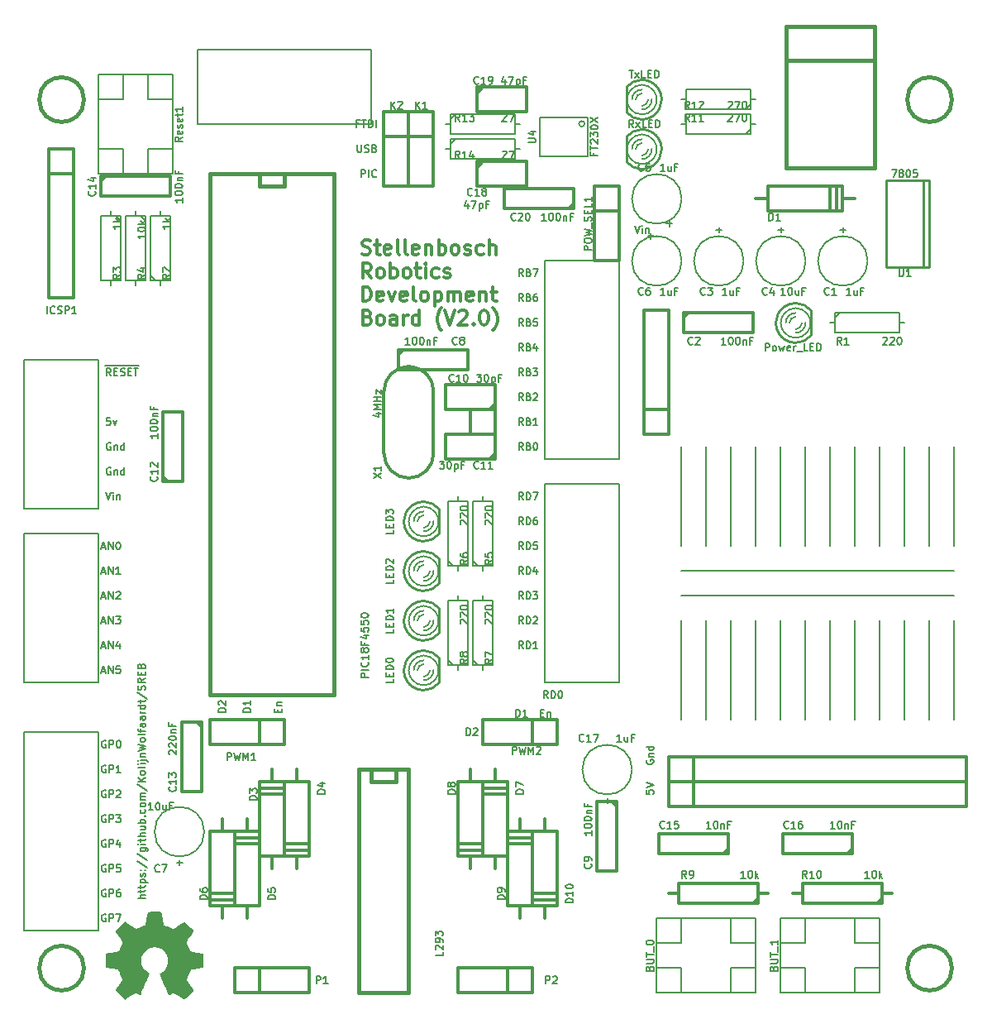
<source format=gto>
G04 (created by PCBNEW (2013-07-07 BZR 4022)-stable) date Sat 19 Apr 2014 15:11:25 SAST*
%MOIN*%
G04 Gerber Fmt 3.4, Leading zero omitted, Abs format*
%FSLAX34Y34*%
G01*
G70*
G90*
G04 APERTURE LIST*
%ADD10C,0.00590551*%
%ADD11C,0.006*%
%ADD12C,0.00787402*%
%ADD13C,0.011811*%
%ADD14C,0.012*%
%ADD15C,0.01*%
%ADD16C,0.0125*%
%ADD17C,0.015*%
%ADD18C,0.005*%
%ADD19C,0.0001*%
%ADD20C,0.008*%
%ADD21C,0.0075*%
G04 APERTURE END LIST*
G54D10*
G54D11*
X37921Y-23321D02*
X37921Y-23564D01*
X37935Y-23592D01*
X37950Y-23607D01*
X37978Y-23621D01*
X38035Y-23621D01*
X38064Y-23607D01*
X38078Y-23592D01*
X38092Y-23564D01*
X38092Y-23321D01*
X38221Y-23607D02*
X38264Y-23621D01*
X38335Y-23621D01*
X38364Y-23607D01*
X38378Y-23592D01*
X38392Y-23564D01*
X38392Y-23535D01*
X38378Y-23507D01*
X38364Y-23492D01*
X38335Y-23478D01*
X38278Y-23464D01*
X38250Y-23450D01*
X38235Y-23435D01*
X38221Y-23407D01*
X38221Y-23378D01*
X38235Y-23350D01*
X38250Y-23335D01*
X38278Y-23321D01*
X38350Y-23321D01*
X38392Y-23335D01*
X38621Y-23464D02*
X38664Y-23478D01*
X38678Y-23492D01*
X38692Y-23521D01*
X38692Y-23564D01*
X38678Y-23592D01*
X38664Y-23607D01*
X38635Y-23621D01*
X38521Y-23621D01*
X38521Y-23321D01*
X38621Y-23321D01*
X38650Y-23335D01*
X38664Y-23350D01*
X38678Y-23378D01*
X38678Y-23407D01*
X38664Y-23435D01*
X38650Y-23450D01*
X38621Y-23464D01*
X38521Y-23464D01*
X38078Y-24621D02*
X38078Y-24321D01*
X38192Y-24321D01*
X38221Y-24335D01*
X38235Y-24350D01*
X38250Y-24378D01*
X38250Y-24421D01*
X38235Y-24450D01*
X38221Y-24464D01*
X38192Y-24478D01*
X38078Y-24478D01*
X38378Y-24621D02*
X38378Y-24321D01*
X38692Y-24592D02*
X38678Y-24607D01*
X38635Y-24621D01*
X38607Y-24621D01*
X38564Y-24607D01*
X38535Y-24578D01*
X38521Y-24550D01*
X38507Y-24492D01*
X38507Y-24450D01*
X38521Y-24392D01*
X38535Y-24364D01*
X38564Y-24335D01*
X38607Y-24321D01*
X38635Y-24321D01*
X38678Y-24335D01*
X38692Y-24350D01*
X37992Y-22464D02*
X37892Y-22464D01*
X37892Y-22621D02*
X37892Y-22321D01*
X38035Y-22321D01*
X38107Y-22321D02*
X38278Y-22321D01*
X38192Y-22621D02*
X38192Y-22321D01*
X38378Y-22621D02*
X38378Y-22321D01*
X38450Y-22321D01*
X38492Y-22335D01*
X38521Y-22364D01*
X38535Y-22392D01*
X38550Y-22450D01*
X38550Y-22492D01*
X38535Y-22550D01*
X38521Y-22578D01*
X38492Y-22607D01*
X38450Y-22621D01*
X38378Y-22621D01*
X38678Y-22621D02*
X38678Y-22321D01*
G54D12*
X62000Y-41500D02*
X51000Y-41500D01*
X51000Y-40500D02*
X62000Y-40500D01*
X51000Y-39500D02*
X51000Y-35500D01*
X52000Y-39500D02*
X52000Y-35500D01*
X54000Y-39500D02*
X54000Y-35500D01*
X53000Y-39500D02*
X53000Y-35500D01*
X57000Y-39500D02*
X57000Y-35500D01*
X58000Y-39500D02*
X58000Y-35500D01*
X56000Y-39500D02*
X56000Y-35500D01*
X55000Y-39500D02*
X55000Y-35500D01*
X59000Y-39500D02*
X59000Y-35500D01*
X60000Y-39500D02*
X60000Y-35500D01*
X62000Y-39500D02*
X62000Y-35500D01*
X61000Y-39500D02*
X61000Y-35500D01*
X60000Y-46500D02*
X60000Y-42500D01*
X61000Y-46500D02*
X61000Y-42500D01*
X62000Y-46500D02*
X62000Y-42500D01*
X56000Y-46500D02*
X56000Y-42500D01*
X57000Y-46500D02*
X57000Y-42500D01*
X59000Y-46500D02*
X59000Y-42500D01*
X58000Y-46500D02*
X58000Y-42500D01*
X52000Y-46500D02*
X52000Y-42500D01*
X53000Y-46500D02*
X53000Y-42500D01*
X55000Y-46500D02*
X55000Y-42500D01*
X54000Y-46500D02*
X54000Y-42500D01*
X51000Y-46500D02*
X51000Y-42500D01*
G54D11*
X29371Y-53678D02*
X29071Y-53678D01*
X29371Y-53550D02*
X29214Y-53550D01*
X29185Y-53564D01*
X29171Y-53592D01*
X29171Y-53635D01*
X29185Y-53664D01*
X29200Y-53678D01*
X29171Y-53450D02*
X29171Y-53335D01*
X29071Y-53407D02*
X29328Y-53407D01*
X29357Y-53392D01*
X29371Y-53364D01*
X29371Y-53335D01*
X29171Y-53278D02*
X29171Y-53164D01*
X29071Y-53235D02*
X29328Y-53235D01*
X29357Y-53221D01*
X29371Y-53192D01*
X29371Y-53164D01*
X29171Y-53064D02*
X29471Y-53064D01*
X29185Y-53064D02*
X29171Y-53035D01*
X29171Y-52978D01*
X29185Y-52949D01*
X29200Y-52935D01*
X29228Y-52921D01*
X29314Y-52921D01*
X29342Y-52935D01*
X29357Y-52949D01*
X29371Y-52978D01*
X29371Y-53035D01*
X29357Y-53064D01*
X29357Y-52807D02*
X29371Y-52778D01*
X29371Y-52721D01*
X29357Y-52692D01*
X29328Y-52678D01*
X29314Y-52678D01*
X29285Y-52692D01*
X29271Y-52721D01*
X29271Y-52764D01*
X29257Y-52792D01*
X29228Y-52807D01*
X29214Y-52807D01*
X29185Y-52792D01*
X29171Y-52764D01*
X29171Y-52721D01*
X29185Y-52692D01*
X29342Y-52549D02*
X29357Y-52535D01*
X29371Y-52549D01*
X29357Y-52564D01*
X29342Y-52549D01*
X29371Y-52549D01*
X29185Y-52549D02*
X29200Y-52535D01*
X29214Y-52549D01*
X29200Y-52564D01*
X29185Y-52549D01*
X29214Y-52549D01*
X29057Y-52192D02*
X29442Y-52449D01*
X29057Y-51878D02*
X29442Y-52135D01*
X29171Y-51649D02*
X29414Y-51649D01*
X29442Y-51664D01*
X29457Y-51678D01*
X29471Y-51707D01*
X29471Y-51749D01*
X29457Y-51778D01*
X29357Y-51649D02*
X29371Y-51678D01*
X29371Y-51735D01*
X29357Y-51764D01*
X29342Y-51778D01*
X29314Y-51792D01*
X29228Y-51792D01*
X29200Y-51778D01*
X29185Y-51764D01*
X29171Y-51735D01*
X29171Y-51678D01*
X29185Y-51649D01*
X29371Y-51507D02*
X29171Y-51507D01*
X29071Y-51507D02*
X29085Y-51521D01*
X29100Y-51507D01*
X29085Y-51492D01*
X29071Y-51507D01*
X29100Y-51507D01*
X29171Y-51407D02*
X29171Y-51292D01*
X29071Y-51364D02*
X29328Y-51364D01*
X29357Y-51349D01*
X29371Y-51321D01*
X29371Y-51292D01*
X29371Y-51192D02*
X29071Y-51192D01*
X29371Y-51064D02*
X29214Y-51064D01*
X29185Y-51078D01*
X29171Y-51107D01*
X29171Y-51149D01*
X29185Y-51178D01*
X29200Y-51192D01*
X29171Y-50792D02*
X29371Y-50792D01*
X29171Y-50921D02*
X29328Y-50921D01*
X29357Y-50907D01*
X29371Y-50878D01*
X29371Y-50835D01*
X29357Y-50807D01*
X29342Y-50792D01*
X29371Y-50649D02*
X29071Y-50649D01*
X29185Y-50649D02*
X29171Y-50621D01*
X29171Y-50564D01*
X29185Y-50535D01*
X29200Y-50521D01*
X29228Y-50507D01*
X29314Y-50507D01*
X29342Y-50521D01*
X29357Y-50535D01*
X29371Y-50564D01*
X29371Y-50621D01*
X29357Y-50649D01*
X29342Y-50378D02*
X29357Y-50364D01*
X29371Y-50378D01*
X29357Y-50392D01*
X29342Y-50378D01*
X29371Y-50378D01*
X29357Y-50107D02*
X29371Y-50135D01*
X29371Y-50192D01*
X29357Y-50221D01*
X29342Y-50235D01*
X29314Y-50249D01*
X29228Y-50249D01*
X29200Y-50235D01*
X29185Y-50221D01*
X29171Y-50192D01*
X29171Y-50135D01*
X29185Y-50107D01*
X29371Y-49935D02*
X29357Y-49964D01*
X29342Y-49978D01*
X29314Y-49992D01*
X29228Y-49992D01*
X29200Y-49978D01*
X29185Y-49964D01*
X29171Y-49935D01*
X29171Y-49892D01*
X29185Y-49864D01*
X29200Y-49849D01*
X29228Y-49835D01*
X29314Y-49835D01*
X29342Y-49849D01*
X29357Y-49864D01*
X29371Y-49892D01*
X29371Y-49935D01*
X29371Y-49707D02*
X29171Y-49707D01*
X29200Y-49707D02*
X29185Y-49692D01*
X29171Y-49664D01*
X29171Y-49621D01*
X29185Y-49592D01*
X29214Y-49578D01*
X29371Y-49578D01*
X29214Y-49578D02*
X29185Y-49564D01*
X29171Y-49535D01*
X29171Y-49492D01*
X29185Y-49464D01*
X29214Y-49449D01*
X29371Y-49449D01*
X29057Y-49092D02*
X29442Y-49349D01*
X29371Y-48992D02*
X29071Y-48992D01*
X29371Y-48821D02*
X29200Y-48949D01*
X29071Y-48821D02*
X29242Y-48992D01*
X29371Y-48649D02*
X29357Y-48678D01*
X29342Y-48692D01*
X29314Y-48707D01*
X29228Y-48707D01*
X29200Y-48692D01*
X29185Y-48678D01*
X29171Y-48649D01*
X29171Y-48607D01*
X29185Y-48578D01*
X29200Y-48564D01*
X29228Y-48549D01*
X29314Y-48549D01*
X29342Y-48564D01*
X29357Y-48578D01*
X29371Y-48607D01*
X29371Y-48649D01*
X29371Y-48378D02*
X29357Y-48407D01*
X29328Y-48421D01*
X29071Y-48421D01*
X29371Y-48264D02*
X29171Y-48264D01*
X29071Y-48264D02*
X29085Y-48278D01*
X29100Y-48264D01*
X29085Y-48249D01*
X29071Y-48264D01*
X29100Y-48264D01*
X29171Y-48121D02*
X29428Y-48121D01*
X29457Y-48135D01*
X29471Y-48164D01*
X29471Y-48178D01*
X29071Y-48121D02*
X29085Y-48135D01*
X29100Y-48121D01*
X29085Y-48107D01*
X29071Y-48121D01*
X29100Y-48121D01*
X29171Y-47978D02*
X29371Y-47978D01*
X29200Y-47978D02*
X29185Y-47964D01*
X29171Y-47935D01*
X29171Y-47892D01*
X29185Y-47864D01*
X29214Y-47849D01*
X29371Y-47849D01*
X29071Y-47735D02*
X29371Y-47664D01*
X29157Y-47607D01*
X29371Y-47549D01*
X29071Y-47478D01*
X29371Y-47321D02*
X29357Y-47349D01*
X29342Y-47364D01*
X29314Y-47378D01*
X29228Y-47378D01*
X29200Y-47364D01*
X29185Y-47349D01*
X29171Y-47321D01*
X29171Y-47278D01*
X29185Y-47249D01*
X29200Y-47235D01*
X29228Y-47221D01*
X29314Y-47221D01*
X29342Y-47235D01*
X29357Y-47249D01*
X29371Y-47278D01*
X29371Y-47321D01*
X29371Y-47049D02*
X29357Y-47078D01*
X29328Y-47092D01*
X29071Y-47092D01*
X29171Y-46978D02*
X29171Y-46864D01*
X29371Y-46935D02*
X29114Y-46935D01*
X29085Y-46921D01*
X29071Y-46892D01*
X29071Y-46864D01*
X29371Y-46635D02*
X29214Y-46635D01*
X29185Y-46649D01*
X29171Y-46678D01*
X29171Y-46735D01*
X29185Y-46764D01*
X29357Y-46635D02*
X29371Y-46664D01*
X29371Y-46735D01*
X29357Y-46764D01*
X29328Y-46778D01*
X29300Y-46778D01*
X29271Y-46764D01*
X29257Y-46735D01*
X29257Y-46664D01*
X29242Y-46635D01*
X29371Y-46364D02*
X29214Y-46364D01*
X29185Y-46378D01*
X29171Y-46407D01*
X29171Y-46464D01*
X29185Y-46492D01*
X29357Y-46364D02*
X29371Y-46392D01*
X29371Y-46464D01*
X29357Y-46492D01*
X29328Y-46507D01*
X29300Y-46507D01*
X29271Y-46492D01*
X29257Y-46464D01*
X29257Y-46392D01*
X29242Y-46364D01*
X29371Y-46221D02*
X29171Y-46221D01*
X29228Y-46221D02*
X29200Y-46207D01*
X29185Y-46192D01*
X29171Y-46164D01*
X29171Y-46135D01*
X29371Y-45907D02*
X29071Y-45907D01*
X29357Y-45907D02*
X29371Y-45935D01*
X29371Y-45992D01*
X29357Y-46021D01*
X29342Y-46035D01*
X29314Y-46049D01*
X29228Y-46049D01*
X29200Y-46035D01*
X29185Y-46021D01*
X29171Y-45992D01*
X29171Y-45935D01*
X29185Y-45907D01*
X29171Y-45807D02*
X29171Y-45692D01*
X29071Y-45764D02*
X29328Y-45764D01*
X29357Y-45749D01*
X29371Y-45721D01*
X29371Y-45692D01*
X29057Y-45378D02*
X29442Y-45635D01*
X29357Y-45292D02*
X29371Y-45249D01*
X29371Y-45178D01*
X29357Y-45149D01*
X29342Y-45135D01*
X29314Y-45121D01*
X29285Y-45121D01*
X29257Y-45135D01*
X29242Y-45149D01*
X29228Y-45178D01*
X29214Y-45235D01*
X29200Y-45264D01*
X29185Y-45278D01*
X29157Y-45292D01*
X29128Y-45292D01*
X29100Y-45278D01*
X29085Y-45264D01*
X29071Y-45235D01*
X29071Y-45164D01*
X29085Y-45121D01*
X29371Y-44821D02*
X29228Y-44921D01*
X29371Y-44992D02*
X29071Y-44992D01*
X29071Y-44878D01*
X29085Y-44849D01*
X29100Y-44835D01*
X29128Y-44821D01*
X29171Y-44821D01*
X29200Y-44835D01*
X29214Y-44849D01*
X29228Y-44878D01*
X29228Y-44992D01*
X29214Y-44692D02*
X29214Y-44592D01*
X29371Y-44549D02*
X29371Y-44692D01*
X29071Y-44692D01*
X29071Y-44549D01*
X29214Y-44321D02*
X29228Y-44278D01*
X29242Y-44264D01*
X29271Y-44249D01*
X29314Y-44249D01*
X29342Y-44264D01*
X29357Y-44278D01*
X29371Y-44307D01*
X29371Y-44421D01*
X29071Y-44421D01*
X29071Y-44321D01*
X29085Y-44292D01*
X29100Y-44278D01*
X29128Y-44264D01*
X29157Y-44264D01*
X29185Y-44278D01*
X29200Y-44292D01*
X29214Y-44321D01*
X29214Y-44421D01*
G54D13*
X38112Y-27710D02*
X38196Y-27739D01*
X38337Y-27739D01*
X38393Y-27710D01*
X38421Y-27682D01*
X38449Y-27626D01*
X38449Y-27570D01*
X38421Y-27514D01*
X38393Y-27485D01*
X38337Y-27457D01*
X38224Y-27429D01*
X38168Y-27401D01*
X38140Y-27373D01*
X38112Y-27317D01*
X38112Y-27260D01*
X38140Y-27204D01*
X38168Y-27176D01*
X38224Y-27148D01*
X38365Y-27148D01*
X38449Y-27176D01*
X38618Y-27345D02*
X38843Y-27345D01*
X38703Y-27148D02*
X38703Y-27654D01*
X38731Y-27710D01*
X38787Y-27739D01*
X38843Y-27739D01*
X39265Y-27710D02*
X39209Y-27739D01*
X39096Y-27739D01*
X39040Y-27710D01*
X39012Y-27654D01*
X39012Y-27429D01*
X39040Y-27373D01*
X39096Y-27345D01*
X39209Y-27345D01*
X39265Y-27373D01*
X39293Y-27429D01*
X39293Y-27485D01*
X39012Y-27542D01*
X39631Y-27739D02*
X39574Y-27710D01*
X39546Y-27654D01*
X39546Y-27148D01*
X39940Y-27739D02*
X39884Y-27710D01*
X39856Y-27654D01*
X39856Y-27148D01*
X40390Y-27710D02*
X40334Y-27739D01*
X40221Y-27739D01*
X40165Y-27710D01*
X40137Y-27654D01*
X40137Y-27429D01*
X40165Y-27373D01*
X40221Y-27345D01*
X40334Y-27345D01*
X40390Y-27373D01*
X40418Y-27429D01*
X40418Y-27485D01*
X40137Y-27542D01*
X40671Y-27345D02*
X40671Y-27739D01*
X40671Y-27401D02*
X40699Y-27373D01*
X40755Y-27345D01*
X40840Y-27345D01*
X40896Y-27373D01*
X40924Y-27429D01*
X40924Y-27739D01*
X41205Y-27739D02*
X41205Y-27148D01*
X41205Y-27373D02*
X41262Y-27345D01*
X41374Y-27345D01*
X41430Y-27373D01*
X41458Y-27401D01*
X41487Y-27457D01*
X41487Y-27626D01*
X41458Y-27682D01*
X41430Y-27710D01*
X41374Y-27739D01*
X41262Y-27739D01*
X41205Y-27710D01*
X41824Y-27739D02*
X41768Y-27710D01*
X41740Y-27682D01*
X41712Y-27626D01*
X41712Y-27457D01*
X41740Y-27401D01*
X41768Y-27373D01*
X41824Y-27345D01*
X41908Y-27345D01*
X41965Y-27373D01*
X41993Y-27401D01*
X42021Y-27457D01*
X42021Y-27626D01*
X41993Y-27682D01*
X41965Y-27710D01*
X41908Y-27739D01*
X41824Y-27739D01*
X42246Y-27710D02*
X42302Y-27739D01*
X42415Y-27739D01*
X42471Y-27710D01*
X42499Y-27654D01*
X42499Y-27626D01*
X42471Y-27570D01*
X42415Y-27542D01*
X42330Y-27542D01*
X42274Y-27514D01*
X42246Y-27457D01*
X42246Y-27429D01*
X42274Y-27373D01*
X42330Y-27345D01*
X42415Y-27345D01*
X42471Y-27373D01*
X43005Y-27710D02*
X42949Y-27739D01*
X42836Y-27739D01*
X42780Y-27710D01*
X42752Y-27682D01*
X42724Y-27626D01*
X42724Y-27457D01*
X42752Y-27401D01*
X42780Y-27373D01*
X42836Y-27345D01*
X42949Y-27345D01*
X43005Y-27373D01*
X43258Y-27739D02*
X43258Y-27148D01*
X43511Y-27739D02*
X43511Y-27429D01*
X43483Y-27373D01*
X43427Y-27345D01*
X43343Y-27345D01*
X43286Y-27373D01*
X43258Y-27401D01*
X38478Y-28683D02*
X38281Y-28402D01*
X38140Y-28683D02*
X38140Y-28093D01*
X38365Y-28093D01*
X38421Y-28121D01*
X38449Y-28149D01*
X38478Y-28205D01*
X38478Y-28290D01*
X38449Y-28346D01*
X38421Y-28374D01*
X38365Y-28402D01*
X38140Y-28402D01*
X38815Y-28683D02*
X38759Y-28655D01*
X38731Y-28627D01*
X38703Y-28571D01*
X38703Y-28402D01*
X38731Y-28346D01*
X38759Y-28318D01*
X38815Y-28290D01*
X38899Y-28290D01*
X38956Y-28318D01*
X38984Y-28346D01*
X39012Y-28402D01*
X39012Y-28571D01*
X38984Y-28627D01*
X38956Y-28655D01*
X38899Y-28683D01*
X38815Y-28683D01*
X39265Y-28683D02*
X39265Y-28093D01*
X39265Y-28318D02*
X39321Y-28290D01*
X39434Y-28290D01*
X39490Y-28318D01*
X39518Y-28346D01*
X39546Y-28402D01*
X39546Y-28571D01*
X39518Y-28627D01*
X39490Y-28655D01*
X39434Y-28683D01*
X39321Y-28683D01*
X39265Y-28655D01*
X39884Y-28683D02*
X39827Y-28655D01*
X39799Y-28627D01*
X39771Y-28571D01*
X39771Y-28402D01*
X39799Y-28346D01*
X39827Y-28318D01*
X39884Y-28290D01*
X39968Y-28290D01*
X40024Y-28318D01*
X40052Y-28346D01*
X40080Y-28402D01*
X40080Y-28571D01*
X40052Y-28627D01*
X40024Y-28655D01*
X39968Y-28683D01*
X39884Y-28683D01*
X40249Y-28290D02*
X40474Y-28290D01*
X40334Y-28093D02*
X40334Y-28599D01*
X40362Y-28655D01*
X40418Y-28683D01*
X40474Y-28683D01*
X40671Y-28683D02*
X40671Y-28290D01*
X40671Y-28093D02*
X40643Y-28121D01*
X40671Y-28149D01*
X40699Y-28121D01*
X40671Y-28093D01*
X40671Y-28149D01*
X41205Y-28655D02*
X41149Y-28683D01*
X41037Y-28683D01*
X40980Y-28655D01*
X40952Y-28627D01*
X40924Y-28571D01*
X40924Y-28402D01*
X40952Y-28346D01*
X40980Y-28318D01*
X41037Y-28290D01*
X41149Y-28290D01*
X41205Y-28318D01*
X41430Y-28655D02*
X41487Y-28683D01*
X41599Y-28683D01*
X41655Y-28655D01*
X41683Y-28599D01*
X41683Y-28571D01*
X41655Y-28515D01*
X41599Y-28487D01*
X41515Y-28487D01*
X41458Y-28458D01*
X41430Y-28402D01*
X41430Y-28374D01*
X41458Y-28318D01*
X41515Y-28290D01*
X41599Y-28290D01*
X41655Y-28318D01*
X38140Y-29628D02*
X38140Y-29038D01*
X38281Y-29038D01*
X38365Y-29066D01*
X38421Y-29122D01*
X38449Y-29178D01*
X38478Y-29291D01*
X38478Y-29375D01*
X38449Y-29488D01*
X38421Y-29544D01*
X38365Y-29600D01*
X38281Y-29628D01*
X38140Y-29628D01*
X38956Y-29600D02*
X38899Y-29628D01*
X38787Y-29628D01*
X38731Y-29600D01*
X38703Y-29544D01*
X38703Y-29319D01*
X38731Y-29263D01*
X38787Y-29235D01*
X38899Y-29235D01*
X38956Y-29263D01*
X38984Y-29319D01*
X38984Y-29375D01*
X38703Y-29431D01*
X39181Y-29235D02*
X39321Y-29628D01*
X39462Y-29235D01*
X39912Y-29600D02*
X39856Y-29628D01*
X39743Y-29628D01*
X39687Y-29600D01*
X39659Y-29544D01*
X39659Y-29319D01*
X39687Y-29263D01*
X39743Y-29235D01*
X39856Y-29235D01*
X39912Y-29263D01*
X39940Y-29319D01*
X39940Y-29375D01*
X39659Y-29431D01*
X40277Y-29628D02*
X40221Y-29600D01*
X40193Y-29544D01*
X40193Y-29038D01*
X40587Y-29628D02*
X40530Y-29600D01*
X40502Y-29572D01*
X40474Y-29516D01*
X40474Y-29347D01*
X40502Y-29291D01*
X40530Y-29263D01*
X40587Y-29235D01*
X40671Y-29235D01*
X40727Y-29263D01*
X40755Y-29291D01*
X40784Y-29347D01*
X40784Y-29516D01*
X40755Y-29572D01*
X40727Y-29600D01*
X40671Y-29628D01*
X40587Y-29628D01*
X41037Y-29235D02*
X41037Y-29825D01*
X41037Y-29263D02*
X41093Y-29235D01*
X41205Y-29235D01*
X41262Y-29263D01*
X41290Y-29291D01*
X41318Y-29347D01*
X41318Y-29516D01*
X41290Y-29572D01*
X41262Y-29600D01*
X41205Y-29628D01*
X41093Y-29628D01*
X41037Y-29600D01*
X41571Y-29628D02*
X41571Y-29235D01*
X41571Y-29291D02*
X41599Y-29263D01*
X41655Y-29235D01*
X41740Y-29235D01*
X41796Y-29263D01*
X41824Y-29319D01*
X41824Y-29628D01*
X41824Y-29319D02*
X41852Y-29263D01*
X41908Y-29235D01*
X41993Y-29235D01*
X42049Y-29263D01*
X42077Y-29319D01*
X42077Y-29628D01*
X42583Y-29600D02*
X42527Y-29628D01*
X42415Y-29628D01*
X42358Y-29600D01*
X42330Y-29544D01*
X42330Y-29319D01*
X42358Y-29263D01*
X42415Y-29235D01*
X42527Y-29235D01*
X42583Y-29263D01*
X42611Y-29319D01*
X42611Y-29375D01*
X42330Y-29431D01*
X42865Y-29235D02*
X42865Y-29628D01*
X42865Y-29291D02*
X42893Y-29263D01*
X42949Y-29235D01*
X43033Y-29235D01*
X43089Y-29263D01*
X43118Y-29319D01*
X43118Y-29628D01*
X43314Y-29235D02*
X43539Y-29235D01*
X43399Y-29038D02*
X43399Y-29544D01*
X43427Y-29600D01*
X43483Y-29628D01*
X43539Y-29628D01*
X38337Y-30264D02*
X38421Y-30292D01*
X38449Y-30320D01*
X38478Y-30376D01*
X38478Y-30461D01*
X38449Y-30517D01*
X38421Y-30545D01*
X38365Y-30573D01*
X38140Y-30573D01*
X38140Y-29983D01*
X38337Y-29983D01*
X38393Y-30011D01*
X38421Y-30039D01*
X38449Y-30095D01*
X38449Y-30151D01*
X38421Y-30208D01*
X38393Y-30236D01*
X38337Y-30264D01*
X38140Y-30264D01*
X38815Y-30573D02*
X38759Y-30545D01*
X38731Y-30517D01*
X38703Y-30461D01*
X38703Y-30292D01*
X38731Y-30236D01*
X38759Y-30208D01*
X38815Y-30179D01*
X38899Y-30179D01*
X38956Y-30208D01*
X38984Y-30236D01*
X39012Y-30292D01*
X39012Y-30461D01*
X38984Y-30517D01*
X38956Y-30545D01*
X38899Y-30573D01*
X38815Y-30573D01*
X39518Y-30573D02*
X39518Y-30264D01*
X39490Y-30208D01*
X39434Y-30179D01*
X39321Y-30179D01*
X39265Y-30208D01*
X39518Y-30545D02*
X39462Y-30573D01*
X39321Y-30573D01*
X39265Y-30545D01*
X39237Y-30489D01*
X39237Y-30433D01*
X39265Y-30376D01*
X39321Y-30348D01*
X39462Y-30348D01*
X39518Y-30320D01*
X39799Y-30573D02*
X39799Y-30179D01*
X39799Y-30292D02*
X39827Y-30236D01*
X39856Y-30208D01*
X39912Y-30179D01*
X39968Y-30179D01*
X40418Y-30573D02*
X40418Y-29983D01*
X40418Y-30545D02*
X40362Y-30573D01*
X40249Y-30573D01*
X40193Y-30545D01*
X40165Y-30517D01*
X40137Y-30461D01*
X40137Y-30292D01*
X40165Y-30236D01*
X40193Y-30208D01*
X40249Y-30179D01*
X40362Y-30179D01*
X40418Y-30208D01*
X41318Y-30798D02*
X41290Y-30770D01*
X41233Y-30686D01*
X41205Y-30629D01*
X41177Y-30545D01*
X41149Y-30404D01*
X41149Y-30292D01*
X41177Y-30151D01*
X41205Y-30067D01*
X41233Y-30011D01*
X41290Y-29926D01*
X41318Y-29898D01*
X41458Y-29983D02*
X41655Y-30573D01*
X41852Y-29983D01*
X42021Y-30039D02*
X42049Y-30011D01*
X42105Y-29983D01*
X42246Y-29983D01*
X42302Y-30011D01*
X42330Y-30039D01*
X42358Y-30095D01*
X42358Y-30151D01*
X42330Y-30236D01*
X41993Y-30573D01*
X42358Y-30573D01*
X42611Y-30517D02*
X42640Y-30545D01*
X42611Y-30573D01*
X42583Y-30545D01*
X42611Y-30517D01*
X42611Y-30573D01*
X43005Y-29983D02*
X43061Y-29983D01*
X43118Y-30011D01*
X43146Y-30039D01*
X43174Y-30095D01*
X43202Y-30208D01*
X43202Y-30348D01*
X43174Y-30461D01*
X43146Y-30517D01*
X43118Y-30545D01*
X43061Y-30573D01*
X43005Y-30573D01*
X42949Y-30545D01*
X42921Y-30517D01*
X42893Y-30461D01*
X42865Y-30348D01*
X42865Y-30208D01*
X42893Y-30095D01*
X42921Y-30039D01*
X42949Y-30011D01*
X43005Y-29983D01*
X43399Y-30798D02*
X43427Y-30770D01*
X43483Y-30686D01*
X43511Y-30629D01*
X43539Y-30545D01*
X43568Y-30404D01*
X43568Y-30292D01*
X43539Y-30151D01*
X43511Y-30067D01*
X43483Y-30011D01*
X43427Y-29926D01*
X43399Y-29898D01*
G54D11*
X49107Y-26571D02*
X49207Y-26871D01*
X49307Y-26571D01*
X49407Y-26871D02*
X49407Y-26671D01*
X49407Y-26571D02*
X49392Y-26585D01*
X49407Y-26600D01*
X49421Y-26585D01*
X49407Y-26571D01*
X49407Y-26600D01*
X49550Y-26671D02*
X49550Y-26871D01*
X49550Y-26700D02*
X49564Y-26685D01*
X49592Y-26671D01*
X49635Y-26671D01*
X49664Y-26685D01*
X49678Y-26714D01*
X49678Y-26871D01*
X49585Y-48114D02*
X49571Y-48142D01*
X49571Y-48185D01*
X49585Y-48228D01*
X49614Y-48257D01*
X49642Y-48271D01*
X49700Y-48285D01*
X49742Y-48285D01*
X49800Y-48271D01*
X49828Y-48257D01*
X49857Y-48228D01*
X49871Y-48185D01*
X49871Y-48157D01*
X49857Y-48114D01*
X49842Y-48100D01*
X49742Y-48100D01*
X49742Y-48157D01*
X49671Y-47971D02*
X49871Y-47971D01*
X49700Y-47971D02*
X49685Y-47957D01*
X49671Y-47928D01*
X49671Y-47885D01*
X49685Y-47857D01*
X49714Y-47842D01*
X49871Y-47842D01*
X49871Y-47571D02*
X49571Y-47571D01*
X49857Y-47571D02*
X49871Y-47600D01*
X49871Y-47657D01*
X49857Y-47685D01*
X49842Y-47700D01*
X49814Y-47714D01*
X49728Y-47714D01*
X49700Y-47700D01*
X49685Y-47685D01*
X49671Y-47657D01*
X49671Y-47600D01*
X49685Y-47571D01*
X49571Y-49328D02*
X49571Y-49471D01*
X49714Y-49485D01*
X49700Y-49471D01*
X49685Y-49442D01*
X49685Y-49371D01*
X49700Y-49342D01*
X49714Y-49328D01*
X49742Y-49314D01*
X49814Y-49314D01*
X49842Y-49328D01*
X49857Y-49342D01*
X49871Y-49371D01*
X49871Y-49442D01*
X49857Y-49471D01*
X49842Y-49485D01*
X49571Y-49228D02*
X49871Y-49128D01*
X49571Y-49028D01*
X45321Y-46214D02*
X45421Y-46214D01*
X45464Y-46371D02*
X45321Y-46371D01*
X45321Y-46071D01*
X45464Y-46071D01*
X45592Y-46171D02*
X45592Y-46371D01*
X45592Y-46200D02*
X45607Y-46185D01*
X45635Y-46171D01*
X45678Y-46171D01*
X45707Y-46185D01*
X45721Y-46214D01*
X45721Y-46371D01*
X44321Y-46371D02*
X44321Y-46071D01*
X44392Y-46071D01*
X44435Y-46085D01*
X44464Y-46114D01*
X44478Y-46142D01*
X44492Y-46200D01*
X44492Y-46242D01*
X44478Y-46300D01*
X44464Y-46328D01*
X44435Y-46357D01*
X44392Y-46371D01*
X44321Y-46371D01*
X44778Y-46371D02*
X44607Y-46371D01*
X44692Y-46371D02*
X44692Y-46071D01*
X44664Y-46114D01*
X44635Y-46142D01*
X44607Y-46157D01*
X42321Y-47121D02*
X42321Y-46821D01*
X42392Y-46821D01*
X42435Y-46835D01*
X42464Y-46864D01*
X42478Y-46892D01*
X42492Y-46950D01*
X42492Y-46992D01*
X42478Y-47050D01*
X42464Y-47078D01*
X42435Y-47107D01*
X42392Y-47121D01*
X42321Y-47121D01*
X42607Y-46850D02*
X42621Y-46835D01*
X42650Y-46821D01*
X42721Y-46821D01*
X42750Y-46835D01*
X42764Y-46850D01*
X42778Y-46878D01*
X42778Y-46907D01*
X42764Y-46950D01*
X42592Y-47121D01*
X42778Y-47121D01*
X32621Y-46178D02*
X32321Y-46178D01*
X32321Y-46107D01*
X32335Y-46064D01*
X32364Y-46035D01*
X32392Y-46021D01*
X32450Y-46007D01*
X32492Y-46007D01*
X32550Y-46021D01*
X32578Y-46035D01*
X32607Y-46064D01*
X32621Y-46107D01*
X32621Y-46178D01*
X32350Y-45892D02*
X32335Y-45878D01*
X32321Y-45850D01*
X32321Y-45778D01*
X32335Y-45750D01*
X32350Y-45735D01*
X32378Y-45721D01*
X32407Y-45721D01*
X32450Y-45735D01*
X32621Y-45907D01*
X32621Y-45721D01*
X33621Y-46178D02*
X33321Y-46178D01*
X33321Y-46107D01*
X33335Y-46064D01*
X33364Y-46035D01*
X33392Y-46021D01*
X33450Y-46007D01*
X33492Y-46007D01*
X33550Y-46021D01*
X33578Y-46035D01*
X33607Y-46064D01*
X33621Y-46107D01*
X33621Y-46178D01*
X33621Y-45721D02*
X33621Y-45892D01*
X33621Y-45807D02*
X33321Y-45807D01*
X33364Y-45835D01*
X33392Y-45864D01*
X33407Y-45892D01*
X34714Y-46178D02*
X34714Y-46078D01*
X34871Y-46035D02*
X34871Y-46178D01*
X34571Y-46178D01*
X34571Y-46035D01*
X34671Y-45907D02*
X34871Y-45907D01*
X34700Y-45907D02*
X34685Y-45892D01*
X34671Y-45864D01*
X34671Y-45821D01*
X34685Y-45792D01*
X34714Y-45778D01*
X34871Y-45778D01*
X27785Y-54335D02*
X27757Y-54321D01*
X27714Y-54321D01*
X27671Y-54335D01*
X27642Y-54364D01*
X27628Y-54392D01*
X27614Y-54450D01*
X27614Y-54492D01*
X27628Y-54550D01*
X27642Y-54578D01*
X27671Y-54607D01*
X27714Y-54621D01*
X27742Y-54621D01*
X27785Y-54607D01*
X27800Y-54592D01*
X27800Y-54492D01*
X27742Y-54492D01*
X27928Y-54621D02*
X27928Y-54321D01*
X28042Y-54321D01*
X28071Y-54335D01*
X28085Y-54350D01*
X28100Y-54378D01*
X28100Y-54421D01*
X28085Y-54450D01*
X28071Y-54464D01*
X28042Y-54478D01*
X27928Y-54478D01*
X28200Y-54321D02*
X28400Y-54321D01*
X28271Y-54621D01*
X27785Y-53335D02*
X27757Y-53321D01*
X27714Y-53321D01*
X27671Y-53335D01*
X27642Y-53364D01*
X27628Y-53392D01*
X27614Y-53450D01*
X27614Y-53492D01*
X27628Y-53550D01*
X27642Y-53578D01*
X27671Y-53607D01*
X27714Y-53621D01*
X27742Y-53621D01*
X27785Y-53607D01*
X27800Y-53592D01*
X27800Y-53492D01*
X27742Y-53492D01*
X27928Y-53621D02*
X27928Y-53321D01*
X28042Y-53321D01*
X28071Y-53335D01*
X28085Y-53350D01*
X28100Y-53378D01*
X28100Y-53421D01*
X28085Y-53450D01*
X28071Y-53464D01*
X28042Y-53478D01*
X27928Y-53478D01*
X28357Y-53321D02*
X28300Y-53321D01*
X28271Y-53335D01*
X28257Y-53350D01*
X28228Y-53392D01*
X28214Y-53450D01*
X28214Y-53564D01*
X28228Y-53592D01*
X28242Y-53607D01*
X28271Y-53621D01*
X28328Y-53621D01*
X28357Y-53607D01*
X28371Y-53592D01*
X28385Y-53564D01*
X28385Y-53492D01*
X28371Y-53464D01*
X28357Y-53450D01*
X28328Y-53435D01*
X28271Y-53435D01*
X28242Y-53450D01*
X28228Y-53464D01*
X28214Y-53492D01*
X27785Y-52335D02*
X27757Y-52321D01*
X27714Y-52321D01*
X27671Y-52335D01*
X27642Y-52364D01*
X27628Y-52392D01*
X27614Y-52450D01*
X27614Y-52492D01*
X27628Y-52550D01*
X27642Y-52578D01*
X27671Y-52607D01*
X27714Y-52621D01*
X27742Y-52621D01*
X27785Y-52607D01*
X27800Y-52592D01*
X27800Y-52492D01*
X27742Y-52492D01*
X27928Y-52621D02*
X27928Y-52321D01*
X28042Y-52321D01*
X28071Y-52335D01*
X28085Y-52350D01*
X28100Y-52378D01*
X28100Y-52421D01*
X28085Y-52450D01*
X28071Y-52464D01*
X28042Y-52478D01*
X27928Y-52478D01*
X28371Y-52321D02*
X28228Y-52321D01*
X28214Y-52464D01*
X28228Y-52450D01*
X28257Y-52435D01*
X28328Y-52435D01*
X28357Y-52450D01*
X28371Y-52464D01*
X28385Y-52492D01*
X28385Y-52564D01*
X28371Y-52592D01*
X28357Y-52607D01*
X28328Y-52621D01*
X28257Y-52621D01*
X28228Y-52607D01*
X28214Y-52592D01*
X27785Y-51335D02*
X27757Y-51321D01*
X27714Y-51321D01*
X27671Y-51335D01*
X27642Y-51364D01*
X27628Y-51392D01*
X27614Y-51450D01*
X27614Y-51492D01*
X27628Y-51550D01*
X27642Y-51578D01*
X27671Y-51607D01*
X27714Y-51621D01*
X27742Y-51621D01*
X27785Y-51607D01*
X27800Y-51592D01*
X27800Y-51492D01*
X27742Y-51492D01*
X27928Y-51621D02*
X27928Y-51321D01*
X28042Y-51321D01*
X28071Y-51335D01*
X28085Y-51350D01*
X28100Y-51378D01*
X28100Y-51421D01*
X28085Y-51450D01*
X28071Y-51464D01*
X28042Y-51478D01*
X27928Y-51478D01*
X28357Y-51421D02*
X28357Y-51621D01*
X28285Y-51307D02*
X28214Y-51521D01*
X28400Y-51521D01*
X27785Y-50335D02*
X27757Y-50321D01*
X27714Y-50321D01*
X27671Y-50335D01*
X27642Y-50364D01*
X27628Y-50392D01*
X27614Y-50450D01*
X27614Y-50492D01*
X27628Y-50550D01*
X27642Y-50578D01*
X27671Y-50607D01*
X27714Y-50621D01*
X27742Y-50621D01*
X27785Y-50607D01*
X27800Y-50592D01*
X27800Y-50492D01*
X27742Y-50492D01*
X27928Y-50621D02*
X27928Y-50321D01*
X28042Y-50321D01*
X28071Y-50335D01*
X28085Y-50350D01*
X28100Y-50378D01*
X28100Y-50421D01*
X28085Y-50450D01*
X28071Y-50464D01*
X28042Y-50478D01*
X27928Y-50478D01*
X28200Y-50321D02*
X28385Y-50321D01*
X28285Y-50435D01*
X28328Y-50435D01*
X28357Y-50450D01*
X28371Y-50464D01*
X28385Y-50492D01*
X28385Y-50564D01*
X28371Y-50592D01*
X28357Y-50607D01*
X28328Y-50621D01*
X28242Y-50621D01*
X28214Y-50607D01*
X28200Y-50592D01*
X27785Y-49335D02*
X27757Y-49321D01*
X27714Y-49321D01*
X27671Y-49335D01*
X27642Y-49364D01*
X27628Y-49392D01*
X27614Y-49450D01*
X27614Y-49492D01*
X27628Y-49550D01*
X27642Y-49578D01*
X27671Y-49607D01*
X27714Y-49621D01*
X27742Y-49621D01*
X27785Y-49607D01*
X27800Y-49592D01*
X27800Y-49492D01*
X27742Y-49492D01*
X27928Y-49621D02*
X27928Y-49321D01*
X28042Y-49321D01*
X28071Y-49335D01*
X28085Y-49350D01*
X28100Y-49378D01*
X28100Y-49421D01*
X28085Y-49450D01*
X28071Y-49464D01*
X28042Y-49478D01*
X27928Y-49478D01*
X28214Y-49350D02*
X28228Y-49335D01*
X28257Y-49321D01*
X28328Y-49321D01*
X28357Y-49335D01*
X28371Y-49350D01*
X28385Y-49378D01*
X28385Y-49407D01*
X28371Y-49450D01*
X28200Y-49621D01*
X28385Y-49621D01*
X27785Y-48335D02*
X27757Y-48321D01*
X27714Y-48321D01*
X27671Y-48335D01*
X27642Y-48364D01*
X27628Y-48392D01*
X27614Y-48450D01*
X27614Y-48492D01*
X27628Y-48550D01*
X27642Y-48578D01*
X27671Y-48607D01*
X27714Y-48621D01*
X27742Y-48621D01*
X27785Y-48607D01*
X27800Y-48592D01*
X27800Y-48492D01*
X27742Y-48492D01*
X27928Y-48621D02*
X27928Y-48321D01*
X28042Y-48321D01*
X28071Y-48335D01*
X28085Y-48350D01*
X28100Y-48378D01*
X28100Y-48421D01*
X28085Y-48450D01*
X28071Y-48464D01*
X28042Y-48478D01*
X27928Y-48478D01*
X28385Y-48621D02*
X28214Y-48621D01*
X28300Y-48621D02*
X28300Y-48321D01*
X28271Y-48364D01*
X28242Y-48392D01*
X28214Y-48407D01*
X27785Y-47335D02*
X27757Y-47321D01*
X27714Y-47321D01*
X27671Y-47335D01*
X27642Y-47364D01*
X27628Y-47392D01*
X27614Y-47450D01*
X27614Y-47492D01*
X27628Y-47550D01*
X27642Y-47578D01*
X27671Y-47607D01*
X27714Y-47621D01*
X27742Y-47621D01*
X27785Y-47607D01*
X27800Y-47592D01*
X27800Y-47492D01*
X27742Y-47492D01*
X27928Y-47621D02*
X27928Y-47321D01*
X28042Y-47321D01*
X28071Y-47335D01*
X28085Y-47350D01*
X28100Y-47378D01*
X28100Y-47421D01*
X28085Y-47450D01*
X28071Y-47464D01*
X28042Y-47478D01*
X27928Y-47478D01*
X28285Y-47321D02*
X28314Y-47321D01*
X28342Y-47335D01*
X28357Y-47350D01*
X28371Y-47378D01*
X28385Y-47435D01*
X28385Y-47507D01*
X28371Y-47564D01*
X28357Y-47592D01*
X28342Y-47607D01*
X28314Y-47621D01*
X28285Y-47621D01*
X28257Y-47607D01*
X28242Y-47592D01*
X28228Y-47564D01*
X28214Y-47507D01*
X28214Y-47435D01*
X28228Y-47378D01*
X28242Y-47350D01*
X28257Y-47335D01*
X28285Y-47321D01*
X44607Y-37621D02*
X44507Y-37478D01*
X44435Y-37621D02*
X44435Y-37321D01*
X44550Y-37321D01*
X44578Y-37335D01*
X44592Y-37350D01*
X44607Y-37378D01*
X44607Y-37421D01*
X44592Y-37450D01*
X44578Y-37464D01*
X44550Y-37478D01*
X44435Y-37478D01*
X44735Y-37621D02*
X44735Y-37321D01*
X44807Y-37321D01*
X44850Y-37335D01*
X44878Y-37364D01*
X44892Y-37392D01*
X44907Y-37450D01*
X44907Y-37492D01*
X44892Y-37550D01*
X44878Y-37578D01*
X44850Y-37607D01*
X44807Y-37621D01*
X44735Y-37621D01*
X45007Y-37321D02*
X45207Y-37321D01*
X45078Y-37621D01*
X44607Y-38621D02*
X44507Y-38478D01*
X44435Y-38621D02*
X44435Y-38321D01*
X44550Y-38321D01*
X44578Y-38335D01*
X44592Y-38350D01*
X44607Y-38378D01*
X44607Y-38421D01*
X44592Y-38450D01*
X44578Y-38464D01*
X44550Y-38478D01*
X44435Y-38478D01*
X44735Y-38621D02*
X44735Y-38321D01*
X44807Y-38321D01*
X44850Y-38335D01*
X44878Y-38364D01*
X44892Y-38392D01*
X44907Y-38450D01*
X44907Y-38492D01*
X44892Y-38550D01*
X44878Y-38578D01*
X44850Y-38607D01*
X44807Y-38621D01*
X44735Y-38621D01*
X45164Y-38321D02*
X45107Y-38321D01*
X45078Y-38335D01*
X45064Y-38350D01*
X45035Y-38392D01*
X45021Y-38450D01*
X45021Y-38564D01*
X45035Y-38592D01*
X45050Y-38607D01*
X45078Y-38621D01*
X45135Y-38621D01*
X45164Y-38607D01*
X45178Y-38592D01*
X45192Y-38564D01*
X45192Y-38492D01*
X45178Y-38464D01*
X45164Y-38450D01*
X45135Y-38435D01*
X45078Y-38435D01*
X45050Y-38450D01*
X45035Y-38464D01*
X45021Y-38492D01*
X44607Y-39621D02*
X44507Y-39478D01*
X44435Y-39621D02*
X44435Y-39321D01*
X44550Y-39321D01*
X44578Y-39335D01*
X44592Y-39350D01*
X44607Y-39378D01*
X44607Y-39421D01*
X44592Y-39450D01*
X44578Y-39464D01*
X44550Y-39478D01*
X44435Y-39478D01*
X44735Y-39621D02*
X44735Y-39321D01*
X44807Y-39321D01*
X44850Y-39335D01*
X44878Y-39364D01*
X44892Y-39392D01*
X44907Y-39450D01*
X44907Y-39492D01*
X44892Y-39550D01*
X44878Y-39578D01*
X44850Y-39607D01*
X44807Y-39621D01*
X44735Y-39621D01*
X45178Y-39321D02*
X45035Y-39321D01*
X45021Y-39464D01*
X45035Y-39450D01*
X45064Y-39435D01*
X45135Y-39435D01*
X45164Y-39450D01*
X45178Y-39464D01*
X45192Y-39492D01*
X45192Y-39564D01*
X45178Y-39592D01*
X45164Y-39607D01*
X45135Y-39621D01*
X45064Y-39621D01*
X45035Y-39607D01*
X45021Y-39592D01*
X44607Y-40621D02*
X44507Y-40478D01*
X44435Y-40621D02*
X44435Y-40321D01*
X44550Y-40321D01*
X44578Y-40335D01*
X44592Y-40350D01*
X44607Y-40378D01*
X44607Y-40421D01*
X44592Y-40450D01*
X44578Y-40464D01*
X44550Y-40478D01*
X44435Y-40478D01*
X44735Y-40621D02*
X44735Y-40321D01*
X44807Y-40321D01*
X44850Y-40335D01*
X44878Y-40364D01*
X44892Y-40392D01*
X44907Y-40450D01*
X44907Y-40492D01*
X44892Y-40550D01*
X44878Y-40578D01*
X44850Y-40607D01*
X44807Y-40621D01*
X44735Y-40621D01*
X45164Y-40421D02*
X45164Y-40621D01*
X45092Y-40307D02*
X45021Y-40521D01*
X45207Y-40521D01*
X44607Y-41621D02*
X44507Y-41478D01*
X44435Y-41621D02*
X44435Y-41321D01*
X44550Y-41321D01*
X44578Y-41335D01*
X44592Y-41350D01*
X44607Y-41378D01*
X44607Y-41421D01*
X44592Y-41450D01*
X44578Y-41464D01*
X44550Y-41478D01*
X44435Y-41478D01*
X44735Y-41621D02*
X44735Y-41321D01*
X44807Y-41321D01*
X44850Y-41335D01*
X44878Y-41364D01*
X44892Y-41392D01*
X44907Y-41450D01*
X44907Y-41492D01*
X44892Y-41550D01*
X44878Y-41578D01*
X44850Y-41607D01*
X44807Y-41621D01*
X44735Y-41621D01*
X45007Y-41321D02*
X45192Y-41321D01*
X45092Y-41435D01*
X45135Y-41435D01*
X45164Y-41450D01*
X45178Y-41464D01*
X45192Y-41492D01*
X45192Y-41564D01*
X45178Y-41592D01*
X45164Y-41607D01*
X45135Y-41621D01*
X45050Y-41621D01*
X45021Y-41607D01*
X45007Y-41592D01*
X44607Y-42621D02*
X44507Y-42478D01*
X44435Y-42621D02*
X44435Y-42321D01*
X44550Y-42321D01*
X44578Y-42335D01*
X44592Y-42350D01*
X44607Y-42378D01*
X44607Y-42421D01*
X44592Y-42450D01*
X44578Y-42464D01*
X44550Y-42478D01*
X44435Y-42478D01*
X44735Y-42621D02*
X44735Y-42321D01*
X44807Y-42321D01*
X44850Y-42335D01*
X44878Y-42364D01*
X44892Y-42392D01*
X44907Y-42450D01*
X44907Y-42492D01*
X44892Y-42550D01*
X44878Y-42578D01*
X44850Y-42607D01*
X44807Y-42621D01*
X44735Y-42621D01*
X45021Y-42350D02*
X45035Y-42335D01*
X45064Y-42321D01*
X45135Y-42321D01*
X45164Y-42335D01*
X45178Y-42350D01*
X45192Y-42378D01*
X45192Y-42407D01*
X45178Y-42450D01*
X45007Y-42621D01*
X45192Y-42621D01*
X44607Y-43621D02*
X44507Y-43478D01*
X44435Y-43621D02*
X44435Y-43321D01*
X44550Y-43321D01*
X44578Y-43335D01*
X44592Y-43350D01*
X44607Y-43378D01*
X44607Y-43421D01*
X44592Y-43450D01*
X44578Y-43464D01*
X44550Y-43478D01*
X44435Y-43478D01*
X44735Y-43621D02*
X44735Y-43321D01*
X44807Y-43321D01*
X44850Y-43335D01*
X44878Y-43364D01*
X44892Y-43392D01*
X44907Y-43450D01*
X44907Y-43492D01*
X44892Y-43550D01*
X44878Y-43578D01*
X44850Y-43607D01*
X44807Y-43621D01*
X44735Y-43621D01*
X45192Y-43621D02*
X45021Y-43621D01*
X45107Y-43621D02*
X45107Y-43321D01*
X45078Y-43364D01*
X45050Y-43392D01*
X45021Y-43407D01*
X45607Y-45621D02*
X45507Y-45478D01*
X45435Y-45621D02*
X45435Y-45321D01*
X45550Y-45321D01*
X45578Y-45335D01*
X45592Y-45350D01*
X45607Y-45378D01*
X45607Y-45421D01*
X45592Y-45450D01*
X45578Y-45464D01*
X45550Y-45478D01*
X45435Y-45478D01*
X45735Y-45621D02*
X45735Y-45321D01*
X45807Y-45321D01*
X45850Y-45335D01*
X45878Y-45364D01*
X45892Y-45392D01*
X45907Y-45450D01*
X45907Y-45492D01*
X45892Y-45550D01*
X45878Y-45578D01*
X45850Y-45607D01*
X45807Y-45621D01*
X45735Y-45621D01*
X46092Y-45321D02*
X46121Y-45321D01*
X46150Y-45335D01*
X46164Y-45350D01*
X46178Y-45378D01*
X46192Y-45435D01*
X46192Y-45507D01*
X46178Y-45564D01*
X46164Y-45592D01*
X46150Y-45607D01*
X46121Y-45621D01*
X46092Y-45621D01*
X46064Y-45607D01*
X46050Y-45592D01*
X46035Y-45564D01*
X46021Y-45507D01*
X46021Y-45435D01*
X46035Y-45378D01*
X46050Y-45350D01*
X46064Y-45335D01*
X46092Y-45321D01*
X44607Y-28621D02*
X44507Y-28478D01*
X44435Y-28621D02*
X44435Y-28321D01*
X44550Y-28321D01*
X44578Y-28335D01*
X44592Y-28350D01*
X44607Y-28378D01*
X44607Y-28421D01*
X44592Y-28450D01*
X44578Y-28464D01*
X44550Y-28478D01*
X44435Y-28478D01*
X44835Y-28464D02*
X44878Y-28478D01*
X44892Y-28492D01*
X44907Y-28521D01*
X44907Y-28564D01*
X44892Y-28592D01*
X44878Y-28607D01*
X44850Y-28621D01*
X44735Y-28621D01*
X44735Y-28321D01*
X44835Y-28321D01*
X44864Y-28335D01*
X44878Y-28350D01*
X44892Y-28378D01*
X44892Y-28407D01*
X44878Y-28435D01*
X44864Y-28450D01*
X44835Y-28464D01*
X44735Y-28464D01*
X45007Y-28321D02*
X45207Y-28321D01*
X45078Y-28621D01*
X44607Y-29621D02*
X44507Y-29478D01*
X44435Y-29621D02*
X44435Y-29321D01*
X44550Y-29321D01*
X44578Y-29335D01*
X44592Y-29350D01*
X44607Y-29378D01*
X44607Y-29421D01*
X44592Y-29450D01*
X44578Y-29464D01*
X44550Y-29478D01*
X44435Y-29478D01*
X44835Y-29464D02*
X44878Y-29478D01*
X44892Y-29492D01*
X44907Y-29521D01*
X44907Y-29564D01*
X44892Y-29592D01*
X44878Y-29607D01*
X44850Y-29621D01*
X44735Y-29621D01*
X44735Y-29321D01*
X44835Y-29321D01*
X44864Y-29335D01*
X44878Y-29350D01*
X44892Y-29378D01*
X44892Y-29407D01*
X44878Y-29435D01*
X44864Y-29450D01*
X44835Y-29464D01*
X44735Y-29464D01*
X45164Y-29321D02*
X45107Y-29321D01*
X45078Y-29335D01*
X45064Y-29350D01*
X45035Y-29392D01*
X45021Y-29450D01*
X45021Y-29564D01*
X45035Y-29592D01*
X45050Y-29607D01*
X45078Y-29621D01*
X45135Y-29621D01*
X45164Y-29607D01*
X45178Y-29592D01*
X45192Y-29564D01*
X45192Y-29492D01*
X45178Y-29464D01*
X45164Y-29450D01*
X45135Y-29435D01*
X45078Y-29435D01*
X45050Y-29450D01*
X45035Y-29464D01*
X45021Y-29492D01*
X44607Y-30621D02*
X44507Y-30478D01*
X44435Y-30621D02*
X44435Y-30321D01*
X44550Y-30321D01*
X44578Y-30335D01*
X44592Y-30350D01*
X44607Y-30378D01*
X44607Y-30421D01*
X44592Y-30450D01*
X44578Y-30464D01*
X44550Y-30478D01*
X44435Y-30478D01*
X44835Y-30464D02*
X44878Y-30478D01*
X44892Y-30492D01*
X44907Y-30521D01*
X44907Y-30564D01*
X44892Y-30592D01*
X44878Y-30607D01*
X44850Y-30621D01*
X44735Y-30621D01*
X44735Y-30321D01*
X44835Y-30321D01*
X44864Y-30335D01*
X44878Y-30350D01*
X44892Y-30378D01*
X44892Y-30407D01*
X44878Y-30435D01*
X44864Y-30450D01*
X44835Y-30464D01*
X44735Y-30464D01*
X45178Y-30321D02*
X45035Y-30321D01*
X45021Y-30464D01*
X45035Y-30450D01*
X45064Y-30435D01*
X45135Y-30435D01*
X45164Y-30450D01*
X45178Y-30464D01*
X45192Y-30492D01*
X45192Y-30564D01*
X45178Y-30592D01*
X45164Y-30607D01*
X45135Y-30621D01*
X45064Y-30621D01*
X45035Y-30607D01*
X45021Y-30592D01*
X44607Y-31621D02*
X44507Y-31478D01*
X44435Y-31621D02*
X44435Y-31321D01*
X44550Y-31321D01*
X44578Y-31335D01*
X44592Y-31350D01*
X44607Y-31378D01*
X44607Y-31421D01*
X44592Y-31450D01*
X44578Y-31464D01*
X44550Y-31478D01*
X44435Y-31478D01*
X44835Y-31464D02*
X44878Y-31478D01*
X44892Y-31492D01*
X44907Y-31521D01*
X44907Y-31564D01*
X44892Y-31592D01*
X44878Y-31607D01*
X44850Y-31621D01*
X44735Y-31621D01*
X44735Y-31321D01*
X44835Y-31321D01*
X44864Y-31335D01*
X44878Y-31350D01*
X44892Y-31378D01*
X44892Y-31407D01*
X44878Y-31435D01*
X44864Y-31450D01*
X44835Y-31464D01*
X44735Y-31464D01*
X45164Y-31421D02*
X45164Y-31621D01*
X45092Y-31307D02*
X45021Y-31521D01*
X45207Y-31521D01*
X44607Y-32621D02*
X44507Y-32478D01*
X44435Y-32621D02*
X44435Y-32321D01*
X44550Y-32321D01*
X44578Y-32335D01*
X44592Y-32350D01*
X44607Y-32378D01*
X44607Y-32421D01*
X44592Y-32450D01*
X44578Y-32464D01*
X44550Y-32478D01*
X44435Y-32478D01*
X44835Y-32464D02*
X44878Y-32478D01*
X44892Y-32492D01*
X44907Y-32521D01*
X44907Y-32564D01*
X44892Y-32592D01*
X44878Y-32607D01*
X44850Y-32621D01*
X44735Y-32621D01*
X44735Y-32321D01*
X44835Y-32321D01*
X44864Y-32335D01*
X44878Y-32350D01*
X44892Y-32378D01*
X44892Y-32407D01*
X44878Y-32435D01*
X44864Y-32450D01*
X44835Y-32464D01*
X44735Y-32464D01*
X45007Y-32321D02*
X45192Y-32321D01*
X45092Y-32435D01*
X45135Y-32435D01*
X45164Y-32450D01*
X45178Y-32464D01*
X45192Y-32492D01*
X45192Y-32564D01*
X45178Y-32592D01*
X45164Y-32607D01*
X45135Y-32621D01*
X45050Y-32621D01*
X45021Y-32607D01*
X45007Y-32592D01*
X44607Y-33621D02*
X44507Y-33478D01*
X44435Y-33621D02*
X44435Y-33321D01*
X44550Y-33321D01*
X44578Y-33335D01*
X44592Y-33350D01*
X44607Y-33378D01*
X44607Y-33421D01*
X44592Y-33450D01*
X44578Y-33464D01*
X44550Y-33478D01*
X44435Y-33478D01*
X44835Y-33464D02*
X44878Y-33478D01*
X44892Y-33492D01*
X44907Y-33521D01*
X44907Y-33564D01*
X44892Y-33592D01*
X44878Y-33607D01*
X44850Y-33621D01*
X44735Y-33621D01*
X44735Y-33321D01*
X44835Y-33321D01*
X44864Y-33335D01*
X44878Y-33350D01*
X44892Y-33378D01*
X44892Y-33407D01*
X44878Y-33435D01*
X44864Y-33450D01*
X44835Y-33464D01*
X44735Y-33464D01*
X45021Y-33350D02*
X45035Y-33335D01*
X45064Y-33321D01*
X45135Y-33321D01*
X45164Y-33335D01*
X45178Y-33350D01*
X45192Y-33378D01*
X45192Y-33407D01*
X45178Y-33450D01*
X45007Y-33621D01*
X45192Y-33621D01*
X44607Y-34621D02*
X44507Y-34478D01*
X44435Y-34621D02*
X44435Y-34321D01*
X44550Y-34321D01*
X44578Y-34335D01*
X44592Y-34350D01*
X44607Y-34378D01*
X44607Y-34421D01*
X44592Y-34450D01*
X44578Y-34464D01*
X44550Y-34478D01*
X44435Y-34478D01*
X44835Y-34464D02*
X44878Y-34478D01*
X44892Y-34492D01*
X44907Y-34521D01*
X44907Y-34564D01*
X44892Y-34592D01*
X44878Y-34607D01*
X44850Y-34621D01*
X44735Y-34621D01*
X44735Y-34321D01*
X44835Y-34321D01*
X44864Y-34335D01*
X44878Y-34350D01*
X44892Y-34378D01*
X44892Y-34407D01*
X44878Y-34435D01*
X44864Y-34450D01*
X44835Y-34464D01*
X44735Y-34464D01*
X45192Y-34621D02*
X45021Y-34621D01*
X45107Y-34621D02*
X45107Y-34321D01*
X45078Y-34364D01*
X45050Y-34392D01*
X45021Y-34407D01*
X44607Y-35621D02*
X44507Y-35478D01*
X44435Y-35621D02*
X44435Y-35321D01*
X44550Y-35321D01*
X44578Y-35335D01*
X44592Y-35350D01*
X44607Y-35378D01*
X44607Y-35421D01*
X44592Y-35450D01*
X44578Y-35464D01*
X44550Y-35478D01*
X44435Y-35478D01*
X44835Y-35464D02*
X44878Y-35478D01*
X44892Y-35492D01*
X44907Y-35521D01*
X44907Y-35564D01*
X44892Y-35592D01*
X44878Y-35607D01*
X44850Y-35621D01*
X44735Y-35621D01*
X44735Y-35321D01*
X44835Y-35321D01*
X44864Y-35335D01*
X44878Y-35350D01*
X44892Y-35378D01*
X44892Y-35407D01*
X44878Y-35435D01*
X44864Y-35450D01*
X44835Y-35464D01*
X44735Y-35464D01*
X45092Y-35321D02*
X45121Y-35321D01*
X45150Y-35335D01*
X45164Y-35350D01*
X45178Y-35378D01*
X45192Y-35435D01*
X45192Y-35507D01*
X45178Y-35564D01*
X45164Y-35592D01*
X45150Y-35607D01*
X45121Y-35621D01*
X45092Y-35621D01*
X45064Y-35607D01*
X45050Y-35592D01*
X45035Y-35564D01*
X45021Y-35507D01*
X45021Y-35435D01*
X45035Y-35378D01*
X45050Y-35350D01*
X45064Y-35335D01*
X45092Y-35321D01*
X27992Y-32621D02*
X27892Y-32478D01*
X27821Y-32621D02*
X27821Y-32321D01*
X27935Y-32321D01*
X27964Y-32335D01*
X27978Y-32350D01*
X27992Y-32378D01*
X27992Y-32421D01*
X27978Y-32450D01*
X27964Y-32464D01*
X27935Y-32478D01*
X27821Y-32478D01*
X28121Y-32464D02*
X28221Y-32464D01*
X28264Y-32621D02*
X28121Y-32621D01*
X28121Y-32321D01*
X28264Y-32321D01*
X28378Y-32607D02*
X28421Y-32621D01*
X28492Y-32621D01*
X28521Y-32607D01*
X28535Y-32592D01*
X28550Y-32564D01*
X28550Y-32535D01*
X28535Y-32507D01*
X28521Y-32492D01*
X28492Y-32478D01*
X28435Y-32464D01*
X28407Y-32450D01*
X28392Y-32435D01*
X28378Y-32407D01*
X28378Y-32378D01*
X28392Y-32350D01*
X28407Y-32335D01*
X28435Y-32321D01*
X28507Y-32321D01*
X28550Y-32335D01*
X28678Y-32464D02*
X28778Y-32464D01*
X28821Y-32621D02*
X28678Y-32621D01*
X28678Y-32321D01*
X28821Y-32321D01*
X28907Y-32321D02*
X29078Y-32321D01*
X28992Y-32621D02*
X28992Y-32321D01*
X27750Y-32230D02*
X29107Y-32230D01*
X27964Y-34321D02*
X27821Y-34321D01*
X27807Y-34464D01*
X27821Y-34450D01*
X27850Y-34435D01*
X27921Y-34435D01*
X27950Y-34450D01*
X27964Y-34464D01*
X27978Y-34492D01*
X27978Y-34564D01*
X27964Y-34592D01*
X27950Y-34607D01*
X27921Y-34621D01*
X27850Y-34621D01*
X27821Y-34607D01*
X27807Y-34592D01*
X28078Y-34421D02*
X28150Y-34621D01*
X28221Y-34421D01*
X27978Y-35335D02*
X27950Y-35321D01*
X27907Y-35321D01*
X27864Y-35335D01*
X27835Y-35364D01*
X27821Y-35392D01*
X27807Y-35450D01*
X27807Y-35492D01*
X27821Y-35550D01*
X27835Y-35578D01*
X27864Y-35607D01*
X27907Y-35621D01*
X27935Y-35621D01*
X27978Y-35607D01*
X27992Y-35592D01*
X27992Y-35492D01*
X27935Y-35492D01*
X28121Y-35421D02*
X28121Y-35621D01*
X28121Y-35450D02*
X28135Y-35435D01*
X28164Y-35421D01*
X28207Y-35421D01*
X28235Y-35435D01*
X28250Y-35464D01*
X28250Y-35621D01*
X28521Y-35621D02*
X28521Y-35321D01*
X28521Y-35607D02*
X28492Y-35621D01*
X28435Y-35621D01*
X28407Y-35607D01*
X28392Y-35592D01*
X28378Y-35564D01*
X28378Y-35478D01*
X28392Y-35450D01*
X28407Y-35435D01*
X28435Y-35421D01*
X28492Y-35421D01*
X28521Y-35435D01*
X27978Y-36335D02*
X27950Y-36321D01*
X27907Y-36321D01*
X27864Y-36335D01*
X27835Y-36364D01*
X27821Y-36392D01*
X27807Y-36450D01*
X27807Y-36492D01*
X27821Y-36550D01*
X27835Y-36578D01*
X27864Y-36607D01*
X27907Y-36621D01*
X27935Y-36621D01*
X27978Y-36607D01*
X27992Y-36592D01*
X27992Y-36492D01*
X27935Y-36492D01*
X28121Y-36421D02*
X28121Y-36621D01*
X28121Y-36450D02*
X28135Y-36435D01*
X28164Y-36421D01*
X28207Y-36421D01*
X28235Y-36435D01*
X28250Y-36464D01*
X28250Y-36621D01*
X28521Y-36621D02*
X28521Y-36321D01*
X28521Y-36607D02*
X28492Y-36621D01*
X28435Y-36621D01*
X28407Y-36607D01*
X28392Y-36592D01*
X28378Y-36564D01*
X28378Y-36478D01*
X28392Y-36450D01*
X28407Y-36435D01*
X28435Y-36421D01*
X28492Y-36421D01*
X28521Y-36435D01*
X27778Y-37321D02*
X27878Y-37621D01*
X27978Y-37321D01*
X28078Y-37621D02*
X28078Y-37421D01*
X28078Y-37321D02*
X28064Y-37335D01*
X28078Y-37350D01*
X28092Y-37335D01*
X28078Y-37321D01*
X28078Y-37350D01*
X28221Y-37421D02*
X28221Y-37621D01*
X28221Y-37450D02*
X28235Y-37435D01*
X28264Y-37421D01*
X28307Y-37421D01*
X28335Y-37435D01*
X28350Y-37464D01*
X28350Y-37621D01*
X27628Y-39535D02*
X27771Y-39535D01*
X27600Y-39621D02*
X27700Y-39321D01*
X27800Y-39621D01*
X27900Y-39621D02*
X27900Y-39321D01*
X28071Y-39621D01*
X28071Y-39321D01*
X28271Y-39321D02*
X28300Y-39321D01*
X28328Y-39335D01*
X28342Y-39350D01*
X28357Y-39378D01*
X28371Y-39435D01*
X28371Y-39507D01*
X28357Y-39564D01*
X28342Y-39592D01*
X28328Y-39607D01*
X28300Y-39621D01*
X28271Y-39621D01*
X28242Y-39607D01*
X28228Y-39592D01*
X28214Y-39564D01*
X28200Y-39507D01*
X28200Y-39435D01*
X28214Y-39378D01*
X28228Y-39350D01*
X28242Y-39335D01*
X28271Y-39321D01*
X27628Y-40535D02*
X27771Y-40535D01*
X27600Y-40621D02*
X27700Y-40321D01*
X27800Y-40621D01*
X27900Y-40621D02*
X27900Y-40321D01*
X28071Y-40621D01*
X28071Y-40321D01*
X28371Y-40621D02*
X28200Y-40621D01*
X28285Y-40621D02*
X28285Y-40321D01*
X28257Y-40364D01*
X28228Y-40392D01*
X28200Y-40407D01*
X27628Y-41535D02*
X27771Y-41535D01*
X27600Y-41621D02*
X27700Y-41321D01*
X27800Y-41621D01*
X27900Y-41621D02*
X27900Y-41321D01*
X28071Y-41621D01*
X28071Y-41321D01*
X28200Y-41350D02*
X28214Y-41335D01*
X28242Y-41321D01*
X28314Y-41321D01*
X28342Y-41335D01*
X28357Y-41350D01*
X28371Y-41378D01*
X28371Y-41407D01*
X28357Y-41450D01*
X28185Y-41621D01*
X28371Y-41621D01*
X27628Y-42535D02*
X27771Y-42535D01*
X27600Y-42621D02*
X27700Y-42321D01*
X27800Y-42621D01*
X27900Y-42621D02*
X27900Y-42321D01*
X28071Y-42621D01*
X28071Y-42321D01*
X28185Y-42321D02*
X28371Y-42321D01*
X28271Y-42435D01*
X28314Y-42435D01*
X28342Y-42450D01*
X28357Y-42464D01*
X28371Y-42492D01*
X28371Y-42564D01*
X28357Y-42592D01*
X28342Y-42607D01*
X28314Y-42621D01*
X28228Y-42621D01*
X28200Y-42607D01*
X28185Y-42592D01*
X27628Y-43535D02*
X27771Y-43535D01*
X27600Y-43621D02*
X27700Y-43321D01*
X27800Y-43621D01*
X27900Y-43621D02*
X27900Y-43321D01*
X28071Y-43621D01*
X28071Y-43321D01*
X28342Y-43421D02*
X28342Y-43621D01*
X28271Y-43307D02*
X28200Y-43521D01*
X28385Y-43521D01*
X27628Y-44535D02*
X27771Y-44535D01*
X27600Y-44621D02*
X27700Y-44321D01*
X27800Y-44621D01*
X27900Y-44621D02*
X27900Y-44321D01*
X28071Y-44621D01*
X28071Y-44321D01*
X28357Y-44321D02*
X28214Y-44321D01*
X28200Y-44464D01*
X28214Y-44450D01*
X28242Y-44435D01*
X28314Y-44435D01*
X28342Y-44450D01*
X28357Y-44464D01*
X28371Y-44492D01*
X28371Y-44564D01*
X28357Y-44592D01*
X28342Y-44607D01*
X28314Y-44621D01*
X28242Y-44621D01*
X28214Y-44607D01*
X28200Y-44592D01*
G54D10*
X53000Y-56500D02*
X54000Y-56500D01*
X53000Y-56500D02*
X53000Y-57500D01*
X53000Y-54500D02*
X53000Y-55500D01*
X53000Y-55500D02*
X54000Y-55500D01*
X50000Y-55500D02*
X51000Y-55500D01*
X51000Y-55500D02*
X51000Y-54500D01*
X50000Y-56500D02*
X51000Y-56500D01*
X51000Y-56500D02*
X51000Y-57500D01*
X50000Y-57500D02*
X54000Y-57500D01*
X54000Y-57500D02*
X54000Y-54500D01*
X54000Y-54500D02*
X50000Y-54500D01*
X50000Y-54500D02*
X50000Y-57500D01*
X58000Y-56500D02*
X59000Y-56500D01*
X58000Y-56500D02*
X58000Y-57500D01*
X58000Y-54500D02*
X58000Y-55500D01*
X58000Y-55500D02*
X59000Y-55500D01*
X55000Y-55500D02*
X56000Y-55500D01*
X56000Y-55500D02*
X56000Y-54500D01*
X55000Y-56500D02*
X56000Y-56500D01*
X56000Y-56500D02*
X56000Y-57500D01*
X55000Y-57500D02*
X59000Y-57500D01*
X59000Y-57500D02*
X59000Y-54500D01*
X59000Y-54500D02*
X55000Y-54500D01*
X55000Y-54500D02*
X55000Y-57500D01*
X28500Y-23500D02*
X28500Y-24500D01*
X28500Y-23500D02*
X27500Y-23500D01*
X30500Y-23500D02*
X29500Y-23500D01*
X29500Y-23500D02*
X29500Y-24500D01*
X29500Y-20500D02*
X29500Y-21500D01*
X29500Y-21500D02*
X30500Y-21500D01*
X28500Y-20500D02*
X28500Y-21500D01*
X28500Y-21500D02*
X27500Y-21500D01*
X27500Y-20500D02*
X27500Y-24500D01*
X27500Y-24500D02*
X30500Y-24500D01*
X30500Y-24500D02*
X30500Y-20500D01*
X30500Y-20500D02*
X27500Y-20500D01*
G54D14*
X25500Y-23500D02*
X26500Y-23500D01*
X26500Y-23500D02*
X26500Y-29500D01*
X26500Y-29500D02*
X25500Y-29500D01*
X25500Y-29500D02*
X25500Y-23500D01*
X25500Y-24500D02*
X26500Y-24500D01*
X50500Y-35000D02*
X49500Y-35000D01*
X49500Y-35000D02*
X49500Y-30000D01*
X49500Y-30000D02*
X50500Y-30000D01*
X50500Y-30000D02*
X50500Y-35000D01*
X50500Y-34000D02*
X49500Y-34000D01*
X35000Y-46500D02*
X35000Y-47500D01*
X35000Y-47500D02*
X32000Y-47500D01*
X32000Y-47500D02*
X32000Y-46500D01*
X32000Y-46500D02*
X35000Y-46500D01*
X34000Y-47500D02*
X34000Y-46500D01*
X46000Y-46500D02*
X46000Y-47500D01*
X46000Y-47500D02*
X43000Y-47500D01*
X43000Y-47500D02*
X43000Y-46500D01*
X43000Y-46500D02*
X46000Y-46500D01*
X45000Y-47500D02*
X45000Y-46500D01*
X45000Y-56500D02*
X45000Y-57500D01*
X45000Y-57500D02*
X42000Y-57500D01*
X42000Y-57500D02*
X42000Y-56500D01*
X42000Y-56500D02*
X45000Y-56500D01*
X44000Y-57500D02*
X44000Y-56500D01*
X33000Y-57500D02*
X33000Y-56500D01*
X33000Y-56500D02*
X36000Y-56500D01*
X36000Y-56500D02*
X36000Y-57500D01*
X36000Y-57500D02*
X33000Y-57500D01*
X34000Y-56500D02*
X34000Y-57500D01*
X47500Y-25000D02*
X48500Y-25000D01*
X48500Y-25000D02*
X48500Y-28000D01*
X48500Y-28000D02*
X47500Y-28000D01*
X47500Y-28000D02*
X47500Y-25000D01*
X48500Y-26000D02*
X47500Y-26000D01*
X54500Y-53500D02*
X54100Y-53500D01*
X54100Y-53500D02*
X54100Y-53900D01*
X54100Y-53900D02*
X50900Y-53900D01*
X50900Y-53900D02*
X50900Y-53100D01*
X50900Y-53100D02*
X54100Y-53100D01*
X54100Y-53100D02*
X54100Y-53500D01*
X54100Y-53700D02*
X53900Y-53900D01*
X50500Y-53500D02*
X50900Y-53500D01*
X59500Y-53500D02*
X59100Y-53500D01*
X59100Y-53500D02*
X59100Y-53900D01*
X59100Y-53900D02*
X55900Y-53900D01*
X55900Y-53900D02*
X55900Y-53100D01*
X55900Y-53100D02*
X59100Y-53100D01*
X59100Y-53100D02*
X59100Y-53500D01*
X59100Y-53700D02*
X58900Y-53900D01*
X55500Y-53500D02*
X55900Y-53500D01*
G54D15*
X41220Y-45000D02*
X41220Y-44000D01*
G54D11*
X40139Y-44115D02*
G75*
G03X40000Y-44500I460J-384D01*
G74*
G01*
X40000Y-44500D02*
G75*
G03X40151Y-44897I599J0D01*
G74*
G01*
X41199Y-44500D02*
G75*
G03X41055Y-44110I-599J0D01*
G74*
G01*
X41060Y-44884D02*
G75*
G03X41200Y-44500I-460J384D01*
G74*
G01*
X41087Y-44150D02*
G75*
G03X40600Y-43900I-487J-349D01*
G74*
G01*
X40600Y-43900D02*
G75*
G03X40120Y-44139I0J-600D01*
G74*
G01*
X40600Y-45099D02*
G75*
G03X41072Y-44868I0J599D01*
G74*
G01*
X40126Y-44868D02*
G75*
G03X40600Y-45100I473J368D01*
G74*
G01*
X40600Y-44250D02*
G75*
G03X40350Y-44500I0J-250D01*
G74*
G01*
X40600Y-44100D02*
G75*
G03X40200Y-44500I0J-400D01*
G74*
G01*
X40600Y-44750D02*
G75*
G03X40850Y-44500I0J250D01*
G74*
G01*
X40600Y-44900D02*
G75*
G03X41000Y-44500I0J400D01*
G74*
G01*
G54D15*
X41213Y-43986D02*
G75*
G03X40600Y-43700I-613J-513D01*
G74*
G01*
X40600Y-43701D02*
G75*
G03X39895Y-44123I0J-799D01*
G74*
G01*
X40601Y-45298D02*
G75*
G03X41210Y-45015I-1J798D01*
G74*
G01*
X39905Y-44897D02*
G75*
G03X40600Y-45300I694J397D01*
G74*
G01*
X39895Y-44120D02*
G75*
G03X39800Y-44500I704J-379D01*
G74*
G01*
X39800Y-44500D02*
G75*
G03X39918Y-44918I799J0D01*
G74*
G01*
X56220Y-31000D02*
X56220Y-30000D01*
G54D11*
X55139Y-30115D02*
G75*
G03X55000Y-30500I460J-384D01*
G74*
G01*
X55000Y-30500D02*
G75*
G03X55151Y-30897I599J0D01*
G74*
G01*
X56199Y-30500D02*
G75*
G03X56055Y-30110I-599J0D01*
G74*
G01*
X56060Y-30884D02*
G75*
G03X56200Y-30500I-460J384D01*
G74*
G01*
X56087Y-30150D02*
G75*
G03X55600Y-29900I-487J-349D01*
G74*
G01*
X55600Y-29900D02*
G75*
G03X55120Y-30139I0J-600D01*
G74*
G01*
X55600Y-31099D02*
G75*
G03X56072Y-30868I0J599D01*
G74*
G01*
X55126Y-30868D02*
G75*
G03X55600Y-31100I473J368D01*
G74*
G01*
X55600Y-30250D02*
G75*
G03X55350Y-30500I0J-250D01*
G74*
G01*
X55600Y-30100D02*
G75*
G03X55200Y-30500I0J-400D01*
G74*
G01*
X55600Y-30750D02*
G75*
G03X55850Y-30500I0J250D01*
G74*
G01*
X55600Y-30900D02*
G75*
G03X56000Y-30500I0J400D01*
G74*
G01*
G54D15*
X56213Y-29986D02*
G75*
G03X55600Y-29700I-613J-513D01*
G74*
G01*
X55600Y-29701D02*
G75*
G03X54895Y-30123I0J-799D01*
G74*
G01*
X55601Y-31298D02*
G75*
G03X56210Y-31015I-1J798D01*
G74*
G01*
X54905Y-30897D02*
G75*
G03X55600Y-31300I694J397D01*
G74*
G01*
X54895Y-30120D02*
G75*
G03X54800Y-30500I704J-379D01*
G74*
G01*
X54800Y-30500D02*
G75*
G03X54918Y-30918I799J0D01*
G74*
G01*
X41220Y-39000D02*
X41220Y-38000D01*
G54D11*
X40139Y-38115D02*
G75*
G03X40000Y-38500I460J-384D01*
G74*
G01*
X40000Y-38500D02*
G75*
G03X40151Y-38897I599J0D01*
G74*
G01*
X41199Y-38500D02*
G75*
G03X41055Y-38110I-599J0D01*
G74*
G01*
X41060Y-38884D02*
G75*
G03X41200Y-38500I-460J384D01*
G74*
G01*
X41087Y-38150D02*
G75*
G03X40600Y-37900I-487J-349D01*
G74*
G01*
X40600Y-37900D02*
G75*
G03X40120Y-38139I0J-600D01*
G74*
G01*
X40600Y-39099D02*
G75*
G03X41072Y-38868I0J599D01*
G74*
G01*
X40126Y-38868D02*
G75*
G03X40600Y-39100I473J368D01*
G74*
G01*
X40600Y-38250D02*
G75*
G03X40350Y-38500I0J-250D01*
G74*
G01*
X40600Y-38100D02*
G75*
G03X40200Y-38500I0J-400D01*
G74*
G01*
X40600Y-38750D02*
G75*
G03X40850Y-38500I0J250D01*
G74*
G01*
X40600Y-38900D02*
G75*
G03X41000Y-38500I0J400D01*
G74*
G01*
G54D15*
X41213Y-37986D02*
G75*
G03X40600Y-37700I-613J-513D01*
G74*
G01*
X40600Y-37701D02*
G75*
G03X39895Y-38123I0J-799D01*
G74*
G01*
X40601Y-39298D02*
G75*
G03X41210Y-39015I-1J798D01*
G74*
G01*
X39905Y-38897D02*
G75*
G03X40600Y-39300I694J397D01*
G74*
G01*
X39895Y-38120D02*
G75*
G03X39800Y-38500I704J-379D01*
G74*
G01*
X39800Y-38500D02*
G75*
G03X39918Y-38918I799J0D01*
G74*
G01*
X41220Y-41000D02*
X41220Y-40000D01*
G54D11*
X40139Y-40115D02*
G75*
G03X40000Y-40500I460J-384D01*
G74*
G01*
X40000Y-40500D02*
G75*
G03X40151Y-40897I599J0D01*
G74*
G01*
X41199Y-40500D02*
G75*
G03X41055Y-40110I-599J0D01*
G74*
G01*
X41060Y-40884D02*
G75*
G03X41200Y-40500I-460J384D01*
G74*
G01*
X41087Y-40150D02*
G75*
G03X40600Y-39900I-487J-349D01*
G74*
G01*
X40600Y-39900D02*
G75*
G03X40120Y-40139I0J-600D01*
G74*
G01*
X40600Y-41099D02*
G75*
G03X41072Y-40868I0J599D01*
G74*
G01*
X40126Y-40868D02*
G75*
G03X40600Y-41100I473J368D01*
G74*
G01*
X40600Y-40250D02*
G75*
G03X40350Y-40500I0J-250D01*
G74*
G01*
X40600Y-40100D02*
G75*
G03X40200Y-40500I0J-400D01*
G74*
G01*
X40600Y-40750D02*
G75*
G03X40850Y-40500I0J250D01*
G74*
G01*
X40600Y-40900D02*
G75*
G03X41000Y-40500I0J400D01*
G74*
G01*
G54D15*
X41213Y-39986D02*
G75*
G03X40600Y-39700I-613J-513D01*
G74*
G01*
X40600Y-39701D02*
G75*
G03X39895Y-40123I0J-799D01*
G74*
G01*
X40601Y-41298D02*
G75*
G03X41210Y-41015I-1J798D01*
G74*
G01*
X39905Y-40897D02*
G75*
G03X40600Y-41300I694J397D01*
G74*
G01*
X39895Y-40120D02*
G75*
G03X39800Y-40500I704J-379D01*
G74*
G01*
X39800Y-40500D02*
G75*
G03X39918Y-40918I799J0D01*
G74*
G01*
X41220Y-43000D02*
X41220Y-42000D01*
G54D11*
X40139Y-42115D02*
G75*
G03X40000Y-42500I460J-384D01*
G74*
G01*
X40000Y-42500D02*
G75*
G03X40151Y-42897I599J0D01*
G74*
G01*
X41199Y-42500D02*
G75*
G03X41055Y-42110I-599J0D01*
G74*
G01*
X41060Y-42884D02*
G75*
G03X41200Y-42500I-460J384D01*
G74*
G01*
X41087Y-42150D02*
G75*
G03X40600Y-41900I-487J-349D01*
G74*
G01*
X40600Y-41900D02*
G75*
G03X40120Y-42139I0J-600D01*
G74*
G01*
X40600Y-43099D02*
G75*
G03X41072Y-42868I0J599D01*
G74*
G01*
X40126Y-42868D02*
G75*
G03X40600Y-43100I473J368D01*
G74*
G01*
X40600Y-42250D02*
G75*
G03X40350Y-42500I0J-250D01*
G74*
G01*
X40600Y-42100D02*
G75*
G03X40200Y-42500I0J-400D01*
G74*
G01*
X40600Y-42750D02*
G75*
G03X40850Y-42500I0J250D01*
G74*
G01*
X40600Y-42900D02*
G75*
G03X41000Y-42500I0J400D01*
G74*
G01*
G54D15*
X41213Y-41986D02*
G75*
G03X40600Y-41700I-613J-513D01*
G74*
G01*
X40600Y-41701D02*
G75*
G03X39895Y-42123I0J-799D01*
G74*
G01*
X40601Y-43298D02*
G75*
G03X41210Y-43015I-1J798D01*
G74*
G01*
X39905Y-42897D02*
G75*
G03X40600Y-43300I694J397D01*
G74*
G01*
X39895Y-42120D02*
G75*
G03X39800Y-42500I704J-379D01*
G74*
G01*
X39800Y-42500D02*
G75*
G03X39918Y-42918I799J0D01*
G74*
G01*
G54D16*
X41000Y-35750D02*
X41000Y-33250D01*
X39000Y-35750D02*
X39000Y-33250D01*
X40000Y-32250D02*
G75*
G03X39000Y-33250I0J-1000D01*
G74*
G01*
X41000Y-33250D02*
G75*
G03X40000Y-32250I-1000J0D01*
G74*
G01*
X39000Y-35750D02*
G75*
G03X40000Y-36750I1000J0D01*
G74*
G01*
X40000Y-36750D02*
G75*
G03X41000Y-35750I0J1000D01*
G74*
G01*
G54D17*
X39500Y-48500D02*
X39500Y-48500D01*
X39500Y-48500D02*
X39500Y-49000D01*
X39500Y-49000D02*
X38500Y-49000D01*
X38500Y-49000D02*
X38500Y-48500D01*
X40000Y-48500D02*
X40000Y-57500D01*
X40000Y-57500D02*
X38000Y-57500D01*
X38000Y-57500D02*
X38000Y-48500D01*
X38000Y-48500D02*
X40000Y-48500D01*
G54D14*
X39600Y-31600D02*
X42400Y-31600D01*
X42400Y-31600D02*
X42400Y-32400D01*
X42400Y-32400D02*
X39600Y-32400D01*
X39600Y-32400D02*
X39600Y-31600D01*
X39600Y-31800D02*
X39800Y-31600D01*
X31650Y-46600D02*
X31650Y-49400D01*
X31650Y-49400D02*
X30850Y-49400D01*
X30850Y-49400D02*
X30850Y-46600D01*
X30850Y-46600D02*
X31650Y-46600D01*
X31450Y-46600D02*
X31650Y-46800D01*
X27600Y-24600D02*
X30400Y-24600D01*
X30400Y-24600D02*
X30400Y-25400D01*
X30400Y-25400D02*
X27600Y-25400D01*
X27600Y-25400D02*
X27600Y-24600D01*
X27600Y-24800D02*
X27800Y-24600D01*
X48400Y-49800D02*
X48400Y-52600D01*
X48400Y-52600D02*
X47600Y-52600D01*
X47600Y-52600D02*
X47600Y-49800D01*
X47600Y-49800D02*
X48400Y-49800D01*
X48200Y-49800D02*
X48400Y-50000D01*
X30100Y-36900D02*
X30100Y-34100D01*
X30100Y-34100D02*
X30900Y-34100D01*
X30900Y-34100D02*
X30900Y-36900D01*
X30900Y-36900D02*
X30100Y-36900D01*
X30300Y-36900D02*
X30100Y-36700D01*
X57900Y-51900D02*
X55100Y-51900D01*
X55100Y-51900D02*
X55100Y-51100D01*
X55100Y-51100D02*
X57900Y-51100D01*
X57900Y-51100D02*
X57900Y-51900D01*
X57900Y-51700D02*
X57700Y-51900D01*
X52900Y-51900D02*
X50100Y-51900D01*
X50100Y-51900D02*
X50100Y-51100D01*
X50100Y-51100D02*
X52900Y-51100D01*
X52900Y-51100D02*
X52900Y-51900D01*
X52900Y-51700D02*
X52700Y-51900D01*
X51100Y-30100D02*
X53900Y-30100D01*
X53900Y-30100D02*
X53900Y-30900D01*
X53900Y-30900D02*
X51100Y-30900D01*
X51100Y-30900D02*
X51100Y-30100D01*
X51100Y-30300D02*
X51300Y-30100D01*
G54D18*
X49001Y-48500D02*
G75*
G03X49001Y-48500I-1001J0D01*
G74*
G01*
X31751Y-51000D02*
G75*
G03X31751Y-51000I-1001J0D01*
G74*
G01*
X51001Y-25500D02*
G75*
G03X51001Y-25500I-1001J0D01*
G74*
G01*
X58501Y-28000D02*
G75*
G03X58501Y-28000I-1001J0D01*
G74*
G01*
X51001Y-28000D02*
G75*
G03X51001Y-28000I-1001J0D01*
G74*
G01*
X56001Y-28000D02*
G75*
G03X56001Y-28000I-1001J0D01*
G74*
G01*
X53501Y-28000D02*
G75*
G03X53501Y-28000I-1001J0D01*
G74*
G01*
G54D14*
X43480Y-34000D02*
X41500Y-34000D01*
X41500Y-34000D02*
X41500Y-33000D01*
X41500Y-33000D02*
X43500Y-33000D01*
X43500Y-33000D02*
X43500Y-34000D01*
X43500Y-33750D02*
X43250Y-34000D01*
X43480Y-36000D02*
X41500Y-36000D01*
X41500Y-36000D02*
X41500Y-35000D01*
X41500Y-35000D02*
X43500Y-35000D01*
X43500Y-35000D02*
X43500Y-36000D01*
X43500Y-35750D02*
X43250Y-36000D01*
G54D17*
X58772Y-19925D02*
X55228Y-19925D01*
X58772Y-18547D02*
X55228Y-18547D01*
X55228Y-18547D02*
X55228Y-24256D01*
X55228Y-24256D02*
X58772Y-24256D01*
X58772Y-24256D02*
X58772Y-18547D01*
G54D11*
X24500Y-47000D02*
X24500Y-55000D01*
X24500Y-55000D02*
X27500Y-55000D01*
X27500Y-55000D02*
X27500Y-47000D01*
X27500Y-47000D02*
X24500Y-47000D01*
G54D14*
X50500Y-49000D02*
X50500Y-49000D01*
X50500Y-49000D02*
X50500Y-48000D01*
X50500Y-48000D02*
X60500Y-48000D01*
X60500Y-49000D02*
X50500Y-49000D01*
X51500Y-49000D02*
X51500Y-48000D01*
X60500Y-48000D02*
X62250Y-48000D01*
X62250Y-48000D02*
X62500Y-48000D01*
X62500Y-48000D02*
X62500Y-49000D01*
X62500Y-49000D02*
X60500Y-49000D01*
X50500Y-50000D02*
X50500Y-50000D01*
X50500Y-50000D02*
X50500Y-49000D01*
X50500Y-49000D02*
X60500Y-49000D01*
X60500Y-50000D02*
X50500Y-50000D01*
X51500Y-50000D02*
X51500Y-49000D01*
X60500Y-49000D02*
X62250Y-49000D01*
X62250Y-49000D02*
X62500Y-49000D01*
X62500Y-49000D02*
X62500Y-50000D01*
X62500Y-50000D02*
X60500Y-50000D01*
G54D11*
X48500Y-36000D02*
X48500Y-28000D01*
X48500Y-28000D02*
X45500Y-28000D01*
X45500Y-28000D02*
X45500Y-36000D01*
X45500Y-36000D02*
X48500Y-36000D01*
X48500Y-45000D02*
X48500Y-37000D01*
X48500Y-37000D02*
X45500Y-37000D01*
X45500Y-37000D02*
X45500Y-45000D01*
X45500Y-45000D02*
X48500Y-45000D01*
X27500Y-32000D02*
X27500Y-38000D01*
X27500Y-38000D02*
X24500Y-38000D01*
X24500Y-38000D02*
X24500Y-32000D01*
X27500Y-32000D02*
X24500Y-32000D01*
X27500Y-39000D02*
X27500Y-45000D01*
X27500Y-45000D02*
X24500Y-45000D01*
X24500Y-45000D02*
X24500Y-39000D01*
X27500Y-39000D02*
X24500Y-39000D01*
G54D15*
X60750Y-24750D02*
X61000Y-24750D01*
X61000Y-24750D02*
X61000Y-28250D01*
X61000Y-28250D02*
X60750Y-28250D01*
X59250Y-24750D02*
X60750Y-24750D01*
X60750Y-24750D02*
X60750Y-28250D01*
X60750Y-28250D02*
X59250Y-28250D01*
X59250Y-28250D02*
X59250Y-24750D01*
G54D14*
X36000Y-49000D02*
X36000Y-52000D01*
X36000Y-52000D02*
X35000Y-52000D01*
X35000Y-52000D02*
X35000Y-49000D01*
X35000Y-49000D02*
X36000Y-49000D01*
X36000Y-51750D02*
X35000Y-51750D01*
X35000Y-51500D02*
X36000Y-51500D01*
X35500Y-49000D02*
X35500Y-48500D01*
X35500Y-52000D02*
X35500Y-52500D01*
X46000Y-51000D02*
X46000Y-54000D01*
X46000Y-54000D02*
X45000Y-54000D01*
X45000Y-54000D02*
X45000Y-51000D01*
X45000Y-51000D02*
X46000Y-51000D01*
X46000Y-53750D02*
X45000Y-53750D01*
X45000Y-53500D02*
X46000Y-53500D01*
X45500Y-51000D02*
X45500Y-50500D01*
X45500Y-54000D02*
X45500Y-54500D01*
X43000Y-49000D02*
X43000Y-52000D01*
X43000Y-52000D02*
X42000Y-52000D01*
X42000Y-52000D02*
X42000Y-49000D01*
X42000Y-49000D02*
X43000Y-49000D01*
X43000Y-51750D02*
X42000Y-51750D01*
X42000Y-51500D02*
X43000Y-51500D01*
X42500Y-49000D02*
X42500Y-48500D01*
X42500Y-52000D02*
X42500Y-52500D01*
X44000Y-54000D02*
X44000Y-51000D01*
X44000Y-51000D02*
X45000Y-51000D01*
X45000Y-51000D02*
X45000Y-54000D01*
X45000Y-54000D02*
X44000Y-54000D01*
X44000Y-51250D02*
X45000Y-51250D01*
X45000Y-51500D02*
X44000Y-51500D01*
X44500Y-54000D02*
X44500Y-54500D01*
X44500Y-51000D02*
X44500Y-50500D01*
X43000Y-52000D02*
X43000Y-49000D01*
X43000Y-49000D02*
X44000Y-49000D01*
X44000Y-49000D02*
X44000Y-52000D01*
X44000Y-52000D02*
X43000Y-52000D01*
X43000Y-49250D02*
X44000Y-49250D01*
X44000Y-49500D02*
X43000Y-49500D01*
X43500Y-52000D02*
X43500Y-52500D01*
X43500Y-49000D02*
X43500Y-48500D01*
X33000Y-51000D02*
X33000Y-54000D01*
X33000Y-54000D02*
X32000Y-54000D01*
X32000Y-54000D02*
X32000Y-51000D01*
X32000Y-51000D02*
X33000Y-51000D01*
X33000Y-53750D02*
X32000Y-53750D01*
X32000Y-53500D02*
X33000Y-53500D01*
X32500Y-51000D02*
X32500Y-50500D01*
X32500Y-54000D02*
X32500Y-54500D01*
X33000Y-54000D02*
X33000Y-51000D01*
X33000Y-51000D02*
X34000Y-51000D01*
X34000Y-51000D02*
X34000Y-54000D01*
X34000Y-54000D02*
X33000Y-54000D01*
X33000Y-51250D02*
X34000Y-51250D01*
X34000Y-51500D02*
X33000Y-51500D01*
X33500Y-54000D02*
X33500Y-54500D01*
X33500Y-51000D02*
X33500Y-50500D01*
X34000Y-52000D02*
X34000Y-49000D01*
X34000Y-49000D02*
X35000Y-49000D01*
X35000Y-49000D02*
X35000Y-52000D01*
X35000Y-52000D02*
X34000Y-52000D01*
X34000Y-49250D02*
X35000Y-49250D01*
X35000Y-49500D02*
X34000Y-49500D01*
X34500Y-52000D02*
X34500Y-52500D01*
X34500Y-49000D02*
X34500Y-48500D01*
X54500Y-25000D02*
X57500Y-25000D01*
X57500Y-25000D02*
X57500Y-26000D01*
X57500Y-26000D02*
X54500Y-26000D01*
X54500Y-26000D02*
X54500Y-25000D01*
X57250Y-25000D02*
X57250Y-26000D01*
X57000Y-26000D02*
X57000Y-25000D01*
X54500Y-25500D02*
X54000Y-25500D01*
X57500Y-25500D02*
X58000Y-25500D01*
G54D16*
X42500Y-35000D02*
X43500Y-35000D01*
X42500Y-34000D02*
X43500Y-34000D01*
G54D14*
X42500Y-35000D02*
X42500Y-34000D01*
X43500Y-34000D02*
X43500Y-35000D01*
G54D19*
G36*
X28557Y-57768D02*
X28577Y-57757D01*
X28624Y-57728D01*
X28689Y-57685D01*
X28767Y-57633D01*
X28845Y-57581D01*
X28909Y-57538D01*
X28954Y-57509D01*
X28973Y-57498D01*
X28983Y-57502D01*
X29020Y-57520D01*
X29074Y-57548D01*
X29105Y-57564D01*
X29154Y-57585D01*
X29179Y-57590D01*
X29183Y-57583D01*
X29201Y-57545D01*
X29229Y-57481D01*
X29266Y-57395D01*
X29309Y-57295D01*
X29354Y-57188D01*
X29400Y-57078D01*
X29444Y-56973D01*
X29482Y-56879D01*
X29513Y-56802D01*
X29533Y-56749D01*
X29541Y-56726D01*
X29539Y-56721D01*
X29514Y-56697D01*
X29471Y-56665D01*
X29378Y-56589D01*
X29286Y-56474D01*
X29230Y-56344D01*
X29211Y-56199D01*
X29227Y-56065D01*
X29280Y-55936D01*
X29370Y-55820D01*
X29479Y-55733D01*
X29607Y-55679D01*
X29750Y-55661D01*
X29887Y-55677D01*
X30019Y-55729D01*
X30135Y-55817D01*
X30184Y-55874D01*
X30252Y-55991D01*
X30290Y-56117D01*
X30294Y-56149D01*
X30289Y-56287D01*
X30248Y-56420D01*
X30175Y-56539D01*
X30073Y-56636D01*
X30061Y-56645D01*
X30014Y-56680D01*
X29982Y-56704D01*
X29958Y-56724D01*
X30134Y-57148D01*
X30162Y-57215D01*
X30210Y-57331D01*
X30253Y-57431D01*
X30286Y-57510D01*
X30310Y-57563D01*
X30320Y-57585D01*
X30321Y-57586D01*
X30337Y-57589D01*
X30369Y-57577D01*
X30428Y-57548D01*
X30467Y-57528D01*
X30512Y-57506D01*
X30533Y-57498D01*
X30550Y-57508D01*
X30593Y-57536D01*
X30656Y-57578D01*
X30732Y-57629D01*
X30804Y-57678D01*
X30870Y-57722D01*
X30919Y-57753D01*
X30942Y-57766D01*
X30946Y-57766D01*
X30967Y-57754D01*
X31005Y-57722D01*
X31063Y-57668D01*
X31144Y-57587D01*
X31157Y-57575D01*
X31224Y-57506D01*
X31278Y-57449D01*
X31315Y-57408D01*
X31328Y-57390D01*
X31328Y-57390D01*
X31316Y-57367D01*
X31286Y-57319D01*
X31242Y-57251D01*
X31188Y-57173D01*
X31048Y-56969D01*
X31125Y-56776D01*
X31148Y-56717D01*
X31178Y-56646D01*
X31201Y-56595D01*
X31212Y-56573D01*
X31233Y-56565D01*
X31286Y-56553D01*
X31362Y-56537D01*
X31453Y-56520D01*
X31540Y-56504D01*
X31618Y-56489D01*
X31675Y-56478D01*
X31700Y-56473D01*
X31706Y-56469D01*
X31712Y-56457D01*
X31715Y-56430D01*
X31717Y-56383D01*
X31718Y-56308D01*
X31718Y-56199D01*
X31718Y-56187D01*
X31717Y-56084D01*
X31715Y-56001D01*
X31712Y-55947D01*
X31709Y-55926D01*
X31708Y-55926D01*
X31684Y-55920D01*
X31629Y-55908D01*
X31550Y-55893D01*
X31457Y-55875D01*
X31451Y-55874D01*
X31358Y-55856D01*
X31280Y-55840D01*
X31225Y-55827D01*
X31202Y-55820D01*
X31197Y-55813D01*
X31179Y-55777D01*
X31152Y-55719D01*
X31121Y-55649D01*
X31091Y-55576D01*
X31064Y-55510D01*
X31047Y-55461D01*
X31041Y-55439D01*
X31042Y-55438D01*
X31056Y-55416D01*
X31088Y-55368D01*
X31133Y-55301D01*
X31187Y-55221D01*
X31191Y-55215D01*
X31245Y-55137D01*
X31288Y-55070D01*
X31317Y-55023D01*
X31328Y-55001D01*
X31328Y-55000D01*
X31310Y-54976D01*
X31270Y-54932D01*
X31213Y-54872D01*
X31144Y-54802D01*
X31122Y-54781D01*
X31045Y-54706D01*
X30992Y-54657D01*
X30959Y-54631D01*
X30943Y-54625D01*
X30943Y-54626D01*
X30919Y-54640D01*
X30869Y-54672D01*
X30802Y-54718D01*
X30722Y-54772D01*
X30716Y-54776D01*
X30638Y-54830D01*
X30572Y-54874D01*
X30526Y-54905D01*
X30505Y-54917D01*
X30502Y-54917D01*
X30470Y-54908D01*
X30414Y-54888D01*
X30345Y-54861D01*
X30272Y-54832D01*
X30206Y-54804D01*
X30156Y-54782D01*
X30133Y-54768D01*
X30132Y-54767D01*
X30124Y-54739D01*
X30110Y-54680D01*
X30094Y-54599D01*
X30075Y-54503D01*
X30072Y-54487D01*
X30055Y-54393D01*
X30040Y-54316D01*
X30029Y-54262D01*
X30023Y-54240D01*
X30010Y-54237D01*
X29964Y-54234D01*
X29894Y-54232D01*
X29809Y-54231D01*
X29720Y-54232D01*
X29633Y-54234D01*
X29559Y-54236D01*
X29506Y-54240D01*
X29484Y-54244D01*
X29483Y-54246D01*
X29475Y-54275D01*
X29462Y-54334D01*
X29445Y-54415D01*
X29427Y-54512D01*
X29423Y-54529D01*
X29406Y-54622D01*
X29390Y-54699D01*
X29379Y-54752D01*
X29373Y-54773D01*
X29364Y-54777D01*
X29326Y-54794D01*
X29263Y-54820D01*
X29185Y-54851D01*
X29005Y-54924D01*
X28784Y-54773D01*
X28764Y-54759D01*
X28684Y-54705D01*
X28619Y-54662D01*
X28574Y-54632D01*
X28555Y-54622D01*
X28553Y-54622D01*
X28531Y-54642D01*
X28488Y-54683D01*
X28428Y-54741D01*
X28358Y-54810D01*
X28307Y-54862D01*
X28246Y-54924D01*
X28207Y-54965D01*
X28186Y-54992D01*
X28179Y-55008D01*
X28181Y-55019D01*
X28195Y-55042D01*
X28227Y-55090D01*
X28273Y-55157D01*
X28327Y-55235D01*
X28371Y-55301D01*
X28419Y-55375D01*
X28450Y-55428D01*
X28461Y-55454D01*
X28458Y-55464D01*
X28443Y-55508D01*
X28416Y-55573D01*
X28383Y-55651D01*
X28306Y-55826D01*
X28192Y-55848D01*
X28122Y-55861D01*
X28025Y-55880D01*
X27932Y-55898D01*
X27787Y-55926D01*
X27782Y-56459D01*
X27804Y-56469D01*
X27826Y-56475D01*
X27880Y-56487D01*
X27956Y-56502D01*
X28047Y-56519D01*
X28124Y-56533D01*
X28202Y-56548D01*
X28258Y-56559D01*
X28282Y-56564D01*
X28289Y-56573D01*
X28308Y-56610D01*
X28336Y-56670D01*
X28367Y-56742D01*
X28398Y-56817D01*
X28425Y-56886D01*
X28444Y-56938D01*
X28452Y-56965D01*
X28441Y-56986D01*
X28412Y-57032D01*
X28369Y-57097D01*
X28316Y-57174D01*
X28263Y-57251D01*
X28218Y-57317D01*
X28187Y-57365D01*
X28174Y-57387D01*
X28181Y-57401D01*
X28212Y-57439D01*
X28270Y-57499D01*
X28357Y-57585D01*
X28371Y-57599D01*
X28440Y-57665D01*
X28498Y-57719D01*
X28539Y-57755D01*
X28557Y-57768D01*
X28557Y-57768D01*
G37*
G54D17*
X26900Y-21500D02*
G75*
G03X26900Y-21500I-900J0D01*
G74*
G01*
X61900Y-21500D02*
G75*
G03X61900Y-21500I-900J0D01*
G74*
G01*
X26900Y-56500D02*
G75*
G03X26900Y-56500I-900J0D01*
G74*
G01*
X61900Y-56500D02*
G75*
G03X61900Y-56500I-900J0D01*
G74*
G01*
X35000Y-24500D02*
X35000Y-25000D01*
X35000Y-25000D02*
X34000Y-25000D01*
X34000Y-25000D02*
X34000Y-24500D01*
X37000Y-24500D02*
X37000Y-45500D01*
X37000Y-45500D02*
X32000Y-45500D01*
X32000Y-45500D02*
X32000Y-24500D01*
X32000Y-24500D02*
X37000Y-24500D01*
G54D11*
X38500Y-22500D02*
X31500Y-22500D01*
X31500Y-22500D02*
X31500Y-19500D01*
X31500Y-19500D02*
X38500Y-19500D01*
X38500Y-19500D02*
X38500Y-22500D01*
G54D20*
X42000Y-44500D02*
X42000Y-44300D01*
X42000Y-41500D02*
X42000Y-41700D01*
X42000Y-41700D02*
X41600Y-41700D01*
X41600Y-41700D02*
X41600Y-44300D01*
X41600Y-44300D02*
X42400Y-44300D01*
X42400Y-44300D02*
X42400Y-41700D01*
X42400Y-41700D02*
X42000Y-41700D01*
X41800Y-44300D02*
X41600Y-44100D01*
X43000Y-40500D02*
X43000Y-40300D01*
X43000Y-37500D02*
X43000Y-37700D01*
X43000Y-37700D02*
X42600Y-37700D01*
X42600Y-37700D02*
X42600Y-40300D01*
X42600Y-40300D02*
X43400Y-40300D01*
X43400Y-40300D02*
X43400Y-37700D01*
X43400Y-37700D02*
X43000Y-37700D01*
X42800Y-40300D02*
X42600Y-40100D01*
X42000Y-40500D02*
X42000Y-40300D01*
X42000Y-37500D02*
X42000Y-37700D01*
X42000Y-37700D02*
X41600Y-37700D01*
X41600Y-37700D02*
X41600Y-40300D01*
X41600Y-40300D02*
X42400Y-40300D01*
X42400Y-40300D02*
X42400Y-37700D01*
X42400Y-37700D02*
X42000Y-37700D01*
X41800Y-40300D02*
X41600Y-40100D01*
X43000Y-44500D02*
X43000Y-44300D01*
X43000Y-41500D02*
X43000Y-41700D01*
X43000Y-41700D02*
X42600Y-41700D01*
X42600Y-41700D02*
X42600Y-44300D01*
X42600Y-44300D02*
X43400Y-44300D01*
X43400Y-44300D02*
X43400Y-41700D01*
X43400Y-41700D02*
X43000Y-41700D01*
X42800Y-44300D02*
X42600Y-44100D01*
X29000Y-26000D02*
X29000Y-26200D01*
X29000Y-29000D02*
X29000Y-28800D01*
X29000Y-28800D02*
X29400Y-28800D01*
X29400Y-28800D02*
X29400Y-26200D01*
X29400Y-26200D02*
X28600Y-26200D01*
X28600Y-26200D02*
X28600Y-28800D01*
X28600Y-28800D02*
X29000Y-28800D01*
X29200Y-26200D02*
X29400Y-26400D01*
X30000Y-29000D02*
X30000Y-28800D01*
X30000Y-26000D02*
X30000Y-26200D01*
X30000Y-26200D02*
X29600Y-26200D01*
X29600Y-26200D02*
X29600Y-28800D01*
X29600Y-28800D02*
X30400Y-28800D01*
X30400Y-28800D02*
X30400Y-26200D01*
X30400Y-26200D02*
X30000Y-26200D01*
X29800Y-28800D02*
X29600Y-28600D01*
X28000Y-26000D02*
X28000Y-26200D01*
X28000Y-29000D02*
X28000Y-28800D01*
X28000Y-28800D02*
X28400Y-28800D01*
X28400Y-28800D02*
X28400Y-26200D01*
X28400Y-26200D02*
X27600Y-26200D01*
X27600Y-26200D02*
X27600Y-28800D01*
X27600Y-28800D02*
X28000Y-28800D01*
X28200Y-26200D02*
X28400Y-26400D01*
X57000Y-30500D02*
X57200Y-30500D01*
X60000Y-30500D02*
X59800Y-30500D01*
X59800Y-30500D02*
X59800Y-30100D01*
X59800Y-30100D02*
X57200Y-30100D01*
X57200Y-30100D02*
X57200Y-30900D01*
X57200Y-30900D02*
X59800Y-30900D01*
X59800Y-30900D02*
X59800Y-30500D01*
X57200Y-30300D02*
X57400Y-30100D01*
G54D18*
X47225Y-22225D02*
X45275Y-22225D01*
X45275Y-22225D02*
X45275Y-23775D01*
X45275Y-23775D02*
X47225Y-23775D01*
X47225Y-23775D02*
X47225Y-22225D01*
X47086Y-22475D02*
G75*
G03X47086Y-22475I-111J0D01*
G74*
G01*
G54D14*
X40000Y-22000D02*
X41000Y-22000D01*
X41000Y-22000D02*
X41000Y-25000D01*
X41000Y-25000D02*
X40000Y-25000D01*
X40000Y-25000D02*
X40000Y-22000D01*
X41000Y-23000D02*
X40000Y-23000D01*
X39000Y-22000D02*
X40000Y-22000D01*
X40000Y-22000D02*
X40000Y-25000D01*
X40000Y-25000D02*
X39000Y-25000D01*
X39000Y-25000D02*
X39000Y-22000D01*
X40000Y-23000D02*
X39000Y-23000D01*
G54D20*
X54000Y-22500D02*
X53800Y-22500D01*
X51000Y-22500D02*
X51200Y-22500D01*
X51200Y-22500D02*
X51200Y-22900D01*
X51200Y-22900D02*
X53800Y-22900D01*
X53800Y-22900D02*
X53800Y-22100D01*
X53800Y-22100D02*
X51200Y-22100D01*
X51200Y-22100D02*
X51200Y-22500D01*
X53800Y-22700D02*
X53600Y-22900D01*
X54000Y-21500D02*
X53800Y-21500D01*
X51000Y-21500D02*
X51200Y-21500D01*
X51200Y-21500D02*
X51200Y-21900D01*
X51200Y-21900D02*
X53800Y-21900D01*
X53800Y-21900D02*
X53800Y-21100D01*
X53800Y-21100D02*
X51200Y-21100D01*
X51200Y-21100D02*
X51200Y-21500D01*
X53800Y-21700D02*
X53600Y-21900D01*
G54D15*
X48780Y-21000D02*
X48780Y-22000D01*
G54D11*
X49860Y-21884D02*
G75*
G03X50000Y-21500I-460J384D01*
G74*
G01*
X49999Y-21500D02*
G75*
G03X49848Y-21102I-599J0D01*
G74*
G01*
X48800Y-21500D02*
G75*
G03X48944Y-21889I599J0D01*
G74*
G01*
X48939Y-21115D02*
G75*
G03X48800Y-21500I460J-384D01*
G74*
G01*
X48912Y-21849D02*
G75*
G03X49400Y-22100I487J349D01*
G74*
G01*
X49400Y-22100D02*
G75*
G03X49879Y-21860I0J600D01*
G74*
G01*
X49400Y-20900D02*
G75*
G03X48927Y-21131I0J-599D01*
G74*
G01*
X49873Y-21131D02*
G75*
G03X49400Y-20900I-473J-368D01*
G74*
G01*
X49400Y-21750D02*
G75*
G03X49650Y-21500I0J250D01*
G74*
G01*
X49400Y-21900D02*
G75*
G03X49800Y-21500I0J400D01*
G74*
G01*
X49400Y-21250D02*
G75*
G03X49150Y-21500I0J-250D01*
G74*
G01*
X49400Y-21100D02*
G75*
G03X49000Y-21500I0J-400D01*
G74*
G01*
G54D15*
X48786Y-22013D02*
G75*
G03X49400Y-22300I613J513D01*
G74*
G01*
X49400Y-22299D02*
G75*
G03X50104Y-21876I0J799D01*
G74*
G01*
X49398Y-20701D02*
G75*
G03X48789Y-20984I1J-798D01*
G74*
G01*
X50094Y-21102D02*
G75*
G03X49400Y-20700I-694J-397D01*
G74*
G01*
X50104Y-21879D02*
G75*
G03X50200Y-21500I-704J379D01*
G74*
G01*
X50199Y-21500D02*
G75*
G03X50081Y-21081I-799J0D01*
G74*
G01*
X48780Y-23000D02*
X48780Y-24000D01*
G54D11*
X49860Y-23884D02*
G75*
G03X50000Y-23500I-460J384D01*
G74*
G01*
X49999Y-23500D02*
G75*
G03X49848Y-23102I-599J0D01*
G74*
G01*
X48800Y-23500D02*
G75*
G03X48944Y-23889I599J0D01*
G74*
G01*
X48939Y-23115D02*
G75*
G03X48800Y-23500I460J-384D01*
G74*
G01*
X48912Y-23849D02*
G75*
G03X49400Y-24100I487J349D01*
G74*
G01*
X49400Y-24100D02*
G75*
G03X49879Y-23860I0J600D01*
G74*
G01*
X49400Y-22900D02*
G75*
G03X48927Y-23131I0J-599D01*
G74*
G01*
X49873Y-23131D02*
G75*
G03X49400Y-22900I-473J-368D01*
G74*
G01*
X49400Y-23750D02*
G75*
G03X49650Y-23500I0J250D01*
G74*
G01*
X49400Y-23900D02*
G75*
G03X49800Y-23500I0J400D01*
G74*
G01*
X49400Y-23250D02*
G75*
G03X49150Y-23500I0J-250D01*
G74*
G01*
X49400Y-23100D02*
G75*
G03X49000Y-23500I0J-400D01*
G74*
G01*
G54D15*
X48786Y-24013D02*
G75*
G03X49400Y-24300I613J513D01*
G74*
G01*
X49400Y-24299D02*
G75*
G03X50104Y-23876I0J799D01*
G74*
G01*
X49398Y-22701D02*
G75*
G03X48789Y-22984I1J-798D01*
G74*
G01*
X50094Y-23102D02*
G75*
G03X49400Y-22700I-694J-397D01*
G74*
G01*
X50104Y-23879D02*
G75*
G03X50200Y-23500I-704J379D01*
G74*
G01*
X50199Y-23500D02*
G75*
G03X50081Y-23081I-799J0D01*
G74*
G01*
G54D14*
X46650Y-25900D02*
X43850Y-25900D01*
X43850Y-25900D02*
X43850Y-25100D01*
X43850Y-25100D02*
X46650Y-25100D01*
X46650Y-25100D02*
X46650Y-25900D01*
X46650Y-25700D02*
X46450Y-25900D01*
G54D20*
X41500Y-22500D02*
X41700Y-22500D01*
X44500Y-22500D02*
X44300Y-22500D01*
X44300Y-22500D02*
X44300Y-22100D01*
X44300Y-22100D02*
X41700Y-22100D01*
X41700Y-22100D02*
X41700Y-22900D01*
X41700Y-22900D02*
X44300Y-22900D01*
X44300Y-22900D02*
X44300Y-22500D01*
X41700Y-22300D02*
X41900Y-22100D01*
X41500Y-23500D02*
X41700Y-23500D01*
X44500Y-23500D02*
X44300Y-23500D01*
X44300Y-23500D02*
X44300Y-23100D01*
X44300Y-23100D02*
X41700Y-23100D01*
X41700Y-23100D02*
X41700Y-23900D01*
X41700Y-23900D02*
X44300Y-23900D01*
X44300Y-23900D02*
X44300Y-23500D01*
X41700Y-23300D02*
X41900Y-23100D01*
G54D14*
X42770Y-24000D02*
X44750Y-24000D01*
X44750Y-24000D02*
X44750Y-25000D01*
X44750Y-25000D02*
X42750Y-25000D01*
X42750Y-25000D02*
X42750Y-24000D01*
X42750Y-24250D02*
X43000Y-24000D01*
X42770Y-21000D02*
X44750Y-21000D01*
X44750Y-21000D02*
X44750Y-22000D01*
X44750Y-22000D02*
X42750Y-22000D01*
X42750Y-22000D02*
X42750Y-21000D01*
X42750Y-21250D02*
X43000Y-21000D01*
G54D11*
X49714Y-56507D02*
X49728Y-56464D01*
X49742Y-56450D01*
X49771Y-56435D01*
X49814Y-56435D01*
X49842Y-56450D01*
X49857Y-56464D01*
X49871Y-56492D01*
X49871Y-56607D01*
X49571Y-56607D01*
X49571Y-56507D01*
X49585Y-56478D01*
X49600Y-56464D01*
X49628Y-56450D01*
X49657Y-56450D01*
X49685Y-56464D01*
X49700Y-56478D01*
X49714Y-56507D01*
X49714Y-56607D01*
X49571Y-56307D02*
X49814Y-56307D01*
X49842Y-56292D01*
X49857Y-56278D01*
X49871Y-56250D01*
X49871Y-56192D01*
X49857Y-56164D01*
X49842Y-56150D01*
X49814Y-56135D01*
X49571Y-56135D01*
X49571Y-56035D02*
X49571Y-55864D01*
X49871Y-55949D02*
X49571Y-55949D01*
X49900Y-55835D02*
X49900Y-55607D01*
X49571Y-55478D02*
X49571Y-55450D01*
X49585Y-55421D01*
X49600Y-55407D01*
X49628Y-55392D01*
X49685Y-55378D01*
X49757Y-55378D01*
X49814Y-55392D01*
X49842Y-55407D01*
X49857Y-55421D01*
X49871Y-55450D01*
X49871Y-55478D01*
X49857Y-55507D01*
X49842Y-55521D01*
X49814Y-55535D01*
X49757Y-55550D01*
X49685Y-55550D01*
X49628Y-55535D01*
X49600Y-55521D01*
X49585Y-55507D01*
X49571Y-55478D01*
X54714Y-56507D02*
X54728Y-56464D01*
X54742Y-56450D01*
X54771Y-56435D01*
X54814Y-56435D01*
X54842Y-56450D01*
X54857Y-56464D01*
X54871Y-56492D01*
X54871Y-56607D01*
X54571Y-56607D01*
X54571Y-56507D01*
X54585Y-56478D01*
X54600Y-56464D01*
X54628Y-56450D01*
X54657Y-56450D01*
X54685Y-56464D01*
X54700Y-56478D01*
X54714Y-56507D01*
X54714Y-56607D01*
X54571Y-56307D02*
X54814Y-56307D01*
X54842Y-56292D01*
X54857Y-56278D01*
X54871Y-56250D01*
X54871Y-56192D01*
X54857Y-56164D01*
X54842Y-56150D01*
X54814Y-56135D01*
X54571Y-56135D01*
X54571Y-56035D02*
X54571Y-55864D01*
X54871Y-55949D02*
X54571Y-55949D01*
X54900Y-55835D02*
X54900Y-55607D01*
X54871Y-55378D02*
X54871Y-55550D01*
X54871Y-55464D02*
X54571Y-55464D01*
X54614Y-55492D01*
X54642Y-55521D01*
X54657Y-55550D01*
X30871Y-23014D02*
X30728Y-23114D01*
X30871Y-23185D02*
X30571Y-23185D01*
X30571Y-23071D01*
X30585Y-23042D01*
X30600Y-23028D01*
X30628Y-23014D01*
X30671Y-23014D01*
X30700Y-23028D01*
X30714Y-23042D01*
X30728Y-23071D01*
X30728Y-23185D01*
X30857Y-22771D02*
X30871Y-22800D01*
X30871Y-22857D01*
X30857Y-22885D01*
X30828Y-22900D01*
X30714Y-22900D01*
X30685Y-22885D01*
X30671Y-22857D01*
X30671Y-22800D01*
X30685Y-22771D01*
X30714Y-22757D01*
X30742Y-22757D01*
X30771Y-22900D01*
X30857Y-22642D02*
X30871Y-22614D01*
X30871Y-22557D01*
X30857Y-22528D01*
X30828Y-22514D01*
X30814Y-22514D01*
X30785Y-22528D01*
X30771Y-22557D01*
X30771Y-22600D01*
X30757Y-22628D01*
X30728Y-22642D01*
X30714Y-22642D01*
X30685Y-22628D01*
X30671Y-22600D01*
X30671Y-22557D01*
X30685Y-22528D01*
X30857Y-22271D02*
X30871Y-22300D01*
X30871Y-22357D01*
X30857Y-22385D01*
X30828Y-22400D01*
X30714Y-22400D01*
X30685Y-22385D01*
X30671Y-22357D01*
X30671Y-22300D01*
X30685Y-22271D01*
X30714Y-22257D01*
X30742Y-22257D01*
X30771Y-22400D01*
X30671Y-22171D02*
X30671Y-22057D01*
X30571Y-22128D02*
X30828Y-22128D01*
X30857Y-22114D01*
X30871Y-22085D01*
X30871Y-22057D01*
X30871Y-21800D02*
X30871Y-21971D01*
X30871Y-21885D02*
X30571Y-21885D01*
X30614Y-21914D01*
X30642Y-21942D01*
X30657Y-21971D01*
X25414Y-30121D02*
X25414Y-29821D01*
X25728Y-30092D02*
X25714Y-30107D01*
X25671Y-30121D01*
X25642Y-30121D01*
X25600Y-30107D01*
X25571Y-30078D01*
X25557Y-30050D01*
X25542Y-29992D01*
X25542Y-29950D01*
X25557Y-29892D01*
X25571Y-29864D01*
X25600Y-29835D01*
X25642Y-29821D01*
X25671Y-29821D01*
X25714Y-29835D01*
X25728Y-29850D01*
X25842Y-30107D02*
X25885Y-30121D01*
X25957Y-30121D01*
X25985Y-30107D01*
X26000Y-30092D01*
X26014Y-30064D01*
X26014Y-30035D01*
X26000Y-30007D01*
X25985Y-29992D01*
X25957Y-29978D01*
X25900Y-29964D01*
X25871Y-29950D01*
X25857Y-29935D01*
X25842Y-29907D01*
X25842Y-29878D01*
X25857Y-29850D01*
X25871Y-29835D01*
X25900Y-29821D01*
X25971Y-29821D01*
X26014Y-29835D01*
X26142Y-30121D02*
X26142Y-29821D01*
X26257Y-29821D01*
X26285Y-29835D01*
X26300Y-29850D01*
X26314Y-29878D01*
X26314Y-29921D01*
X26300Y-29950D01*
X26285Y-29964D01*
X26257Y-29978D01*
X26142Y-29978D01*
X26600Y-30121D02*
X26428Y-30121D01*
X26514Y-30121D02*
X26514Y-29821D01*
X26485Y-29864D01*
X26457Y-29892D01*
X26428Y-29907D01*
X32685Y-48121D02*
X32685Y-47821D01*
X32800Y-47821D01*
X32828Y-47835D01*
X32842Y-47850D01*
X32857Y-47878D01*
X32857Y-47921D01*
X32842Y-47950D01*
X32828Y-47964D01*
X32800Y-47978D01*
X32685Y-47978D01*
X32957Y-47821D02*
X33028Y-48121D01*
X33085Y-47907D01*
X33142Y-48121D01*
X33214Y-47821D01*
X33328Y-48121D02*
X33328Y-47821D01*
X33428Y-48035D01*
X33528Y-47821D01*
X33528Y-48121D01*
X33828Y-48121D02*
X33657Y-48121D01*
X33742Y-48121D02*
X33742Y-47821D01*
X33714Y-47864D01*
X33685Y-47892D01*
X33657Y-47907D01*
X44185Y-47871D02*
X44185Y-47571D01*
X44300Y-47571D01*
X44328Y-47585D01*
X44342Y-47600D01*
X44357Y-47628D01*
X44357Y-47671D01*
X44342Y-47700D01*
X44328Y-47714D01*
X44300Y-47728D01*
X44185Y-47728D01*
X44457Y-47571D02*
X44528Y-47871D01*
X44585Y-47657D01*
X44642Y-47871D01*
X44714Y-47571D01*
X44828Y-47871D02*
X44828Y-47571D01*
X44928Y-47785D01*
X45028Y-47571D01*
X45028Y-47871D01*
X45157Y-47600D02*
X45171Y-47585D01*
X45200Y-47571D01*
X45271Y-47571D01*
X45300Y-47585D01*
X45314Y-47600D01*
X45328Y-47628D01*
X45328Y-47657D01*
X45314Y-47700D01*
X45142Y-47871D01*
X45328Y-47871D01*
X45528Y-57121D02*
X45528Y-56821D01*
X45642Y-56821D01*
X45671Y-56835D01*
X45685Y-56850D01*
X45700Y-56878D01*
X45700Y-56921D01*
X45685Y-56950D01*
X45671Y-56964D01*
X45642Y-56978D01*
X45528Y-56978D01*
X45814Y-56850D02*
X45828Y-56835D01*
X45857Y-56821D01*
X45928Y-56821D01*
X45957Y-56835D01*
X45971Y-56850D01*
X45985Y-56878D01*
X45985Y-56907D01*
X45971Y-56950D01*
X45800Y-57121D01*
X45985Y-57121D01*
X36278Y-57121D02*
X36278Y-56821D01*
X36392Y-56821D01*
X36421Y-56835D01*
X36435Y-56850D01*
X36450Y-56878D01*
X36450Y-56921D01*
X36435Y-56950D01*
X36421Y-56964D01*
X36392Y-56978D01*
X36278Y-56978D01*
X36735Y-57121D02*
X36564Y-57121D01*
X36650Y-57121D02*
X36650Y-56821D01*
X36621Y-56864D01*
X36592Y-56892D01*
X36564Y-56907D01*
X47371Y-27564D02*
X47071Y-27564D01*
X47071Y-27450D01*
X47085Y-27421D01*
X47100Y-27407D01*
X47128Y-27392D01*
X47171Y-27392D01*
X47200Y-27407D01*
X47214Y-27421D01*
X47228Y-27450D01*
X47228Y-27564D01*
X47071Y-27207D02*
X47071Y-27150D01*
X47085Y-27121D01*
X47114Y-27092D01*
X47171Y-27078D01*
X47271Y-27078D01*
X47328Y-27092D01*
X47357Y-27121D01*
X47371Y-27150D01*
X47371Y-27207D01*
X47357Y-27235D01*
X47328Y-27264D01*
X47271Y-27278D01*
X47171Y-27278D01*
X47114Y-27264D01*
X47085Y-27235D01*
X47071Y-27207D01*
X47071Y-26978D02*
X47371Y-26907D01*
X47157Y-26849D01*
X47371Y-26792D01*
X47071Y-26721D01*
X47400Y-26678D02*
X47400Y-26450D01*
X47357Y-26392D02*
X47371Y-26350D01*
X47371Y-26278D01*
X47357Y-26250D01*
X47342Y-26235D01*
X47314Y-26221D01*
X47285Y-26221D01*
X47257Y-26235D01*
X47242Y-26250D01*
X47228Y-26278D01*
X47214Y-26335D01*
X47200Y-26364D01*
X47185Y-26378D01*
X47157Y-26392D01*
X47128Y-26392D01*
X47100Y-26378D01*
X47085Y-26364D01*
X47071Y-26335D01*
X47071Y-26264D01*
X47085Y-26221D01*
X47214Y-26092D02*
X47214Y-25992D01*
X47371Y-25950D02*
X47371Y-26092D01*
X47071Y-26092D01*
X47071Y-25950D01*
X47371Y-25678D02*
X47371Y-25821D01*
X47071Y-25821D01*
X47371Y-25421D02*
X47371Y-25592D01*
X47371Y-25507D02*
X47071Y-25507D01*
X47114Y-25535D01*
X47142Y-25564D01*
X47157Y-25592D01*
X51200Y-52871D02*
X51100Y-52728D01*
X51028Y-52871D02*
X51028Y-52571D01*
X51142Y-52571D01*
X51171Y-52585D01*
X51185Y-52600D01*
X51200Y-52628D01*
X51200Y-52671D01*
X51185Y-52700D01*
X51171Y-52714D01*
X51142Y-52728D01*
X51028Y-52728D01*
X51342Y-52871D02*
X51400Y-52871D01*
X51428Y-52857D01*
X51442Y-52842D01*
X51471Y-52800D01*
X51485Y-52742D01*
X51485Y-52628D01*
X51471Y-52600D01*
X51457Y-52585D01*
X51428Y-52571D01*
X51371Y-52571D01*
X51342Y-52585D01*
X51328Y-52600D01*
X51314Y-52628D01*
X51314Y-52700D01*
X51328Y-52728D01*
X51342Y-52742D01*
X51371Y-52757D01*
X51428Y-52757D01*
X51457Y-52742D01*
X51471Y-52728D01*
X51485Y-52700D01*
X53571Y-52871D02*
X53400Y-52871D01*
X53485Y-52871D02*
X53485Y-52571D01*
X53457Y-52614D01*
X53428Y-52642D01*
X53400Y-52657D01*
X53757Y-52571D02*
X53785Y-52571D01*
X53814Y-52585D01*
X53828Y-52600D01*
X53842Y-52628D01*
X53857Y-52685D01*
X53857Y-52757D01*
X53842Y-52814D01*
X53828Y-52842D01*
X53814Y-52857D01*
X53785Y-52871D01*
X53757Y-52871D01*
X53728Y-52857D01*
X53714Y-52842D01*
X53700Y-52814D01*
X53685Y-52757D01*
X53685Y-52685D01*
X53700Y-52628D01*
X53714Y-52600D01*
X53728Y-52585D01*
X53757Y-52571D01*
X53985Y-52871D02*
X53985Y-52571D01*
X54014Y-52757D02*
X54100Y-52871D01*
X54100Y-52671D02*
X53985Y-52785D01*
X56057Y-52871D02*
X55957Y-52728D01*
X55885Y-52871D02*
X55885Y-52571D01*
X56000Y-52571D01*
X56028Y-52585D01*
X56042Y-52600D01*
X56057Y-52628D01*
X56057Y-52671D01*
X56042Y-52700D01*
X56028Y-52714D01*
X56000Y-52728D01*
X55885Y-52728D01*
X56342Y-52871D02*
X56171Y-52871D01*
X56257Y-52871D02*
X56257Y-52571D01*
X56228Y-52614D01*
X56200Y-52642D01*
X56171Y-52657D01*
X56528Y-52571D02*
X56557Y-52571D01*
X56585Y-52585D01*
X56600Y-52600D01*
X56614Y-52628D01*
X56628Y-52685D01*
X56628Y-52757D01*
X56614Y-52814D01*
X56600Y-52842D01*
X56585Y-52857D01*
X56557Y-52871D01*
X56528Y-52871D01*
X56500Y-52857D01*
X56485Y-52842D01*
X56471Y-52814D01*
X56457Y-52757D01*
X56457Y-52685D01*
X56471Y-52628D01*
X56485Y-52600D01*
X56500Y-52585D01*
X56528Y-52571D01*
X58571Y-52871D02*
X58400Y-52871D01*
X58485Y-52871D02*
X58485Y-52571D01*
X58457Y-52614D01*
X58428Y-52642D01*
X58400Y-52657D01*
X58757Y-52571D02*
X58785Y-52571D01*
X58814Y-52585D01*
X58828Y-52600D01*
X58842Y-52628D01*
X58857Y-52685D01*
X58857Y-52757D01*
X58842Y-52814D01*
X58828Y-52842D01*
X58814Y-52857D01*
X58785Y-52871D01*
X58757Y-52871D01*
X58728Y-52857D01*
X58714Y-52842D01*
X58700Y-52814D01*
X58685Y-52757D01*
X58685Y-52685D01*
X58700Y-52628D01*
X58714Y-52600D01*
X58728Y-52585D01*
X58757Y-52571D01*
X58985Y-52871D02*
X58985Y-52571D01*
X59014Y-52757D02*
X59100Y-52871D01*
X59100Y-52671D02*
X58985Y-52785D01*
X39371Y-44835D02*
X39371Y-44978D01*
X39071Y-44978D01*
X39214Y-44735D02*
X39214Y-44635D01*
X39371Y-44592D02*
X39371Y-44735D01*
X39071Y-44735D01*
X39071Y-44592D01*
X39371Y-44464D02*
X39071Y-44464D01*
X39071Y-44392D01*
X39085Y-44350D01*
X39114Y-44321D01*
X39142Y-44307D01*
X39200Y-44292D01*
X39242Y-44292D01*
X39300Y-44307D01*
X39328Y-44321D01*
X39357Y-44350D01*
X39371Y-44392D01*
X39371Y-44464D01*
X39071Y-44107D02*
X39071Y-44078D01*
X39085Y-44050D01*
X39100Y-44035D01*
X39128Y-44021D01*
X39185Y-44007D01*
X39257Y-44007D01*
X39314Y-44021D01*
X39342Y-44035D01*
X39357Y-44050D01*
X39371Y-44078D01*
X39371Y-44107D01*
X39357Y-44135D01*
X39342Y-44150D01*
X39314Y-44164D01*
X39257Y-44178D01*
X39185Y-44178D01*
X39128Y-44164D01*
X39100Y-44150D01*
X39085Y-44135D01*
X39071Y-44107D01*
X54385Y-31621D02*
X54385Y-31321D01*
X54500Y-31321D01*
X54528Y-31335D01*
X54542Y-31350D01*
X54557Y-31378D01*
X54557Y-31421D01*
X54542Y-31450D01*
X54528Y-31464D01*
X54500Y-31478D01*
X54385Y-31478D01*
X54728Y-31621D02*
X54700Y-31607D01*
X54685Y-31592D01*
X54671Y-31564D01*
X54671Y-31478D01*
X54685Y-31450D01*
X54700Y-31435D01*
X54728Y-31421D01*
X54771Y-31421D01*
X54800Y-31435D01*
X54814Y-31450D01*
X54828Y-31478D01*
X54828Y-31564D01*
X54814Y-31592D01*
X54800Y-31607D01*
X54771Y-31621D01*
X54728Y-31621D01*
X54928Y-31421D02*
X54985Y-31621D01*
X55042Y-31478D01*
X55100Y-31621D01*
X55157Y-31421D01*
X55385Y-31607D02*
X55357Y-31621D01*
X55300Y-31621D01*
X55271Y-31607D01*
X55257Y-31578D01*
X55257Y-31464D01*
X55271Y-31435D01*
X55300Y-31421D01*
X55357Y-31421D01*
X55385Y-31435D01*
X55400Y-31464D01*
X55400Y-31492D01*
X55257Y-31521D01*
X55528Y-31621D02*
X55528Y-31421D01*
X55528Y-31478D02*
X55542Y-31450D01*
X55557Y-31435D01*
X55585Y-31421D01*
X55614Y-31421D01*
X55642Y-31650D02*
X55871Y-31650D01*
X56085Y-31621D02*
X55942Y-31621D01*
X55942Y-31321D01*
X56185Y-31464D02*
X56285Y-31464D01*
X56328Y-31621D02*
X56185Y-31621D01*
X56185Y-31321D01*
X56328Y-31321D01*
X56457Y-31621D02*
X56457Y-31321D01*
X56528Y-31321D01*
X56571Y-31335D01*
X56600Y-31364D01*
X56614Y-31392D01*
X56628Y-31450D01*
X56628Y-31492D01*
X56614Y-31550D01*
X56600Y-31578D01*
X56571Y-31607D01*
X56528Y-31621D01*
X56457Y-31621D01*
X39371Y-38835D02*
X39371Y-38978D01*
X39071Y-38978D01*
X39214Y-38735D02*
X39214Y-38635D01*
X39371Y-38592D02*
X39371Y-38735D01*
X39071Y-38735D01*
X39071Y-38592D01*
X39371Y-38464D02*
X39071Y-38464D01*
X39071Y-38392D01*
X39085Y-38350D01*
X39114Y-38321D01*
X39142Y-38307D01*
X39200Y-38292D01*
X39242Y-38292D01*
X39300Y-38307D01*
X39328Y-38321D01*
X39357Y-38350D01*
X39371Y-38392D01*
X39371Y-38464D01*
X39071Y-38192D02*
X39071Y-38007D01*
X39185Y-38107D01*
X39185Y-38064D01*
X39200Y-38035D01*
X39214Y-38021D01*
X39242Y-38007D01*
X39314Y-38007D01*
X39342Y-38021D01*
X39357Y-38035D01*
X39371Y-38064D01*
X39371Y-38150D01*
X39357Y-38178D01*
X39342Y-38192D01*
X39371Y-40835D02*
X39371Y-40978D01*
X39071Y-40978D01*
X39214Y-40735D02*
X39214Y-40635D01*
X39371Y-40592D02*
X39371Y-40735D01*
X39071Y-40735D01*
X39071Y-40592D01*
X39371Y-40464D02*
X39071Y-40464D01*
X39071Y-40392D01*
X39085Y-40350D01*
X39114Y-40321D01*
X39142Y-40307D01*
X39200Y-40292D01*
X39242Y-40292D01*
X39300Y-40307D01*
X39328Y-40321D01*
X39357Y-40350D01*
X39371Y-40392D01*
X39371Y-40464D01*
X39100Y-40178D02*
X39085Y-40164D01*
X39071Y-40135D01*
X39071Y-40064D01*
X39085Y-40035D01*
X39100Y-40021D01*
X39128Y-40007D01*
X39157Y-40007D01*
X39200Y-40021D01*
X39371Y-40192D01*
X39371Y-40007D01*
X39371Y-42835D02*
X39371Y-42978D01*
X39071Y-42978D01*
X39214Y-42735D02*
X39214Y-42635D01*
X39371Y-42592D02*
X39371Y-42735D01*
X39071Y-42735D01*
X39071Y-42592D01*
X39371Y-42464D02*
X39071Y-42464D01*
X39071Y-42392D01*
X39085Y-42350D01*
X39114Y-42321D01*
X39142Y-42307D01*
X39200Y-42292D01*
X39242Y-42292D01*
X39300Y-42307D01*
X39328Y-42321D01*
X39357Y-42350D01*
X39371Y-42392D01*
X39371Y-42464D01*
X39371Y-42007D02*
X39371Y-42178D01*
X39371Y-42092D02*
X39071Y-42092D01*
X39114Y-42121D01*
X39142Y-42150D01*
X39157Y-42178D01*
X38571Y-36742D02*
X38871Y-36542D01*
X38571Y-36542D02*
X38871Y-36742D01*
X38871Y-36271D02*
X38871Y-36442D01*
X38871Y-36357D02*
X38571Y-36357D01*
X38614Y-36385D01*
X38642Y-36414D01*
X38657Y-36442D01*
X38671Y-34142D02*
X38871Y-34142D01*
X38557Y-34214D02*
X38771Y-34285D01*
X38771Y-34100D01*
X38871Y-33985D02*
X38571Y-33985D01*
X38785Y-33885D01*
X38571Y-33785D01*
X38871Y-33785D01*
X38871Y-33642D02*
X38571Y-33642D01*
X38714Y-33642D02*
X38714Y-33471D01*
X38871Y-33471D02*
X38571Y-33471D01*
X38671Y-33357D02*
X38671Y-33200D01*
X38871Y-33357D01*
X38871Y-33200D01*
X41371Y-55835D02*
X41371Y-55978D01*
X41071Y-55978D01*
X41100Y-55749D02*
X41085Y-55735D01*
X41071Y-55707D01*
X41071Y-55635D01*
X41085Y-55607D01*
X41100Y-55592D01*
X41128Y-55578D01*
X41157Y-55578D01*
X41200Y-55592D01*
X41371Y-55764D01*
X41371Y-55578D01*
X41371Y-55435D02*
X41371Y-55378D01*
X41357Y-55349D01*
X41342Y-55335D01*
X41300Y-55307D01*
X41242Y-55292D01*
X41128Y-55292D01*
X41100Y-55307D01*
X41085Y-55321D01*
X41071Y-55349D01*
X41071Y-55407D01*
X41085Y-55435D01*
X41100Y-55449D01*
X41128Y-55464D01*
X41200Y-55464D01*
X41228Y-55449D01*
X41242Y-55435D01*
X41257Y-55407D01*
X41257Y-55349D01*
X41242Y-55321D01*
X41228Y-55307D01*
X41200Y-55292D01*
X41071Y-55192D02*
X41071Y-55007D01*
X41185Y-55107D01*
X41185Y-55064D01*
X41200Y-55035D01*
X41214Y-55021D01*
X41242Y-55007D01*
X41314Y-55007D01*
X41342Y-55021D01*
X41357Y-55035D01*
X41371Y-55064D01*
X41371Y-55150D01*
X41357Y-55178D01*
X41342Y-55192D01*
X41950Y-31342D02*
X41935Y-31357D01*
X41892Y-31371D01*
X41864Y-31371D01*
X41821Y-31357D01*
X41792Y-31328D01*
X41778Y-31300D01*
X41764Y-31242D01*
X41764Y-31200D01*
X41778Y-31142D01*
X41792Y-31114D01*
X41821Y-31085D01*
X41864Y-31071D01*
X41892Y-31071D01*
X41935Y-31085D01*
X41950Y-31100D01*
X42121Y-31200D02*
X42092Y-31185D01*
X42078Y-31171D01*
X42064Y-31142D01*
X42064Y-31128D01*
X42078Y-31100D01*
X42092Y-31085D01*
X42121Y-31071D01*
X42178Y-31071D01*
X42207Y-31085D01*
X42221Y-31100D01*
X42235Y-31128D01*
X42235Y-31142D01*
X42221Y-31171D01*
X42207Y-31185D01*
X42178Y-31200D01*
X42121Y-31200D01*
X42092Y-31214D01*
X42078Y-31228D01*
X42064Y-31257D01*
X42064Y-31314D01*
X42078Y-31342D01*
X42092Y-31357D01*
X42121Y-31371D01*
X42178Y-31371D01*
X42207Y-31357D01*
X42221Y-31342D01*
X42235Y-31314D01*
X42235Y-31257D01*
X42221Y-31228D01*
X42207Y-31214D01*
X42178Y-31200D01*
X40035Y-31371D02*
X39864Y-31371D01*
X39950Y-31371D02*
X39950Y-31071D01*
X39921Y-31114D01*
X39892Y-31142D01*
X39864Y-31157D01*
X40221Y-31071D02*
X40250Y-31071D01*
X40278Y-31085D01*
X40292Y-31100D01*
X40307Y-31128D01*
X40321Y-31185D01*
X40321Y-31257D01*
X40307Y-31314D01*
X40292Y-31342D01*
X40278Y-31357D01*
X40250Y-31371D01*
X40221Y-31371D01*
X40192Y-31357D01*
X40178Y-31342D01*
X40164Y-31314D01*
X40150Y-31257D01*
X40150Y-31185D01*
X40164Y-31128D01*
X40178Y-31100D01*
X40192Y-31085D01*
X40221Y-31071D01*
X40507Y-31071D02*
X40535Y-31071D01*
X40564Y-31085D01*
X40578Y-31100D01*
X40592Y-31128D01*
X40607Y-31185D01*
X40607Y-31257D01*
X40592Y-31314D01*
X40578Y-31342D01*
X40564Y-31357D01*
X40535Y-31371D01*
X40507Y-31371D01*
X40478Y-31357D01*
X40464Y-31342D01*
X40450Y-31314D01*
X40435Y-31257D01*
X40435Y-31185D01*
X40450Y-31128D01*
X40464Y-31100D01*
X40478Y-31085D01*
X40507Y-31071D01*
X40735Y-31171D02*
X40735Y-31371D01*
X40735Y-31200D02*
X40749Y-31185D01*
X40778Y-31171D01*
X40821Y-31171D01*
X40849Y-31185D01*
X40864Y-31214D01*
X40864Y-31371D01*
X41107Y-31214D02*
X41007Y-31214D01*
X41007Y-31371D02*
X41007Y-31071D01*
X41150Y-31071D01*
X30592Y-49192D02*
X30607Y-49207D01*
X30621Y-49250D01*
X30621Y-49278D01*
X30607Y-49321D01*
X30578Y-49350D01*
X30550Y-49364D01*
X30492Y-49378D01*
X30450Y-49378D01*
X30392Y-49364D01*
X30364Y-49350D01*
X30335Y-49321D01*
X30321Y-49278D01*
X30321Y-49250D01*
X30335Y-49207D01*
X30350Y-49192D01*
X30621Y-48907D02*
X30621Y-49078D01*
X30621Y-48992D02*
X30321Y-48992D01*
X30364Y-49021D01*
X30392Y-49050D01*
X30407Y-49078D01*
X30321Y-48807D02*
X30321Y-48621D01*
X30435Y-48721D01*
X30435Y-48678D01*
X30450Y-48650D01*
X30464Y-48635D01*
X30492Y-48621D01*
X30564Y-48621D01*
X30592Y-48635D01*
X30607Y-48650D01*
X30621Y-48678D01*
X30621Y-48764D01*
X30607Y-48792D01*
X30592Y-48807D01*
X30350Y-47885D02*
X30335Y-47871D01*
X30321Y-47842D01*
X30321Y-47771D01*
X30335Y-47742D01*
X30350Y-47728D01*
X30378Y-47714D01*
X30407Y-47714D01*
X30450Y-47728D01*
X30621Y-47900D01*
X30621Y-47714D01*
X30350Y-47600D02*
X30335Y-47585D01*
X30321Y-47557D01*
X30321Y-47485D01*
X30335Y-47457D01*
X30350Y-47442D01*
X30378Y-47428D01*
X30407Y-47428D01*
X30450Y-47442D01*
X30621Y-47614D01*
X30621Y-47428D01*
X30321Y-47242D02*
X30321Y-47214D01*
X30335Y-47185D01*
X30350Y-47171D01*
X30378Y-47157D01*
X30435Y-47142D01*
X30507Y-47142D01*
X30564Y-47157D01*
X30592Y-47171D01*
X30607Y-47185D01*
X30621Y-47214D01*
X30621Y-47242D01*
X30607Y-47271D01*
X30592Y-47285D01*
X30564Y-47300D01*
X30507Y-47314D01*
X30435Y-47314D01*
X30378Y-47300D01*
X30350Y-47285D01*
X30335Y-47271D01*
X30321Y-47242D01*
X30421Y-47014D02*
X30621Y-47014D01*
X30450Y-47014D02*
X30435Y-47000D01*
X30421Y-46971D01*
X30421Y-46928D01*
X30435Y-46900D01*
X30464Y-46885D01*
X30621Y-46885D01*
X30464Y-46642D02*
X30464Y-46742D01*
X30621Y-46742D02*
X30321Y-46742D01*
X30321Y-46600D01*
X27342Y-25192D02*
X27357Y-25207D01*
X27371Y-25250D01*
X27371Y-25278D01*
X27357Y-25321D01*
X27328Y-25350D01*
X27300Y-25364D01*
X27242Y-25378D01*
X27200Y-25378D01*
X27142Y-25364D01*
X27114Y-25350D01*
X27085Y-25321D01*
X27071Y-25278D01*
X27071Y-25250D01*
X27085Y-25207D01*
X27100Y-25192D01*
X27371Y-24907D02*
X27371Y-25078D01*
X27371Y-24992D02*
X27071Y-24992D01*
X27114Y-25021D01*
X27142Y-25050D01*
X27157Y-25078D01*
X27171Y-24650D02*
X27371Y-24650D01*
X27057Y-24721D02*
X27271Y-24792D01*
X27271Y-24607D01*
X30871Y-25464D02*
X30871Y-25635D01*
X30871Y-25550D02*
X30571Y-25550D01*
X30614Y-25578D01*
X30642Y-25607D01*
X30657Y-25635D01*
X30571Y-25278D02*
X30571Y-25250D01*
X30585Y-25221D01*
X30600Y-25207D01*
X30628Y-25192D01*
X30685Y-25178D01*
X30757Y-25178D01*
X30814Y-25192D01*
X30842Y-25207D01*
X30857Y-25221D01*
X30871Y-25250D01*
X30871Y-25278D01*
X30857Y-25307D01*
X30842Y-25321D01*
X30814Y-25335D01*
X30757Y-25350D01*
X30685Y-25350D01*
X30628Y-25335D01*
X30600Y-25321D01*
X30585Y-25307D01*
X30571Y-25278D01*
X30571Y-24992D02*
X30571Y-24964D01*
X30585Y-24935D01*
X30600Y-24921D01*
X30628Y-24907D01*
X30685Y-24892D01*
X30757Y-24892D01*
X30814Y-24907D01*
X30842Y-24921D01*
X30857Y-24935D01*
X30871Y-24964D01*
X30871Y-24992D01*
X30857Y-25021D01*
X30842Y-25035D01*
X30814Y-25050D01*
X30757Y-25064D01*
X30685Y-25064D01*
X30628Y-25050D01*
X30600Y-25035D01*
X30585Y-25021D01*
X30571Y-24992D01*
X30671Y-24764D02*
X30871Y-24764D01*
X30700Y-24764D02*
X30685Y-24750D01*
X30671Y-24721D01*
X30671Y-24678D01*
X30685Y-24650D01*
X30714Y-24635D01*
X30871Y-24635D01*
X30714Y-24392D02*
X30714Y-24492D01*
X30871Y-24492D02*
X30571Y-24492D01*
X30571Y-24350D01*
X47342Y-52300D02*
X47357Y-52314D01*
X47371Y-52357D01*
X47371Y-52385D01*
X47357Y-52428D01*
X47328Y-52457D01*
X47300Y-52471D01*
X47242Y-52485D01*
X47200Y-52485D01*
X47142Y-52471D01*
X47114Y-52457D01*
X47085Y-52428D01*
X47071Y-52385D01*
X47071Y-52357D01*
X47085Y-52314D01*
X47100Y-52300D01*
X47371Y-52157D02*
X47371Y-52100D01*
X47357Y-52071D01*
X47342Y-52057D01*
X47300Y-52028D01*
X47242Y-52014D01*
X47128Y-52014D01*
X47100Y-52028D01*
X47085Y-52042D01*
X47071Y-52071D01*
X47071Y-52128D01*
X47085Y-52157D01*
X47100Y-52171D01*
X47128Y-52185D01*
X47200Y-52185D01*
X47228Y-52171D01*
X47242Y-52157D01*
X47257Y-52128D01*
X47257Y-52071D01*
X47242Y-52042D01*
X47228Y-52028D01*
X47200Y-52014D01*
X47371Y-50964D02*
X47371Y-51135D01*
X47371Y-51050D02*
X47071Y-51050D01*
X47114Y-51078D01*
X47142Y-51107D01*
X47157Y-51135D01*
X47071Y-50778D02*
X47071Y-50750D01*
X47085Y-50721D01*
X47100Y-50707D01*
X47128Y-50692D01*
X47185Y-50678D01*
X47257Y-50678D01*
X47314Y-50692D01*
X47342Y-50707D01*
X47357Y-50721D01*
X47371Y-50750D01*
X47371Y-50778D01*
X47357Y-50807D01*
X47342Y-50821D01*
X47314Y-50835D01*
X47257Y-50850D01*
X47185Y-50850D01*
X47128Y-50835D01*
X47100Y-50821D01*
X47085Y-50807D01*
X47071Y-50778D01*
X47071Y-50492D02*
X47071Y-50464D01*
X47085Y-50435D01*
X47100Y-50421D01*
X47128Y-50407D01*
X47185Y-50392D01*
X47257Y-50392D01*
X47314Y-50407D01*
X47342Y-50421D01*
X47357Y-50435D01*
X47371Y-50464D01*
X47371Y-50492D01*
X47357Y-50521D01*
X47342Y-50535D01*
X47314Y-50550D01*
X47257Y-50564D01*
X47185Y-50564D01*
X47128Y-50550D01*
X47100Y-50535D01*
X47085Y-50521D01*
X47071Y-50492D01*
X47171Y-50264D02*
X47371Y-50264D01*
X47200Y-50264D02*
X47185Y-50250D01*
X47171Y-50221D01*
X47171Y-50178D01*
X47185Y-50150D01*
X47214Y-50135D01*
X47371Y-50135D01*
X47214Y-49892D02*
X47214Y-49992D01*
X47371Y-49992D02*
X47071Y-49992D01*
X47071Y-49850D01*
X29842Y-36692D02*
X29857Y-36707D01*
X29871Y-36750D01*
X29871Y-36778D01*
X29857Y-36821D01*
X29828Y-36850D01*
X29800Y-36864D01*
X29742Y-36878D01*
X29700Y-36878D01*
X29642Y-36864D01*
X29614Y-36850D01*
X29585Y-36821D01*
X29571Y-36778D01*
X29571Y-36750D01*
X29585Y-36707D01*
X29600Y-36692D01*
X29871Y-36407D02*
X29871Y-36578D01*
X29871Y-36492D02*
X29571Y-36492D01*
X29614Y-36521D01*
X29642Y-36550D01*
X29657Y-36578D01*
X29600Y-36292D02*
X29585Y-36278D01*
X29571Y-36250D01*
X29571Y-36178D01*
X29585Y-36150D01*
X29600Y-36135D01*
X29628Y-36121D01*
X29657Y-36121D01*
X29700Y-36135D01*
X29871Y-36307D01*
X29871Y-36121D01*
X29871Y-34964D02*
X29871Y-35135D01*
X29871Y-35050D02*
X29571Y-35050D01*
X29614Y-35078D01*
X29642Y-35107D01*
X29657Y-35135D01*
X29571Y-34778D02*
X29571Y-34750D01*
X29585Y-34721D01*
X29600Y-34707D01*
X29628Y-34692D01*
X29685Y-34678D01*
X29757Y-34678D01*
X29814Y-34692D01*
X29842Y-34707D01*
X29857Y-34721D01*
X29871Y-34750D01*
X29871Y-34778D01*
X29857Y-34807D01*
X29842Y-34821D01*
X29814Y-34835D01*
X29757Y-34850D01*
X29685Y-34850D01*
X29628Y-34835D01*
X29600Y-34821D01*
X29585Y-34807D01*
X29571Y-34778D01*
X29571Y-34492D02*
X29571Y-34464D01*
X29585Y-34435D01*
X29600Y-34421D01*
X29628Y-34407D01*
X29685Y-34392D01*
X29757Y-34392D01*
X29814Y-34407D01*
X29842Y-34421D01*
X29857Y-34435D01*
X29871Y-34464D01*
X29871Y-34492D01*
X29857Y-34521D01*
X29842Y-34535D01*
X29814Y-34550D01*
X29757Y-34564D01*
X29685Y-34564D01*
X29628Y-34550D01*
X29600Y-34535D01*
X29585Y-34521D01*
X29571Y-34492D01*
X29671Y-34264D02*
X29871Y-34264D01*
X29700Y-34264D02*
X29685Y-34250D01*
X29671Y-34221D01*
X29671Y-34178D01*
X29685Y-34150D01*
X29714Y-34135D01*
X29871Y-34135D01*
X29714Y-33892D02*
X29714Y-33992D01*
X29871Y-33992D02*
X29571Y-33992D01*
X29571Y-33850D01*
X55307Y-50842D02*
X55292Y-50857D01*
X55250Y-50871D01*
X55221Y-50871D01*
X55178Y-50857D01*
X55150Y-50828D01*
X55135Y-50800D01*
X55121Y-50742D01*
X55121Y-50700D01*
X55135Y-50642D01*
X55150Y-50614D01*
X55178Y-50585D01*
X55221Y-50571D01*
X55250Y-50571D01*
X55292Y-50585D01*
X55307Y-50600D01*
X55592Y-50871D02*
X55421Y-50871D01*
X55507Y-50871D02*
X55507Y-50571D01*
X55478Y-50614D01*
X55450Y-50642D01*
X55421Y-50657D01*
X55850Y-50571D02*
X55792Y-50571D01*
X55764Y-50585D01*
X55750Y-50600D01*
X55721Y-50642D01*
X55707Y-50700D01*
X55707Y-50814D01*
X55721Y-50842D01*
X55735Y-50857D01*
X55764Y-50871D01*
X55821Y-50871D01*
X55850Y-50857D01*
X55864Y-50842D01*
X55878Y-50814D01*
X55878Y-50742D01*
X55864Y-50714D01*
X55850Y-50700D01*
X55821Y-50685D01*
X55764Y-50685D01*
X55735Y-50700D01*
X55721Y-50714D01*
X55707Y-50742D01*
X57178Y-50871D02*
X57007Y-50871D01*
X57092Y-50871D02*
X57092Y-50571D01*
X57064Y-50614D01*
X57035Y-50642D01*
X57007Y-50657D01*
X57364Y-50571D02*
X57392Y-50571D01*
X57421Y-50585D01*
X57435Y-50600D01*
X57450Y-50628D01*
X57464Y-50685D01*
X57464Y-50757D01*
X57450Y-50814D01*
X57435Y-50842D01*
X57421Y-50857D01*
X57392Y-50871D01*
X57364Y-50871D01*
X57335Y-50857D01*
X57321Y-50842D01*
X57307Y-50814D01*
X57292Y-50757D01*
X57292Y-50685D01*
X57307Y-50628D01*
X57321Y-50600D01*
X57335Y-50585D01*
X57364Y-50571D01*
X57592Y-50671D02*
X57592Y-50871D01*
X57592Y-50700D02*
X57607Y-50685D01*
X57635Y-50671D01*
X57678Y-50671D01*
X57707Y-50685D01*
X57721Y-50714D01*
X57721Y-50871D01*
X57964Y-50714D02*
X57864Y-50714D01*
X57864Y-50871D02*
X57864Y-50571D01*
X58007Y-50571D01*
X50307Y-50842D02*
X50292Y-50857D01*
X50250Y-50871D01*
X50221Y-50871D01*
X50178Y-50857D01*
X50150Y-50828D01*
X50135Y-50800D01*
X50121Y-50742D01*
X50121Y-50700D01*
X50135Y-50642D01*
X50150Y-50614D01*
X50178Y-50585D01*
X50221Y-50571D01*
X50250Y-50571D01*
X50292Y-50585D01*
X50307Y-50600D01*
X50592Y-50871D02*
X50421Y-50871D01*
X50507Y-50871D02*
X50507Y-50571D01*
X50478Y-50614D01*
X50450Y-50642D01*
X50421Y-50657D01*
X50864Y-50571D02*
X50721Y-50571D01*
X50707Y-50714D01*
X50721Y-50700D01*
X50750Y-50685D01*
X50821Y-50685D01*
X50850Y-50700D01*
X50864Y-50714D01*
X50878Y-50742D01*
X50878Y-50814D01*
X50864Y-50842D01*
X50850Y-50857D01*
X50821Y-50871D01*
X50750Y-50871D01*
X50721Y-50857D01*
X50707Y-50842D01*
X52178Y-50871D02*
X52007Y-50871D01*
X52092Y-50871D02*
X52092Y-50571D01*
X52064Y-50614D01*
X52035Y-50642D01*
X52007Y-50657D01*
X52364Y-50571D02*
X52392Y-50571D01*
X52421Y-50585D01*
X52435Y-50600D01*
X52450Y-50628D01*
X52464Y-50685D01*
X52464Y-50757D01*
X52450Y-50814D01*
X52435Y-50842D01*
X52421Y-50857D01*
X52392Y-50871D01*
X52364Y-50871D01*
X52335Y-50857D01*
X52321Y-50842D01*
X52307Y-50814D01*
X52292Y-50757D01*
X52292Y-50685D01*
X52307Y-50628D01*
X52321Y-50600D01*
X52335Y-50585D01*
X52364Y-50571D01*
X52592Y-50671D02*
X52592Y-50871D01*
X52592Y-50700D02*
X52607Y-50685D01*
X52635Y-50671D01*
X52678Y-50671D01*
X52707Y-50685D01*
X52721Y-50714D01*
X52721Y-50871D01*
X52964Y-50714D02*
X52864Y-50714D01*
X52864Y-50871D02*
X52864Y-50571D01*
X53007Y-50571D01*
X51450Y-31342D02*
X51435Y-31357D01*
X51392Y-31371D01*
X51364Y-31371D01*
X51321Y-31357D01*
X51292Y-31328D01*
X51278Y-31300D01*
X51264Y-31242D01*
X51264Y-31200D01*
X51278Y-31142D01*
X51292Y-31114D01*
X51321Y-31085D01*
X51364Y-31071D01*
X51392Y-31071D01*
X51435Y-31085D01*
X51450Y-31100D01*
X51564Y-31100D02*
X51578Y-31085D01*
X51607Y-31071D01*
X51678Y-31071D01*
X51707Y-31085D01*
X51721Y-31100D01*
X51735Y-31128D01*
X51735Y-31157D01*
X51721Y-31200D01*
X51550Y-31371D01*
X51735Y-31371D01*
X52785Y-31371D02*
X52614Y-31371D01*
X52700Y-31371D02*
X52700Y-31071D01*
X52671Y-31114D01*
X52642Y-31142D01*
X52614Y-31157D01*
X52971Y-31071D02*
X53000Y-31071D01*
X53028Y-31085D01*
X53042Y-31100D01*
X53057Y-31128D01*
X53071Y-31185D01*
X53071Y-31257D01*
X53057Y-31314D01*
X53042Y-31342D01*
X53028Y-31357D01*
X53000Y-31371D01*
X52971Y-31371D01*
X52942Y-31357D01*
X52928Y-31342D01*
X52914Y-31314D01*
X52900Y-31257D01*
X52900Y-31185D01*
X52914Y-31128D01*
X52928Y-31100D01*
X52942Y-31085D01*
X52971Y-31071D01*
X53257Y-31071D02*
X53285Y-31071D01*
X53314Y-31085D01*
X53328Y-31100D01*
X53342Y-31128D01*
X53357Y-31185D01*
X53357Y-31257D01*
X53342Y-31314D01*
X53328Y-31342D01*
X53314Y-31357D01*
X53285Y-31371D01*
X53257Y-31371D01*
X53228Y-31357D01*
X53214Y-31342D01*
X53200Y-31314D01*
X53185Y-31257D01*
X53185Y-31185D01*
X53200Y-31128D01*
X53214Y-31100D01*
X53228Y-31085D01*
X53257Y-31071D01*
X53485Y-31171D02*
X53485Y-31371D01*
X53485Y-31200D02*
X53499Y-31185D01*
X53528Y-31171D01*
X53571Y-31171D01*
X53599Y-31185D01*
X53614Y-31214D01*
X53614Y-31371D01*
X53857Y-31214D02*
X53757Y-31214D01*
X53757Y-31371D02*
X53757Y-31071D01*
X53900Y-31071D01*
X47057Y-47342D02*
X47042Y-47357D01*
X47000Y-47371D01*
X46971Y-47371D01*
X46928Y-47357D01*
X46900Y-47328D01*
X46885Y-47300D01*
X46871Y-47242D01*
X46871Y-47200D01*
X46885Y-47142D01*
X46900Y-47114D01*
X46928Y-47085D01*
X46971Y-47071D01*
X47000Y-47071D01*
X47042Y-47085D01*
X47057Y-47100D01*
X47342Y-47371D02*
X47171Y-47371D01*
X47257Y-47371D02*
X47257Y-47071D01*
X47228Y-47114D01*
X47200Y-47142D01*
X47171Y-47157D01*
X47442Y-47071D02*
X47642Y-47071D01*
X47514Y-47371D01*
X48571Y-47371D02*
X48400Y-47371D01*
X48485Y-47371D02*
X48485Y-47071D01*
X48457Y-47114D01*
X48428Y-47142D01*
X48400Y-47157D01*
X48828Y-47171D02*
X48828Y-47371D01*
X48700Y-47171D02*
X48700Y-47328D01*
X48714Y-47357D01*
X48742Y-47371D01*
X48785Y-47371D01*
X48814Y-47357D01*
X48828Y-47342D01*
X49071Y-47214D02*
X48971Y-47214D01*
X48971Y-47371D02*
X48971Y-47071D01*
X49114Y-47071D01*
G54D21*
X48007Y-49864D02*
X48007Y-49635D01*
X48121Y-49750D02*
X47892Y-49750D01*
G54D20*
G54D11*
X29950Y-52592D02*
X29935Y-52607D01*
X29892Y-52621D01*
X29864Y-52621D01*
X29821Y-52607D01*
X29792Y-52578D01*
X29778Y-52550D01*
X29764Y-52492D01*
X29764Y-52450D01*
X29778Y-52392D01*
X29792Y-52364D01*
X29821Y-52335D01*
X29864Y-52321D01*
X29892Y-52321D01*
X29935Y-52335D01*
X29950Y-52350D01*
X30050Y-52321D02*
X30250Y-52321D01*
X30121Y-52621D01*
X29678Y-50121D02*
X29507Y-50121D01*
X29592Y-50121D02*
X29592Y-49821D01*
X29564Y-49864D01*
X29535Y-49892D01*
X29507Y-49907D01*
X29864Y-49821D02*
X29892Y-49821D01*
X29921Y-49835D01*
X29935Y-49850D01*
X29950Y-49878D01*
X29964Y-49935D01*
X29964Y-50007D01*
X29950Y-50064D01*
X29935Y-50092D01*
X29921Y-50107D01*
X29892Y-50121D01*
X29864Y-50121D01*
X29835Y-50107D01*
X29821Y-50092D01*
X29807Y-50064D01*
X29792Y-50007D01*
X29792Y-49935D01*
X29807Y-49878D01*
X29821Y-49850D01*
X29835Y-49835D01*
X29864Y-49821D01*
X30221Y-49921D02*
X30221Y-50121D01*
X30092Y-49921D02*
X30092Y-50078D01*
X30107Y-50107D01*
X30135Y-50121D01*
X30178Y-50121D01*
X30207Y-50107D01*
X30221Y-50092D01*
X30464Y-49964D02*
X30364Y-49964D01*
X30364Y-50121D02*
X30364Y-49821D01*
X30507Y-49821D01*
G54D21*
X30757Y-52364D02*
X30757Y-52135D01*
X30871Y-52250D02*
X30642Y-52250D01*
G54D20*
G54D18*
X49450Y-29342D02*
X49435Y-29357D01*
X49392Y-29371D01*
X49364Y-29371D01*
X49321Y-29357D01*
X49292Y-29328D01*
X49278Y-29300D01*
X49264Y-29242D01*
X49264Y-29200D01*
X49278Y-29142D01*
X49292Y-29114D01*
X49321Y-29085D01*
X49364Y-29071D01*
X49392Y-29071D01*
X49435Y-29085D01*
X49450Y-29100D01*
X49707Y-29071D02*
X49650Y-29071D01*
X49621Y-29085D01*
X49607Y-29100D01*
X49578Y-29142D01*
X49564Y-29200D01*
X49564Y-29314D01*
X49578Y-29342D01*
X49592Y-29357D01*
X49621Y-29371D01*
X49678Y-29371D01*
X49707Y-29357D01*
X49721Y-29342D01*
X49735Y-29314D01*
X49735Y-29242D01*
X49721Y-29214D01*
X49707Y-29200D01*
X49678Y-29185D01*
X49621Y-29185D01*
X49592Y-29200D01*
X49578Y-29214D01*
X49564Y-29242D01*
G54D11*
X50321Y-24371D02*
X50150Y-24371D01*
X50235Y-24371D02*
X50235Y-24071D01*
X50207Y-24114D01*
X50178Y-24142D01*
X50150Y-24157D01*
X50578Y-24171D02*
X50578Y-24371D01*
X50450Y-24171D02*
X50450Y-24328D01*
X50464Y-24357D01*
X50492Y-24371D01*
X50535Y-24371D01*
X50564Y-24357D01*
X50578Y-24342D01*
X50821Y-24214D02*
X50721Y-24214D01*
X50721Y-24371D02*
X50721Y-24071D01*
X50864Y-24071D01*
G54D21*
X50507Y-26614D02*
X50507Y-26385D01*
X50621Y-26500D02*
X50392Y-26500D01*
G54D20*
G54D11*
X56950Y-29342D02*
X56935Y-29357D01*
X56892Y-29371D01*
X56864Y-29371D01*
X56821Y-29357D01*
X56792Y-29328D01*
X56778Y-29300D01*
X56764Y-29242D01*
X56764Y-29200D01*
X56778Y-29142D01*
X56792Y-29114D01*
X56821Y-29085D01*
X56864Y-29071D01*
X56892Y-29071D01*
X56935Y-29085D01*
X56950Y-29100D01*
X57235Y-29371D02*
X57064Y-29371D01*
X57150Y-29371D02*
X57150Y-29071D01*
X57121Y-29114D01*
X57092Y-29142D01*
X57064Y-29157D01*
X57821Y-29371D02*
X57650Y-29371D01*
X57735Y-29371D02*
X57735Y-29071D01*
X57707Y-29114D01*
X57678Y-29142D01*
X57650Y-29157D01*
X58078Y-29171D02*
X58078Y-29371D01*
X57950Y-29171D02*
X57950Y-29328D01*
X57964Y-29357D01*
X57992Y-29371D01*
X58035Y-29371D01*
X58064Y-29357D01*
X58078Y-29342D01*
X58321Y-29214D02*
X58221Y-29214D01*
X58221Y-29371D02*
X58221Y-29071D01*
X58364Y-29071D01*
X57507Y-26864D02*
X57507Y-26635D01*
X57621Y-26750D02*
X57392Y-26750D01*
G54D18*
X49450Y-24342D02*
X49435Y-24357D01*
X49392Y-24371D01*
X49364Y-24371D01*
X49321Y-24357D01*
X49292Y-24328D01*
X49278Y-24300D01*
X49264Y-24242D01*
X49264Y-24200D01*
X49278Y-24142D01*
X49292Y-24114D01*
X49321Y-24085D01*
X49364Y-24071D01*
X49392Y-24071D01*
X49435Y-24085D01*
X49450Y-24100D01*
X49721Y-24071D02*
X49578Y-24071D01*
X49564Y-24214D01*
X49578Y-24200D01*
X49607Y-24185D01*
X49678Y-24185D01*
X49707Y-24200D01*
X49721Y-24214D01*
X49735Y-24242D01*
X49735Y-24314D01*
X49721Y-24342D01*
X49707Y-24357D01*
X49678Y-24371D01*
X49607Y-24371D01*
X49578Y-24357D01*
X49564Y-24342D01*
G54D11*
X50321Y-29371D02*
X50150Y-29371D01*
X50235Y-29371D02*
X50235Y-29071D01*
X50207Y-29114D01*
X50178Y-29142D01*
X50150Y-29157D01*
X50578Y-29171D02*
X50578Y-29371D01*
X50450Y-29171D02*
X50450Y-29328D01*
X50464Y-29357D01*
X50492Y-29371D01*
X50535Y-29371D01*
X50564Y-29357D01*
X50578Y-29342D01*
X50821Y-29214D02*
X50721Y-29214D01*
X50721Y-29371D02*
X50721Y-29071D01*
X50864Y-29071D01*
G54D21*
X49757Y-27114D02*
X49757Y-26885D01*
X49871Y-27000D02*
X49642Y-27000D01*
G54D20*
G54D11*
X54450Y-29342D02*
X54435Y-29357D01*
X54392Y-29371D01*
X54364Y-29371D01*
X54321Y-29357D01*
X54292Y-29328D01*
X54278Y-29300D01*
X54264Y-29242D01*
X54264Y-29200D01*
X54278Y-29142D01*
X54292Y-29114D01*
X54321Y-29085D01*
X54364Y-29071D01*
X54392Y-29071D01*
X54435Y-29085D01*
X54450Y-29100D01*
X54707Y-29171D02*
X54707Y-29371D01*
X54635Y-29057D02*
X54564Y-29271D01*
X54750Y-29271D01*
X55178Y-29371D02*
X55007Y-29371D01*
X55092Y-29371D02*
X55092Y-29071D01*
X55064Y-29114D01*
X55035Y-29142D01*
X55007Y-29157D01*
X55364Y-29071D02*
X55392Y-29071D01*
X55421Y-29085D01*
X55435Y-29100D01*
X55450Y-29128D01*
X55464Y-29185D01*
X55464Y-29257D01*
X55450Y-29314D01*
X55435Y-29342D01*
X55421Y-29357D01*
X55392Y-29371D01*
X55364Y-29371D01*
X55335Y-29357D01*
X55321Y-29342D01*
X55307Y-29314D01*
X55292Y-29257D01*
X55292Y-29185D01*
X55307Y-29128D01*
X55321Y-29100D01*
X55335Y-29085D01*
X55364Y-29071D01*
X55721Y-29171D02*
X55721Y-29371D01*
X55592Y-29171D02*
X55592Y-29328D01*
X55607Y-29357D01*
X55635Y-29371D01*
X55678Y-29371D01*
X55707Y-29357D01*
X55721Y-29342D01*
X55964Y-29214D02*
X55864Y-29214D01*
X55864Y-29371D02*
X55864Y-29071D01*
X56007Y-29071D01*
X55007Y-26864D02*
X55007Y-26635D01*
X55121Y-26750D02*
X54892Y-26750D01*
X51950Y-29342D02*
X51935Y-29357D01*
X51892Y-29371D01*
X51864Y-29371D01*
X51821Y-29357D01*
X51792Y-29328D01*
X51778Y-29300D01*
X51764Y-29242D01*
X51764Y-29200D01*
X51778Y-29142D01*
X51792Y-29114D01*
X51821Y-29085D01*
X51864Y-29071D01*
X51892Y-29071D01*
X51935Y-29085D01*
X51950Y-29100D01*
X52050Y-29071D02*
X52235Y-29071D01*
X52135Y-29185D01*
X52178Y-29185D01*
X52207Y-29200D01*
X52221Y-29214D01*
X52235Y-29242D01*
X52235Y-29314D01*
X52221Y-29342D01*
X52207Y-29357D01*
X52178Y-29371D01*
X52092Y-29371D01*
X52064Y-29357D01*
X52050Y-29342D01*
X52821Y-29371D02*
X52650Y-29371D01*
X52735Y-29371D02*
X52735Y-29071D01*
X52707Y-29114D01*
X52678Y-29142D01*
X52650Y-29157D01*
X53078Y-29171D02*
X53078Y-29371D01*
X52950Y-29171D02*
X52950Y-29328D01*
X52964Y-29357D01*
X52992Y-29371D01*
X53035Y-29371D01*
X53064Y-29357D01*
X53078Y-29342D01*
X53321Y-29214D02*
X53221Y-29214D01*
X53221Y-29371D02*
X53221Y-29071D01*
X53364Y-29071D01*
X52507Y-26864D02*
X52507Y-26635D01*
X52621Y-26750D02*
X52392Y-26750D01*
X41807Y-32842D02*
X41792Y-32857D01*
X41750Y-32871D01*
X41721Y-32871D01*
X41678Y-32857D01*
X41650Y-32828D01*
X41635Y-32800D01*
X41621Y-32742D01*
X41621Y-32700D01*
X41635Y-32642D01*
X41650Y-32614D01*
X41678Y-32585D01*
X41721Y-32571D01*
X41750Y-32571D01*
X41792Y-32585D01*
X41807Y-32600D01*
X42092Y-32871D02*
X41921Y-32871D01*
X42007Y-32871D02*
X42007Y-32571D01*
X41978Y-32614D01*
X41950Y-32642D01*
X41921Y-32657D01*
X42278Y-32571D02*
X42307Y-32571D01*
X42335Y-32585D01*
X42350Y-32600D01*
X42364Y-32628D01*
X42378Y-32685D01*
X42378Y-32757D01*
X42364Y-32814D01*
X42350Y-32842D01*
X42335Y-32857D01*
X42307Y-32871D01*
X42278Y-32871D01*
X42250Y-32857D01*
X42235Y-32842D01*
X42221Y-32814D01*
X42207Y-32757D01*
X42207Y-32685D01*
X42221Y-32628D01*
X42235Y-32600D01*
X42250Y-32585D01*
X42278Y-32571D01*
X42742Y-32571D02*
X42928Y-32571D01*
X42828Y-32685D01*
X42871Y-32685D01*
X42900Y-32700D01*
X42914Y-32714D01*
X42928Y-32742D01*
X42928Y-32814D01*
X42914Y-32842D01*
X42900Y-32857D01*
X42871Y-32871D01*
X42785Y-32871D01*
X42757Y-32857D01*
X42742Y-32842D01*
X43114Y-32571D02*
X43142Y-32571D01*
X43171Y-32585D01*
X43185Y-32600D01*
X43200Y-32628D01*
X43214Y-32685D01*
X43214Y-32757D01*
X43200Y-32814D01*
X43185Y-32842D01*
X43171Y-32857D01*
X43142Y-32871D01*
X43114Y-32871D01*
X43085Y-32857D01*
X43071Y-32842D01*
X43057Y-32814D01*
X43042Y-32757D01*
X43042Y-32685D01*
X43057Y-32628D01*
X43071Y-32600D01*
X43085Y-32585D01*
X43114Y-32571D01*
X43342Y-32671D02*
X43342Y-32971D01*
X43342Y-32685D02*
X43371Y-32671D01*
X43428Y-32671D01*
X43457Y-32685D01*
X43471Y-32700D01*
X43485Y-32728D01*
X43485Y-32814D01*
X43471Y-32842D01*
X43457Y-32857D01*
X43428Y-32871D01*
X43371Y-32871D01*
X43342Y-32857D01*
X43714Y-32714D02*
X43614Y-32714D01*
X43614Y-32871D02*
X43614Y-32571D01*
X43757Y-32571D01*
X42807Y-36342D02*
X42792Y-36357D01*
X42750Y-36371D01*
X42721Y-36371D01*
X42678Y-36357D01*
X42650Y-36328D01*
X42635Y-36300D01*
X42621Y-36242D01*
X42621Y-36200D01*
X42635Y-36142D01*
X42650Y-36114D01*
X42678Y-36085D01*
X42721Y-36071D01*
X42750Y-36071D01*
X42792Y-36085D01*
X42807Y-36100D01*
X43092Y-36371D02*
X42921Y-36371D01*
X43007Y-36371D02*
X43007Y-36071D01*
X42978Y-36114D01*
X42950Y-36142D01*
X42921Y-36157D01*
X43378Y-36371D02*
X43207Y-36371D01*
X43292Y-36371D02*
X43292Y-36071D01*
X43264Y-36114D01*
X43235Y-36142D01*
X43207Y-36157D01*
X41242Y-36071D02*
X41428Y-36071D01*
X41328Y-36185D01*
X41371Y-36185D01*
X41400Y-36200D01*
X41414Y-36214D01*
X41428Y-36242D01*
X41428Y-36314D01*
X41414Y-36342D01*
X41400Y-36357D01*
X41371Y-36371D01*
X41285Y-36371D01*
X41257Y-36357D01*
X41242Y-36342D01*
X41614Y-36071D02*
X41642Y-36071D01*
X41671Y-36085D01*
X41685Y-36100D01*
X41700Y-36128D01*
X41714Y-36185D01*
X41714Y-36257D01*
X41700Y-36314D01*
X41685Y-36342D01*
X41671Y-36357D01*
X41642Y-36371D01*
X41614Y-36371D01*
X41585Y-36357D01*
X41571Y-36342D01*
X41557Y-36314D01*
X41542Y-36257D01*
X41542Y-36185D01*
X41557Y-36128D01*
X41571Y-36100D01*
X41585Y-36085D01*
X41614Y-36071D01*
X41842Y-36171D02*
X41842Y-36471D01*
X41842Y-36185D02*
X41871Y-36171D01*
X41928Y-36171D01*
X41957Y-36185D01*
X41971Y-36200D01*
X41985Y-36228D01*
X41985Y-36314D01*
X41971Y-36342D01*
X41957Y-36357D01*
X41928Y-36371D01*
X41871Y-36371D01*
X41842Y-36357D01*
X42214Y-36214D02*
X42114Y-36214D01*
X42114Y-36371D02*
X42114Y-36071D01*
X42257Y-36071D01*
X59771Y-28321D02*
X59771Y-28564D01*
X59785Y-28592D01*
X59800Y-28607D01*
X59828Y-28621D01*
X59885Y-28621D01*
X59914Y-28607D01*
X59928Y-28592D01*
X59942Y-28564D01*
X59942Y-28321D01*
X60242Y-28621D02*
X60071Y-28621D01*
X60157Y-28621D02*
X60157Y-28321D01*
X60128Y-28364D01*
X60100Y-28392D01*
X60071Y-28407D01*
X59471Y-24321D02*
X59671Y-24321D01*
X59542Y-24621D01*
X59828Y-24450D02*
X59800Y-24435D01*
X59785Y-24421D01*
X59771Y-24392D01*
X59771Y-24378D01*
X59785Y-24350D01*
X59800Y-24335D01*
X59828Y-24321D01*
X59885Y-24321D01*
X59914Y-24335D01*
X59928Y-24350D01*
X59942Y-24378D01*
X59942Y-24392D01*
X59928Y-24421D01*
X59914Y-24435D01*
X59885Y-24450D01*
X59828Y-24450D01*
X59800Y-24464D01*
X59785Y-24478D01*
X59771Y-24507D01*
X59771Y-24564D01*
X59785Y-24592D01*
X59800Y-24607D01*
X59828Y-24621D01*
X59885Y-24621D01*
X59914Y-24607D01*
X59928Y-24592D01*
X59942Y-24564D01*
X59942Y-24507D01*
X59928Y-24478D01*
X59914Y-24464D01*
X59885Y-24450D01*
X60128Y-24321D02*
X60157Y-24321D01*
X60185Y-24335D01*
X60200Y-24350D01*
X60214Y-24378D01*
X60228Y-24435D01*
X60228Y-24507D01*
X60214Y-24564D01*
X60200Y-24592D01*
X60185Y-24607D01*
X60157Y-24621D01*
X60128Y-24621D01*
X60100Y-24607D01*
X60085Y-24592D01*
X60071Y-24564D01*
X60057Y-24507D01*
X60057Y-24435D01*
X60071Y-24378D01*
X60085Y-24350D01*
X60100Y-24335D01*
X60128Y-24321D01*
X60500Y-24321D02*
X60357Y-24321D01*
X60342Y-24464D01*
X60357Y-24450D01*
X60385Y-24435D01*
X60457Y-24435D01*
X60485Y-24450D01*
X60500Y-24464D01*
X60514Y-24492D01*
X60514Y-24564D01*
X60500Y-24592D01*
X60485Y-24607D01*
X60457Y-24621D01*
X60385Y-24621D01*
X60357Y-24607D01*
X60342Y-24592D01*
X36621Y-49471D02*
X36321Y-49471D01*
X36321Y-49400D01*
X36335Y-49357D01*
X36364Y-49328D01*
X36392Y-49314D01*
X36450Y-49300D01*
X36492Y-49300D01*
X36550Y-49314D01*
X36578Y-49328D01*
X36607Y-49357D01*
X36621Y-49400D01*
X36621Y-49471D01*
X36421Y-49042D02*
X36621Y-49042D01*
X36307Y-49114D02*
X36521Y-49185D01*
X36521Y-49000D01*
X46621Y-53864D02*
X46321Y-53864D01*
X46321Y-53792D01*
X46335Y-53750D01*
X46364Y-53721D01*
X46392Y-53707D01*
X46450Y-53692D01*
X46492Y-53692D01*
X46550Y-53707D01*
X46578Y-53721D01*
X46607Y-53750D01*
X46621Y-53792D01*
X46621Y-53864D01*
X46621Y-53407D02*
X46621Y-53578D01*
X46621Y-53492D02*
X46321Y-53492D01*
X46364Y-53521D01*
X46392Y-53550D01*
X46407Y-53578D01*
X46321Y-53221D02*
X46321Y-53192D01*
X46335Y-53164D01*
X46350Y-53150D01*
X46378Y-53135D01*
X46435Y-53121D01*
X46507Y-53121D01*
X46564Y-53135D01*
X46592Y-53150D01*
X46607Y-53164D01*
X46621Y-53192D01*
X46621Y-53221D01*
X46607Y-53250D01*
X46592Y-53264D01*
X46564Y-53278D01*
X46507Y-53292D01*
X46435Y-53292D01*
X46378Y-53278D01*
X46350Y-53264D01*
X46335Y-53250D01*
X46321Y-53221D01*
X41871Y-49471D02*
X41571Y-49471D01*
X41571Y-49400D01*
X41585Y-49357D01*
X41614Y-49328D01*
X41642Y-49314D01*
X41700Y-49300D01*
X41742Y-49300D01*
X41800Y-49314D01*
X41828Y-49328D01*
X41857Y-49357D01*
X41871Y-49400D01*
X41871Y-49471D01*
X41700Y-49128D02*
X41685Y-49157D01*
X41671Y-49171D01*
X41642Y-49185D01*
X41628Y-49185D01*
X41600Y-49171D01*
X41585Y-49157D01*
X41571Y-49128D01*
X41571Y-49071D01*
X41585Y-49042D01*
X41600Y-49028D01*
X41628Y-49014D01*
X41642Y-49014D01*
X41671Y-49028D01*
X41685Y-49042D01*
X41700Y-49071D01*
X41700Y-49128D01*
X41714Y-49157D01*
X41728Y-49171D01*
X41757Y-49185D01*
X41814Y-49185D01*
X41842Y-49171D01*
X41857Y-49157D01*
X41871Y-49128D01*
X41871Y-49071D01*
X41857Y-49042D01*
X41842Y-49028D01*
X41814Y-49014D01*
X41757Y-49014D01*
X41728Y-49028D01*
X41714Y-49042D01*
X41700Y-49071D01*
X43871Y-53721D02*
X43571Y-53721D01*
X43571Y-53650D01*
X43585Y-53607D01*
X43614Y-53578D01*
X43642Y-53564D01*
X43700Y-53550D01*
X43742Y-53550D01*
X43800Y-53564D01*
X43828Y-53578D01*
X43857Y-53607D01*
X43871Y-53650D01*
X43871Y-53721D01*
X43871Y-53407D02*
X43871Y-53350D01*
X43857Y-53321D01*
X43842Y-53307D01*
X43800Y-53278D01*
X43742Y-53264D01*
X43628Y-53264D01*
X43600Y-53278D01*
X43585Y-53292D01*
X43571Y-53321D01*
X43571Y-53378D01*
X43585Y-53407D01*
X43600Y-53421D01*
X43628Y-53435D01*
X43700Y-53435D01*
X43728Y-53421D01*
X43742Y-53407D01*
X43757Y-53378D01*
X43757Y-53321D01*
X43742Y-53292D01*
X43728Y-53278D01*
X43700Y-53264D01*
X44621Y-49471D02*
X44321Y-49471D01*
X44321Y-49400D01*
X44335Y-49357D01*
X44364Y-49328D01*
X44392Y-49314D01*
X44450Y-49300D01*
X44492Y-49300D01*
X44550Y-49314D01*
X44578Y-49328D01*
X44607Y-49357D01*
X44621Y-49400D01*
X44621Y-49471D01*
X44321Y-49200D02*
X44321Y-49000D01*
X44621Y-49128D01*
X31871Y-53721D02*
X31571Y-53721D01*
X31571Y-53650D01*
X31585Y-53607D01*
X31614Y-53578D01*
X31642Y-53564D01*
X31700Y-53550D01*
X31742Y-53550D01*
X31800Y-53564D01*
X31828Y-53578D01*
X31857Y-53607D01*
X31871Y-53650D01*
X31871Y-53721D01*
X31571Y-53292D02*
X31571Y-53350D01*
X31585Y-53378D01*
X31600Y-53392D01*
X31642Y-53421D01*
X31700Y-53435D01*
X31814Y-53435D01*
X31842Y-53421D01*
X31857Y-53407D01*
X31871Y-53378D01*
X31871Y-53321D01*
X31857Y-53292D01*
X31842Y-53278D01*
X31814Y-53264D01*
X31742Y-53264D01*
X31714Y-53278D01*
X31700Y-53292D01*
X31685Y-53321D01*
X31685Y-53378D01*
X31700Y-53407D01*
X31714Y-53421D01*
X31742Y-53435D01*
X34621Y-53721D02*
X34321Y-53721D01*
X34321Y-53650D01*
X34335Y-53607D01*
X34364Y-53578D01*
X34392Y-53564D01*
X34450Y-53550D01*
X34492Y-53550D01*
X34550Y-53564D01*
X34578Y-53578D01*
X34607Y-53607D01*
X34621Y-53650D01*
X34621Y-53721D01*
X34321Y-53278D02*
X34321Y-53421D01*
X34464Y-53435D01*
X34450Y-53421D01*
X34435Y-53392D01*
X34435Y-53321D01*
X34450Y-53292D01*
X34464Y-53278D01*
X34492Y-53264D01*
X34564Y-53264D01*
X34592Y-53278D01*
X34607Y-53292D01*
X34621Y-53321D01*
X34621Y-53392D01*
X34607Y-53421D01*
X34592Y-53435D01*
X33871Y-49721D02*
X33571Y-49721D01*
X33571Y-49650D01*
X33585Y-49607D01*
X33614Y-49578D01*
X33642Y-49564D01*
X33700Y-49550D01*
X33742Y-49550D01*
X33800Y-49564D01*
X33828Y-49578D01*
X33857Y-49607D01*
X33871Y-49650D01*
X33871Y-49721D01*
X33571Y-49450D02*
X33571Y-49264D01*
X33685Y-49364D01*
X33685Y-49321D01*
X33700Y-49292D01*
X33714Y-49278D01*
X33742Y-49264D01*
X33814Y-49264D01*
X33842Y-49278D01*
X33857Y-49292D01*
X33871Y-49321D01*
X33871Y-49407D01*
X33857Y-49435D01*
X33842Y-49450D01*
X54528Y-26371D02*
X54528Y-26071D01*
X54600Y-26071D01*
X54642Y-26085D01*
X54671Y-26114D01*
X54685Y-26142D01*
X54700Y-26200D01*
X54700Y-26242D01*
X54685Y-26300D01*
X54671Y-26328D01*
X54642Y-26357D01*
X54600Y-26371D01*
X54528Y-26371D01*
X54985Y-26371D02*
X54814Y-26371D01*
X54900Y-26371D02*
X54900Y-26071D01*
X54871Y-26114D01*
X54842Y-26142D01*
X54814Y-26157D01*
X38371Y-44785D02*
X38071Y-44785D01*
X38071Y-44671D01*
X38085Y-44642D01*
X38100Y-44628D01*
X38128Y-44614D01*
X38171Y-44614D01*
X38200Y-44628D01*
X38214Y-44642D01*
X38228Y-44671D01*
X38228Y-44785D01*
X38371Y-44485D02*
X38071Y-44485D01*
X38342Y-44171D02*
X38357Y-44185D01*
X38371Y-44228D01*
X38371Y-44257D01*
X38357Y-44299D01*
X38328Y-44328D01*
X38300Y-44342D01*
X38242Y-44357D01*
X38200Y-44357D01*
X38142Y-44342D01*
X38114Y-44328D01*
X38085Y-44299D01*
X38071Y-44257D01*
X38071Y-44228D01*
X38085Y-44185D01*
X38100Y-44171D01*
X38371Y-43885D02*
X38371Y-44057D01*
X38371Y-43971D02*
X38071Y-43971D01*
X38114Y-43999D01*
X38142Y-44028D01*
X38157Y-44057D01*
X38200Y-43714D02*
X38185Y-43742D01*
X38171Y-43757D01*
X38142Y-43771D01*
X38128Y-43771D01*
X38100Y-43757D01*
X38085Y-43742D01*
X38071Y-43714D01*
X38071Y-43657D01*
X38085Y-43628D01*
X38100Y-43614D01*
X38128Y-43600D01*
X38142Y-43600D01*
X38171Y-43614D01*
X38185Y-43628D01*
X38200Y-43657D01*
X38200Y-43714D01*
X38214Y-43742D01*
X38228Y-43757D01*
X38257Y-43771D01*
X38314Y-43771D01*
X38342Y-43757D01*
X38357Y-43742D01*
X38371Y-43714D01*
X38371Y-43657D01*
X38357Y-43628D01*
X38342Y-43614D01*
X38314Y-43600D01*
X38257Y-43600D01*
X38228Y-43614D01*
X38214Y-43628D01*
X38200Y-43657D01*
X38214Y-43371D02*
X38214Y-43471D01*
X38371Y-43471D02*
X38071Y-43471D01*
X38071Y-43328D01*
X38171Y-43085D02*
X38371Y-43085D01*
X38057Y-43157D02*
X38271Y-43228D01*
X38271Y-43042D01*
X38071Y-42785D02*
X38071Y-42928D01*
X38214Y-42942D01*
X38200Y-42928D01*
X38185Y-42900D01*
X38185Y-42828D01*
X38200Y-42800D01*
X38214Y-42785D01*
X38242Y-42771D01*
X38314Y-42771D01*
X38342Y-42785D01*
X38357Y-42800D01*
X38371Y-42828D01*
X38371Y-42900D01*
X38357Y-42928D01*
X38342Y-42942D01*
X38071Y-42500D02*
X38071Y-42642D01*
X38214Y-42657D01*
X38200Y-42642D01*
X38185Y-42614D01*
X38185Y-42542D01*
X38200Y-42514D01*
X38214Y-42500D01*
X38242Y-42485D01*
X38314Y-42485D01*
X38342Y-42500D01*
X38357Y-42514D01*
X38371Y-42542D01*
X38371Y-42614D01*
X38357Y-42642D01*
X38342Y-42657D01*
X38071Y-42300D02*
X38071Y-42271D01*
X38085Y-42242D01*
X38100Y-42228D01*
X38128Y-42214D01*
X38185Y-42200D01*
X38257Y-42200D01*
X38314Y-42214D01*
X38342Y-42228D01*
X38357Y-42242D01*
X38371Y-42271D01*
X38371Y-42300D01*
X38357Y-42328D01*
X38342Y-42342D01*
X38314Y-42357D01*
X38257Y-42371D01*
X38185Y-42371D01*
X38128Y-42357D01*
X38100Y-42342D01*
X38085Y-42328D01*
X38071Y-42300D01*
X42371Y-44050D02*
X42228Y-44150D01*
X42371Y-44221D02*
X42071Y-44221D01*
X42071Y-44107D01*
X42085Y-44078D01*
X42100Y-44064D01*
X42128Y-44050D01*
X42171Y-44050D01*
X42200Y-44064D01*
X42214Y-44078D01*
X42228Y-44107D01*
X42228Y-44221D01*
X42200Y-43878D02*
X42185Y-43907D01*
X42171Y-43921D01*
X42142Y-43935D01*
X42128Y-43935D01*
X42100Y-43921D01*
X42085Y-43907D01*
X42071Y-43878D01*
X42071Y-43821D01*
X42085Y-43792D01*
X42100Y-43778D01*
X42128Y-43764D01*
X42142Y-43764D01*
X42171Y-43778D01*
X42185Y-43792D01*
X42200Y-43821D01*
X42200Y-43878D01*
X42214Y-43907D01*
X42228Y-43921D01*
X42257Y-43935D01*
X42314Y-43935D01*
X42342Y-43921D01*
X42357Y-43907D01*
X42371Y-43878D01*
X42371Y-43821D01*
X42357Y-43792D01*
X42342Y-43778D01*
X42314Y-43764D01*
X42257Y-43764D01*
X42228Y-43778D01*
X42214Y-43792D01*
X42200Y-43821D01*
X42100Y-42621D02*
X42085Y-42607D01*
X42071Y-42578D01*
X42071Y-42507D01*
X42085Y-42478D01*
X42100Y-42464D01*
X42128Y-42450D01*
X42157Y-42450D01*
X42200Y-42464D01*
X42371Y-42635D01*
X42371Y-42450D01*
X42100Y-42335D02*
X42085Y-42321D01*
X42071Y-42292D01*
X42071Y-42221D01*
X42085Y-42192D01*
X42100Y-42178D01*
X42128Y-42164D01*
X42157Y-42164D01*
X42200Y-42178D01*
X42371Y-42350D01*
X42371Y-42164D01*
X42071Y-41978D02*
X42071Y-41950D01*
X42085Y-41921D01*
X42100Y-41907D01*
X42128Y-41892D01*
X42185Y-41878D01*
X42257Y-41878D01*
X42314Y-41892D01*
X42342Y-41907D01*
X42357Y-41921D01*
X42371Y-41950D01*
X42371Y-41978D01*
X42357Y-42007D01*
X42342Y-42021D01*
X42314Y-42035D01*
X42257Y-42050D01*
X42185Y-42050D01*
X42128Y-42035D01*
X42100Y-42021D01*
X42085Y-42007D01*
X42071Y-41978D01*
X43371Y-40050D02*
X43228Y-40150D01*
X43371Y-40221D02*
X43071Y-40221D01*
X43071Y-40107D01*
X43085Y-40078D01*
X43100Y-40064D01*
X43128Y-40050D01*
X43171Y-40050D01*
X43200Y-40064D01*
X43214Y-40078D01*
X43228Y-40107D01*
X43228Y-40221D01*
X43071Y-39778D02*
X43071Y-39921D01*
X43214Y-39935D01*
X43200Y-39921D01*
X43185Y-39892D01*
X43185Y-39821D01*
X43200Y-39792D01*
X43214Y-39778D01*
X43242Y-39764D01*
X43314Y-39764D01*
X43342Y-39778D01*
X43357Y-39792D01*
X43371Y-39821D01*
X43371Y-39892D01*
X43357Y-39921D01*
X43342Y-39935D01*
X43100Y-38621D02*
X43085Y-38607D01*
X43071Y-38578D01*
X43071Y-38507D01*
X43085Y-38478D01*
X43100Y-38464D01*
X43128Y-38450D01*
X43157Y-38450D01*
X43200Y-38464D01*
X43371Y-38635D01*
X43371Y-38450D01*
X43100Y-38335D02*
X43085Y-38321D01*
X43071Y-38292D01*
X43071Y-38221D01*
X43085Y-38192D01*
X43100Y-38178D01*
X43128Y-38164D01*
X43157Y-38164D01*
X43200Y-38178D01*
X43371Y-38350D01*
X43371Y-38164D01*
X43071Y-37978D02*
X43071Y-37950D01*
X43085Y-37921D01*
X43100Y-37907D01*
X43128Y-37892D01*
X43185Y-37878D01*
X43257Y-37878D01*
X43314Y-37892D01*
X43342Y-37907D01*
X43357Y-37921D01*
X43371Y-37950D01*
X43371Y-37978D01*
X43357Y-38007D01*
X43342Y-38021D01*
X43314Y-38035D01*
X43257Y-38050D01*
X43185Y-38050D01*
X43128Y-38035D01*
X43100Y-38021D01*
X43085Y-38007D01*
X43071Y-37978D01*
X42371Y-40050D02*
X42228Y-40150D01*
X42371Y-40221D02*
X42071Y-40221D01*
X42071Y-40107D01*
X42085Y-40078D01*
X42100Y-40064D01*
X42128Y-40050D01*
X42171Y-40050D01*
X42200Y-40064D01*
X42214Y-40078D01*
X42228Y-40107D01*
X42228Y-40221D01*
X42071Y-39792D02*
X42071Y-39850D01*
X42085Y-39878D01*
X42100Y-39892D01*
X42142Y-39921D01*
X42200Y-39935D01*
X42314Y-39935D01*
X42342Y-39921D01*
X42357Y-39907D01*
X42371Y-39878D01*
X42371Y-39821D01*
X42357Y-39792D01*
X42342Y-39778D01*
X42314Y-39764D01*
X42242Y-39764D01*
X42214Y-39778D01*
X42200Y-39792D01*
X42185Y-39821D01*
X42185Y-39878D01*
X42200Y-39907D01*
X42214Y-39921D01*
X42242Y-39935D01*
X42100Y-38621D02*
X42085Y-38607D01*
X42071Y-38578D01*
X42071Y-38507D01*
X42085Y-38478D01*
X42100Y-38464D01*
X42128Y-38450D01*
X42157Y-38450D01*
X42200Y-38464D01*
X42371Y-38635D01*
X42371Y-38450D01*
X42100Y-38335D02*
X42085Y-38321D01*
X42071Y-38292D01*
X42071Y-38221D01*
X42085Y-38192D01*
X42100Y-38178D01*
X42128Y-38164D01*
X42157Y-38164D01*
X42200Y-38178D01*
X42371Y-38350D01*
X42371Y-38164D01*
X42071Y-37978D02*
X42071Y-37950D01*
X42085Y-37921D01*
X42100Y-37907D01*
X42128Y-37892D01*
X42185Y-37878D01*
X42257Y-37878D01*
X42314Y-37892D01*
X42342Y-37907D01*
X42357Y-37921D01*
X42371Y-37950D01*
X42371Y-37978D01*
X42357Y-38007D01*
X42342Y-38021D01*
X42314Y-38035D01*
X42257Y-38050D01*
X42185Y-38050D01*
X42128Y-38035D01*
X42100Y-38021D01*
X42085Y-38007D01*
X42071Y-37978D01*
X43371Y-44050D02*
X43228Y-44150D01*
X43371Y-44221D02*
X43071Y-44221D01*
X43071Y-44107D01*
X43085Y-44078D01*
X43100Y-44064D01*
X43128Y-44050D01*
X43171Y-44050D01*
X43200Y-44064D01*
X43214Y-44078D01*
X43228Y-44107D01*
X43228Y-44221D01*
X43071Y-43950D02*
X43071Y-43750D01*
X43371Y-43878D01*
X43100Y-42621D02*
X43085Y-42607D01*
X43071Y-42578D01*
X43071Y-42507D01*
X43085Y-42478D01*
X43100Y-42464D01*
X43128Y-42450D01*
X43157Y-42450D01*
X43200Y-42464D01*
X43371Y-42635D01*
X43371Y-42450D01*
X43100Y-42335D02*
X43085Y-42321D01*
X43071Y-42292D01*
X43071Y-42221D01*
X43085Y-42192D01*
X43100Y-42178D01*
X43128Y-42164D01*
X43157Y-42164D01*
X43200Y-42178D01*
X43371Y-42350D01*
X43371Y-42164D01*
X43071Y-41978D02*
X43071Y-41950D01*
X43085Y-41921D01*
X43100Y-41907D01*
X43128Y-41892D01*
X43185Y-41878D01*
X43257Y-41878D01*
X43314Y-41892D01*
X43342Y-41907D01*
X43357Y-41921D01*
X43371Y-41950D01*
X43371Y-41978D01*
X43357Y-42007D01*
X43342Y-42021D01*
X43314Y-42035D01*
X43257Y-42050D01*
X43185Y-42050D01*
X43128Y-42035D01*
X43100Y-42021D01*
X43085Y-42007D01*
X43071Y-41978D01*
X29371Y-28550D02*
X29228Y-28650D01*
X29371Y-28721D02*
X29071Y-28721D01*
X29071Y-28607D01*
X29085Y-28578D01*
X29100Y-28564D01*
X29128Y-28550D01*
X29171Y-28550D01*
X29200Y-28564D01*
X29214Y-28578D01*
X29228Y-28607D01*
X29228Y-28721D01*
X29171Y-28292D02*
X29371Y-28292D01*
X29057Y-28364D02*
X29271Y-28435D01*
X29271Y-28250D01*
X29371Y-26928D02*
X29371Y-27099D01*
X29371Y-27014D02*
X29071Y-27014D01*
X29114Y-27042D01*
X29142Y-27071D01*
X29157Y-27099D01*
X29071Y-26742D02*
X29071Y-26714D01*
X29085Y-26685D01*
X29100Y-26671D01*
X29128Y-26657D01*
X29185Y-26642D01*
X29257Y-26642D01*
X29314Y-26657D01*
X29342Y-26671D01*
X29357Y-26685D01*
X29371Y-26714D01*
X29371Y-26742D01*
X29357Y-26771D01*
X29342Y-26785D01*
X29314Y-26799D01*
X29257Y-26814D01*
X29185Y-26814D01*
X29128Y-26799D01*
X29100Y-26785D01*
X29085Y-26771D01*
X29071Y-26742D01*
X29371Y-26514D02*
X29071Y-26514D01*
X29257Y-26485D02*
X29371Y-26400D01*
X29171Y-26400D02*
X29285Y-26514D01*
X30371Y-28550D02*
X30228Y-28650D01*
X30371Y-28721D02*
X30071Y-28721D01*
X30071Y-28607D01*
X30085Y-28578D01*
X30100Y-28564D01*
X30128Y-28550D01*
X30171Y-28550D01*
X30200Y-28564D01*
X30214Y-28578D01*
X30228Y-28607D01*
X30228Y-28721D01*
X30100Y-28435D02*
X30085Y-28421D01*
X30071Y-28392D01*
X30071Y-28321D01*
X30085Y-28292D01*
X30100Y-28278D01*
X30128Y-28264D01*
X30157Y-28264D01*
X30200Y-28278D01*
X30371Y-28450D01*
X30371Y-28264D01*
X30371Y-26535D02*
X30371Y-26707D01*
X30371Y-26621D02*
X30071Y-26621D01*
X30114Y-26649D01*
X30142Y-26678D01*
X30157Y-26707D01*
X30371Y-26407D02*
X30071Y-26407D01*
X30257Y-26378D02*
X30371Y-26292D01*
X30171Y-26292D02*
X30285Y-26407D01*
X28371Y-28550D02*
X28228Y-28650D01*
X28371Y-28721D02*
X28071Y-28721D01*
X28071Y-28607D01*
X28085Y-28578D01*
X28100Y-28564D01*
X28128Y-28550D01*
X28171Y-28550D01*
X28200Y-28564D01*
X28214Y-28578D01*
X28228Y-28607D01*
X28228Y-28721D01*
X28071Y-28450D02*
X28071Y-28264D01*
X28185Y-28364D01*
X28185Y-28321D01*
X28200Y-28292D01*
X28214Y-28278D01*
X28242Y-28264D01*
X28314Y-28264D01*
X28342Y-28278D01*
X28357Y-28292D01*
X28371Y-28321D01*
X28371Y-28407D01*
X28357Y-28435D01*
X28342Y-28450D01*
X28371Y-26535D02*
X28371Y-26707D01*
X28371Y-26621D02*
X28071Y-26621D01*
X28114Y-26649D01*
X28142Y-26678D01*
X28157Y-26707D01*
X28371Y-26407D02*
X28071Y-26407D01*
X28257Y-26378D02*
X28371Y-26292D01*
X28171Y-26292D02*
X28285Y-26407D01*
X57450Y-31371D02*
X57350Y-31228D01*
X57278Y-31371D02*
X57278Y-31071D01*
X57392Y-31071D01*
X57421Y-31085D01*
X57435Y-31100D01*
X57450Y-31128D01*
X57450Y-31171D01*
X57435Y-31200D01*
X57421Y-31214D01*
X57392Y-31228D01*
X57278Y-31228D01*
X57735Y-31371D02*
X57564Y-31371D01*
X57650Y-31371D02*
X57650Y-31071D01*
X57621Y-31114D01*
X57592Y-31142D01*
X57564Y-31157D01*
X59128Y-31100D02*
X59142Y-31085D01*
X59171Y-31071D01*
X59242Y-31071D01*
X59271Y-31085D01*
X59285Y-31100D01*
X59300Y-31128D01*
X59300Y-31157D01*
X59285Y-31200D01*
X59114Y-31371D01*
X59300Y-31371D01*
X59414Y-31100D02*
X59428Y-31085D01*
X59457Y-31071D01*
X59528Y-31071D01*
X59557Y-31085D01*
X59571Y-31100D01*
X59585Y-31128D01*
X59585Y-31157D01*
X59571Y-31200D01*
X59400Y-31371D01*
X59585Y-31371D01*
X59771Y-31071D02*
X59800Y-31071D01*
X59828Y-31085D01*
X59842Y-31100D01*
X59857Y-31128D01*
X59871Y-31185D01*
X59871Y-31257D01*
X59857Y-31314D01*
X59842Y-31342D01*
X59828Y-31357D01*
X59800Y-31371D01*
X59771Y-31371D01*
X59742Y-31357D01*
X59728Y-31342D01*
X59714Y-31314D01*
X59700Y-31257D01*
X59700Y-31185D01*
X59714Y-31128D01*
X59728Y-31100D01*
X59742Y-31085D01*
X59771Y-31071D01*
X44821Y-23228D02*
X45064Y-23228D01*
X45092Y-23214D01*
X45107Y-23200D01*
X45121Y-23171D01*
X45121Y-23114D01*
X45107Y-23085D01*
X45092Y-23071D01*
X45064Y-23057D01*
X44821Y-23057D01*
X44921Y-22785D02*
X45121Y-22785D01*
X44807Y-22857D02*
X45021Y-22928D01*
X45021Y-22742D01*
X47464Y-23642D02*
X47464Y-23742D01*
X47621Y-23742D02*
X47321Y-23742D01*
X47321Y-23599D01*
X47321Y-23528D02*
X47321Y-23357D01*
X47621Y-23442D02*
X47321Y-23442D01*
X47350Y-23271D02*
X47335Y-23257D01*
X47321Y-23228D01*
X47321Y-23157D01*
X47335Y-23128D01*
X47350Y-23114D01*
X47378Y-23100D01*
X47407Y-23100D01*
X47450Y-23114D01*
X47621Y-23285D01*
X47621Y-23100D01*
X47321Y-23000D02*
X47321Y-22814D01*
X47435Y-22914D01*
X47435Y-22871D01*
X47450Y-22842D01*
X47464Y-22828D01*
X47492Y-22814D01*
X47564Y-22814D01*
X47592Y-22828D01*
X47607Y-22842D01*
X47621Y-22871D01*
X47621Y-22957D01*
X47607Y-22985D01*
X47592Y-23000D01*
X47321Y-22628D02*
X47321Y-22600D01*
X47335Y-22571D01*
X47350Y-22557D01*
X47378Y-22542D01*
X47435Y-22528D01*
X47507Y-22528D01*
X47564Y-22542D01*
X47592Y-22557D01*
X47607Y-22571D01*
X47621Y-22600D01*
X47621Y-22628D01*
X47607Y-22657D01*
X47592Y-22671D01*
X47564Y-22685D01*
X47507Y-22700D01*
X47435Y-22700D01*
X47378Y-22685D01*
X47350Y-22671D01*
X47335Y-22657D01*
X47321Y-22628D01*
X47321Y-22428D02*
X47621Y-22228D01*
X47321Y-22228D02*
X47621Y-22428D01*
X40278Y-21871D02*
X40278Y-21571D01*
X40450Y-21871D02*
X40321Y-21700D01*
X40450Y-21571D02*
X40278Y-21742D01*
X40735Y-21871D02*
X40564Y-21871D01*
X40650Y-21871D02*
X40650Y-21571D01*
X40621Y-21614D01*
X40592Y-21642D01*
X40564Y-21657D01*
X39278Y-21871D02*
X39278Y-21571D01*
X39450Y-21871D02*
X39321Y-21700D01*
X39450Y-21571D02*
X39278Y-21742D01*
X39564Y-21600D02*
X39578Y-21585D01*
X39607Y-21571D01*
X39678Y-21571D01*
X39707Y-21585D01*
X39721Y-21600D01*
X39735Y-21628D01*
X39735Y-21657D01*
X39721Y-21700D01*
X39550Y-21871D01*
X39735Y-21871D01*
X51307Y-21871D02*
X51207Y-21728D01*
X51135Y-21871D02*
X51135Y-21571D01*
X51250Y-21571D01*
X51278Y-21585D01*
X51292Y-21600D01*
X51307Y-21628D01*
X51307Y-21671D01*
X51292Y-21700D01*
X51278Y-21714D01*
X51250Y-21728D01*
X51135Y-21728D01*
X51592Y-21871D02*
X51421Y-21871D01*
X51507Y-21871D02*
X51507Y-21571D01*
X51478Y-21614D01*
X51450Y-21642D01*
X51421Y-21657D01*
X51707Y-21600D02*
X51721Y-21585D01*
X51750Y-21571D01*
X51821Y-21571D01*
X51850Y-21585D01*
X51864Y-21600D01*
X51878Y-21628D01*
X51878Y-21657D01*
X51864Y-21700D01*
X51692Y-21871D01*
X51878Y-21871D01*
X52878Y-21600D02*
X52892Y-21585D01*
X52921Y-21571D01*
X52992Y-21571D01*
X53021Y-21585D01*
X53035Y-21600D01*
X53050Y-21628D01*
X53050Y-21657D01*
X53035Y-21700D01*
X52864Y-21871D01*
X53050Y-21871D01*
X53150Y-21571D02*
X53350Y-21571D01*
X53221Y-21871D01*
X53521Y-21571D02*
X53550Y-21571D01*
X53578Y-21585D01*
X53592Y-21600D01*
X53607Y-21628D01*
X53621Y-21685D01*
X53621Y-21757D01*
X53607Y-21814D01*
X53592Y-21842D01*
X53578Y-21857D01*
X53550Y-21871D01*
X53521Y-21871D01*
X53492Y-21857D01*
X53478Y-21842D01*
X53464Y-21814D01*
X53450Y-21757D01*
X53450Y-21685D01*
X53464Y-21628D01*
X53478Y-21600D01*
X53492Y-21585D01*
X53521Y-21571D01*
X51307Y-22371D02*
X51207Y-22228D01*
X51135Y-22371D02*
X51135Y-22071D01*
X51250Y-22071D01*
X51278Y-22085D01*
X51292Y-22100D01*
X51307Y-22128D01*
X51307Y-22171D01*
X51292Y-22200D01*
X51278Y-22214D01*
X51250Y-22228D01*
X51135Y-22228D01*
X51592Y-22371D02*
X51421Y-22371D01*
X51507Y-22371D02*
X51507Y-22071D01*
X51478Y-22114D01*
X51450Y-22142D01*
X51421Y-22157D01*
X51878Y-22371D02*
X51707Y-22371D01*
X51792Y-22371D02*
X51792Y-22071D01*
X51764Y-22114D01*
X51735Y-22142D01*
X51707Y-22157D01*
X52878Y-22100D02*
X52892Y-22085D01*
X52921Y-22071D01*
X52992Y-22071D01*
X53021Y-22085D01*
X53035Y-22100D01*
X53050Y-22128D01*
X53050Y-22157D01*
X53035Y-22200D01*
X52864Y-22371D01*
X53050Y-22371D01*
X53150Y-22071D02*
X53350Y-22071D01*
X53221Y-22371D01*
X53521Y-22071D02*
X53550Y-22071D01*
X53578Y-22085D01*
X53592Y-22100D01*
X53607Y-22128D01*
X53621Y-22185D01*
X53621Y-22257D01*
X53607Y-22314D01*
X53592Y-22342D01*
X53578Y-22357D01*
X53550Y-22371D01*
X53521Y-22371D01*
X53492Y-22357D01*
X53478Y-22342D01*
X53464Y-22314D01*
X53450Y-22257D01*
X53450Y-22185D01*
X53464Y-22128D01*
X53478Y-22100D01*
X53492Y-22085D01*
X53521Y-22071D01*
X48885Y-20321D02*
X49057Y-20321D01*
X48971Y-20621D02*
X48971Y-20321D01*
X49128Y-20621D02*
X49285Y-20421D01*
X49128Y-20421D02*
X49285Y-20621D01*
X49542Y-20621D02*
X49400Y-20621D01*
X49400Y-20321D01*
X49642Y-20464D02*
X49742Y-20464D01*
X49785Y-20621D02*
X49642Y-20621D01*
X49642Y-20321D01*
X49785Y-20321D01*
X49914Y-20621D02*
X49914Y-20321D01*
X49985Y-20321D01*
X50028Y-20335D01*
X50057Y-20364D01*
X50071Y-20392D01*
X50085Y-20450D01*
X50085Y-20492D01*
X50071Y-20550D01*
X50057Y-20578D01*
X50028Y-20607D01*
X49985Y-20621D01*
X49914Y-20621D01*
X49064Y-22621D02*
X48964Y-22478D01*
X48892Y-22621D02*
X48892Y-22321D01*
X49007Y-22321D01*
X49035Y-22335D01*
X49050Y-22350D01*
X49064Y-22378D01*
X49064Y-22421D01*
X49050Y-22450D01*
X49035Y-22464D01*
X49007Y-22478D01*
X48892Y-22478D01*
X49164Y-22621D02*
X49321Y-22421D01*
X49164Y-22421D02*
X49321Y-22621D01*
X49578Y-22621D02*
X49435Y-22621D01*
X49435Y-22321D01*
X49678Y-22464D02*
X49778Y-22464D01*
X49821Y-22621D02*
X49678Y-22621D01*
X49678Y-22321D01*
X49821Y-22321D01*
X49950Y-22621D02*
X49950Y-22321D01*
X50021Y-22321D01*
X50064Y-22335D01*
X50092Y-22364D01*
X50107Y-22392D01*
X50121Y-22450D01*
X50121Y-22492D01*
X50107Y-22550D01*
X50092Y-22578D01*
X50064Y-22607D01*
X50021Y-22621D01*
X49950Y-22621D01*
X44307Y-26342D02*
X44292Y-26357D01*
X44250Y-26371D01*
X44221Y-26371D01*
X44178Y-26357D01*
X44150Y-26328D01*
X44135Y-26300D01*
X44121Y-26242D01*
X44121Y-26200D01*
X44135Y-26142D01*
X44150Y-26114D01*
X44178Y-26085D01*
X44221Y-26071D01*
X44250Y-26071D01*
X44292Y-26085D01*
X44307Y-26100D01*
X44421Y-26100D02*
X44435Y-26085D01*
X44464Y-26071D01*
X44535Y-26071D01*
X44564Y-26085D01*
X44578Y-26100D01*
X44592Y-26128D01*
X44592Y-26157D01*
X44578Y-26200D01*
X44407Y-26371D01*
X44592Y-26371D01*
X44778Y-26071D02*
X44807Y-26071D01*
X44835Y-26085D01*
X44850Y-26100D01*
X44864Y-26128D01*
X44878Y-26185D01*
X44878Y-26257D01*
X44864Y-26314D01*
X44850Y-26342D01*
X44835Y-26357D01*
X44807Y-26371D01*
X44778Y-26371D01*
X44750Y-26357D01*
X44735Y-26342D01*
X44721Y-26314D01*
X44707Y-26257D01*
X44707Y-26185D01*
X44721Y-26128D01*
X44735Y-26100D01*
X44750Y-26085D01*
X44778Y-26071D01*
X45535Y-26371D02*
X45364Y-26371D01*
X45450Y-26371D02*
X45450Y-26071D01*
X45421Y-26114D01*
X45392Y-26142D01*
X45364Y-26157D01*
X45721Y-26071D02*
X45750Y-26071D01*
X45778Y-26085D01*
X45792Y-26100D01*
X45807Y-26128D01*
X45821Y-26185D01*
X45821Y-26257D01*
X45807Y-26314D01*
X45792Y-26342D01*
X45778Y-26357D01*
X45750Y-26371D01*
X45721Y-26371D01*
X45692Y-26357D01*
X45678Y-26342D01*
X45664Y-26314D01*
X45650Y-26257D01*
X45650Y-26185D01*
X45664Y-26128D01*
X45678Y-26100D01*
X45692Y-26085D01*
X45721Y-26071D01*
X46007Y-26071D02*
X46035Y-26071D01*
X46064Y-26085D01*
X46078Y-26100D01*
X46092Y-26128D01*
X46107Y-26185D01*
X46107Y-26257D01*
X46092Y-26314D01*
X46078Y-26342D01*
X46064Y-26357D01*
X46035Y-26371D01*
X46007Y-26371D01*
X45978Y-26357D01*
X45964Y-26342D01*
X45950Y-26314D01*
X45935Y-26257D01*
X45935Y-26185D01*
X45950Y-26128D01*
X45964Y-26100D01*
X45978Y-26085D01*
X46007Y-26071D01*
X46235Y-26171D02*
X46235Y-26371D01*
X46235Y-26200D02*
X46249Y-26185D01*
X46278Y-26171D01*
X46321Y-26171D01*
X46349Y-26185D01*
X46364Y-26214D01*
X46364Y-26371D01*
X46607Y-26214D02*
X46507Y-26214D01*
X46507Y-26371D02*
X46507Y-26071D01*
X46650Y-26071D01*
X42057Y-22371D02*
X41957Y-22228D01*
X41885Y-22371D02*
X41885Y-22071D01*
X42000Y-22071D01*
X42028Y-22085D01*
X42042Y-22100D01*
X42057Y-22128D01*
X42057Y-22171D01*
X42042Y-22200D01*
X42028Y-22214D01*
X42000Y-22228D01*
X41885Y-22228D01*
X42342Y-22371D02*
X42171Y-22371D01*
X42257Y-22371D02*
X42257Y-22071D01*
X42228Y-22114D01*
X42200Y-22142D01*
X42171Y-22157D01*
X42442Y-22071D02*
X42628Y-22071D01*
X42528Y-22185D01*
X42571Y-22185D01*
X42600Y-22200D01*
X42614Y-22214D01*
X42628Y-22242D01*
X42628Y-22314D01*
X42614Y-22342D01*
X42600Y-22357D01*
X42571Y-22371D01*
X42485Y-22371D01*
X42457Y-22357D01*
X42442Y-22342D01*
X43771Y-22100D02*
X43785Y-22085D01*
X43814Y-22071D01*
X43885Y-22071D01*
X43914Y-22085D01*
X43928Y-22100D01*
X43942Y-22128D01*
X43942Y-22157D01*
X43928Y-22200D01*
X43757Y-22371D01*
X43942Y-22371D01*
X44042Y-22071D02*
X44242Y-22071D01*
X44114Y-22371D01*
X42057Y-23871D02*
X41957Y-23728D01*
X41885Y-23871D02*
X41885Y-23571D01*
X42000Y-23571D01*
X42028Y-23585D01*
X42042Y-23600D01*
X42057Y-23628D01*
X42057Y-23671D01*
X42042Y-23700D01*
X42028Y-23714D01*
X42000Y-23728D01*
X41885Y-23728D01*
X42342Y-23871D02*
X42171Y-23871D01*
X42257Y-23871D02*
X42257Y-23571D01*
X42228Y-23614D01*
X42200Y-23642D01*
X42171Y-23657D01*
X42600Y-23671D02*
X42600Y-23871D01*
X42528Y-23557D02*
X42457Y-23771D01*
X42642Y-23771D01*
X43771Y-23600D02*
X43785Y-23585D01*
X43814Y-23571D01*
X43885Y-23571D01*
X43914Y-23585D01*
X43928Y-23600D01*
X43942Y-23628D01*
X43942Y-23657D01*
X43928Y-23700D01*
X43757Y-23871D01*
X43942Y-23871D01*
X44042Y-23571D02*
X44242Y-23571D01*
X44114Y-23871D01*
X42557Y-25342D02*
X42542Y-25357D01*
X42500Y-25371D01*
X42471Y-25371D01*
X42428Y-25357D01*
X42400Y-25328D01*
X42385Y-25300D01*
X42371Y-25242D01*
X42371Y-25200D01*
X42385Y-25142D01*
X42400Y-25114D01*
X42428Y-25085D01*
X42471Y-25071D01*
X42500Y-25071D01*
X42542Y-25085D01*
X42557Y-25100D01*
X42842Y-25371D02*
X42671Y-25371D01*
X42757Y-25371D02*
X42757Y-25071D01*
X42728Y-25114D01*
X42700Y-25142D01*
X42671Y-25157D01*
X43014Y-25200D02*
X42985Y-25185D01*
X42971Y-25171D01*
X42957Y-25142D01*
X42957Y-25128D01*
X42971Y-25100D01*
X42985Y-25085D01*
X43014Y-25071D01*
X43071Y-25071D01*
X43100Y-25085D01*
X43114Y-25100D01*
X43128Y-25128D01*
X43128Y-25142D01*
X43114Y-25171D01*
X43100Y-25185D01*
X43071Y-25200D01*
X43014Y-25200D01*
X42985Y-25214D01*
X42971Y-25228D01*
X42957Y-25257D01*
X42957Y-25314D01*
X42971Y-25342D01*
X42985Y-25357D01*
X43014Y-25371D01*
X43071Y-25371D01*
X43100Y-25357D01*
X43114Y-25342D01*
X43128Y-25314D01*
X43128Y-25257D01*
X43114Y-25228D01*
X43100Y-25214D01*
X43071Y-25200D01*
X42400Y-25671D02*
X42400Y-25871D01*
X42328Y-25557D02*
X42257Y-25771D01*
X42442Y-25771D01*
X42528Y-25571D02*
X42728Y-25571D01*
X42600Y-25871D01*
X42842Y-25671D02*
X42842Y-25971D01*
X42842Y-25685D02*
X42871Y-25671D01*
X42928Y-25671D01*
X42957Y-25685D01*
X42971Y-25700D01*
X42985Y-25728D01*
X42985Y-25814D01*
X42971Y-25842D01*
X42957Y-25857D01*
X42928Y-25871D01*
X42871Y-25871D01*
X42842Y-25857D01*
X43214Y-25714D02*
X43114Y-25714D01*
X43114Y-25871D02*
X43114Y-25571D01*
X43257Y-25571D01*
X42807Y-20842D02*
X42792Y-20857D01*
X42750Y-20871D01*
X42721Y-20871D01*
X42678Y-20857D01*
X42650Y-20828D01*
X42635Y-20800D01*
X42621Y-20742D01*
X42621Y-20700D01*
X42635Y-20642D01*
X42650Y-20614D01*
X42678Y-20585D01*
X42721Y-20571D01*
X42750Y-20571D01*
X42792Y-20585D01*
X42807Y-20600D01*
X43092Y-20871D02*
X42921Y-20871D01*
X43007Y-20871D02*
X43007Y-20571D01*
X42978Y-20614D01*
X42950Y-20642D01*
X42921Y-20657D01*
X43235Y-20871D02*
X43292Y-20871D01*
X43321Y-20857D01*
X43335Y-20842D01*
X43364Y-20800D01*
X43378Y-20742D01*
X43378Y-20628D01*
X43364Y-20600D01*
X43350Y-20585D01*
X43321Y-20571D01*
X43264Y-20571D01*
X43235Y-20585D01*
X43221Y-20600D01*
X43207Y-20628D01*
X43207Y-20700D01*
X43221Y-20728D01*
X43235Y-20742D01*
X43264Y-20757D01*
X43321Y-20757D01*
X43350Y-20742D01*
X43364Y-20728D01*
X43378Y-20700D01*
X43900Y-20671D02*
X43900Y-20871D01*
X43828Y-20557D02*
X43757Y-20771D01*
X43942Y-20771D01*
X44028Y-20571D02*
X44228Y-20571D01*
X44100Y-20871D01*
X44342Y-20671D02*
X44342Y-20971D01*
X44342Y-20685D02*
X44371Y-20671D01*
X44428Y-20671D01*
X44457Y-20685D01*
X44471Y-20700D01*
X44485Y-20728D01*
X44485Y-20814D01*
X44471Y-20842D01*
X44457Y-20857D01*
X44428Y-20871D01*
X44371Y-20871D01*
X44342Y-20857D01*
X44714Y-20714D02*
X44614Y-20714D01*
X44614Y-20871D02*
X44614Y-20571D01*
X44757Y-20571D01*
M02*

</source>
